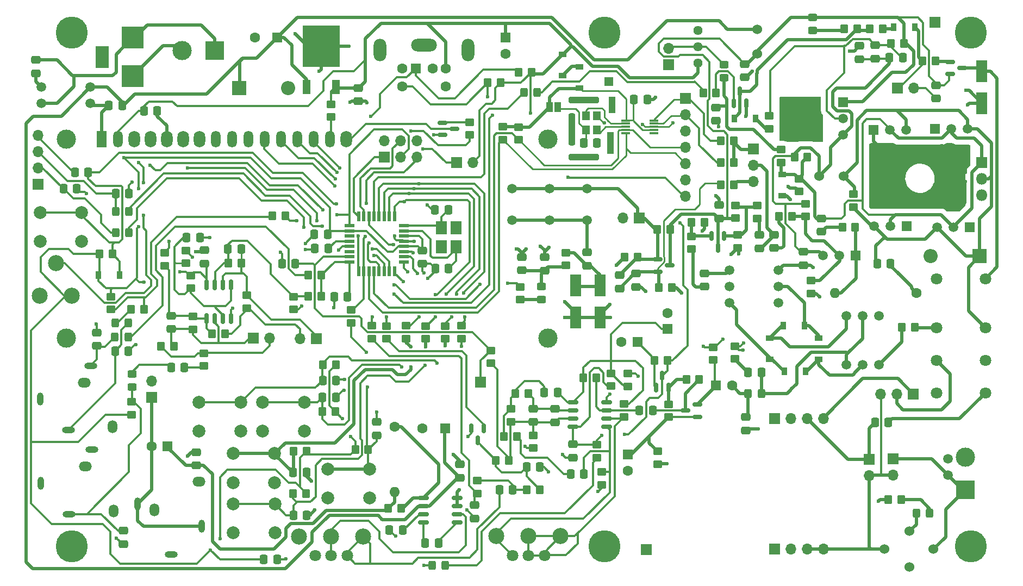
<source format=gbr>
%TF.GenerationSoftware,KiCad,Pcbnew,(6.0.11)*%
%TF.CreationDate,2023-12-03T09:33:13-06:00*%
%TF.ProjectId,RFBitBangSMT,52464269-7442-4616-9e67-534d542e6b69,rev?*%
%TF.SameCoordinates,Original*%
%TF.FileFunction,Copper,L1,Top*%
%TF.FilePolarity,Positive*%
%FSLAX46Y46*%
G04 Gerber Fmt 4.6, Leading zero omitted, Abs format (unit mm)*
G04 Created by KiCad (PCBNEW (6.0.11)) date 2023-12-03 09:33:13*
%MOMM*%
%LPD*%
G01*
G04 APERTURE LIST*
G04 Aperture macros list*
%AMRoundRect*
0 Rectangle with rounded corners*
0 $1 Rounding radius*
0 $2 $3 $4 $5 $6 $7 $8 $9 X,Y pos of 4 corners*
0 Add a 4 corners polygon primitive as box body*
4,1,4,$2,$3,$4,$5,$6,$7,$8,$9,$2,$3,0*
0 Add four circle primitives for the rounded corners*
1,1,$1+$1,$2,$3*
1,1,$1+$1,$4,$5*
1,1,$1+$1,$6,$7*
1,1,$1+$1,$8,$9*
0 Add four rect primitives between the rounded corners*
20,1,$1+$1,$2,$3,$4,$5,0*
20,1,$1+$1,$4,$5,$6,$7,0*
20,1,$1+$1,$6,$7,$8,$9,0*
20,1,$1+$1,$8,$9,$2,$3,0*%
G04 Aperture macros list end*
%TA.AperFunction,SMDPad,CuDef*%
%ADD10RoundRect,0.250000X-0.475000X0.337500X-0.475000X-0.337500X0.475000X-0.337500X0.475000X0.337500X0*%
%TD*%
%TA.AperFunction,SMDPad,CuDef*%
%ADD11RoundRect,0.250000X0.337500X0.475000X-0.337500X0.475000X-0.337500X-0.475000X0.337500X-0.475000X0*%
%TD*%
%TA.AperFunction,SMDPad,CuDef*%
%ADD12RoundRect,0.250000X-0.337500X-0.475000X0.337500X-0.475000X0.337500X0.475000X-0.337500X0.475000X0*%
%TD*%
%TA.AperFunction,ComponentPad*%
%ADD13R,1.600000X1.600000*%
%TD*%
%TA.AperFunction,ComponentPad*%
%ADD14C,1.600000*%
%TD*%
%TA.AperFunction,SMDPad,CuDef*%
%ADD15RoundRect,0.250000X0.475000X-0.337500X0.475000X0.337500X-0.475000X0.337500X-0.475000X-0.337500X0*%
%TD*%
%TA.AperFunction,ComponentPad*%
%ADD16R,2.200000X2.200000*%
%TD*%
%TA.AperFunction,ComponentPad*%
%ADD17O,2.200000X2.200000*%
%TD*%
%TA.AperFunction,SMDPad,CuDef*%
%ADD18R,0.900000X1.200000*%
%TD*%
%TA.AperFunction,SMDPad,CuDef*%
%ADD19RoundRect,0.250000X-0.325000X-0.450000X0.325000X-0.450000X0.325000X0.450000X-0.325000X0.450000X0*%
%TD*%
%TA.AperFunction,SMDPad,CuDef*%
%ADD20R,1.800000X3.500000*%
%TD*%
%TA.AperFunction,ComponentPad*%
%ADD21R,3.000000X3.000000*%
%TD*%
%TA.AperFunction,ComponentPad*%
%ADD22C,3.000000*%
%TD*%
%TA.AperFunction,ComponentPad*%
%ADD23R,3.500000X3.500000*%
%TD*%
%TA.AperFunction,ComponentPad*%
%ADD24R,2.000000X3.500000*%
%TD*%
%TA.AperFunction,ComponentPad*%
%ADD25R,1.700000X1.700000*%
%TD*%
%TA.AperFunction,ComponentPad*%
%ADD26O,1.700000X1.700000*%
%TD*%
%TA.AperFunction,SMDPad,CuDef*%
%ADD27RoundRect,0.250000X-0.450000X0.325000X-0.450000X-0.325000X0.450000X-0.325000X0.450000X0.325000X0*%
%TD*%
%TA.AperFunction,SMDPad,CuDef*%
%ADD28RoundRect,0.150000X0.587500X0.150000X-0.587500X0.150000X-0.587500X-0.150000X0.587500X-0.150000X0*%
%TD*%
%TA.AperFunction,SMDPad,CuDef*%
%ADD29RoundRect,0.150000X-0.587500X-0.150000X0.587500X-0.150000X0.587500X0.150000X-0.587500X0.150000X0*%
%TD*%
%TA.AperFunction,ComponentPad*%
%ADD30R,1.520000X1.520000*%
%TD*%
%TA.AperFunction,ComponentPad*%
%ADD31C,1.520000*%
%TD*%
%TA.AperFunction,SMDPad,CuDef*%
%ADD32RoundRect,0.150000X-0.150000X0.587500X-0.150000X-0.587500X0.150000X-0.587500X0.150000X0.587500X0*%
%TD*%
%TA.AperFunction,ComponentPad*%
%ADD33C,2.000000*%
%TD*%
%TA.AperFunction,SMDPad,CuDef*%
%ADD34R,1.200000X2.200000*%
%TD*%
%TA.AperFunction,SMDPad,CuDef*%
%ADD35R,5.800000X6.400000*%
%TD*%
%TA.AperFunction,SMDPad,CuDef*%
%ADD36R,1.800000X2.100000*%
%TD*%
%TA.AperFunction,ComponentPad*%
%ADD37C,1.500000*%
%TD*%
%TA.AperFunction,SMDPad,CuDef*%
%ADD38R,1.600000X0.550000*%
%TD*%
%TA.AperFunction,SMDPad,CuDef*%
%ADD39R,0.550000X1.600000*%
%TD*%
%TA.AperFunction,SMDPad,CuDef*%
%ADD40RoundRect,0.150000X0.675000X0.150000X-0.675000X0.150000X-0.675000X-0.150000X0.675000X-0.150000X0*%
%TD*%
%TA.AperFunction,ComponentPad*%
%ADD41C,2.500000*%
%TD*%
%TA.AperFunction,SMDPad,CuDef*%
%ADD42RoundRect,0.250000X-0.350000X-0.450000X0.350000X-0.450000X0.350000X0.450000X-0.350000X0.450000X0*%
%TD*%
%TA.AperFunction,SMDPad,CuDef*%
%ADD43RoundRect,0.250000X0.450000X-0.350000X0.450000X0.350000X-0.450000X0.350000X-0.450000X-0.350000X0*%
%TD*%
%TA.AperFunction,SMDPad,CuDef*%
%ADD44RoundRect,0.250000X-0.450000X0.350000X-0.450000X-0.350000X0.450000X-0.350000X0.450000X0.350000X0*%
%TD*%
%TA.AperFunction,SMDPad,CuDef*%
%ADD45RoundRect,0.250000X0.350000X0.450000X-0.350000X0.450000X-0.350000X-0.450000X0.350000X-0.450000X0*%
%TD*%
%TA.AperFunction,SMDPad,CuDef*%
%ADD46R,1.200000X0.900000*%
%TD*%
%TA.AperFunction,SMDPad,CuDef*%
%ADD47R,1.400000X0.300000*%
%TD*%
%TA.AperFunction,SMDPad,CuDef*%
%ADD48R,1.200000X1.400000*%
%TD*%
%TA.AperFunction,ComponentPad*%
%ADD49C,1.800000*%
%TD*%
%TA.AperFunction,ComponentPad*%
%ADD50R,1.500000X1.500000*%
%TD*%
%TA.AperFunction,ComponentPad*%
%ADD51C,1.524000*%
%TD*%
%TA.AperFunction,SMDPad,CuDef*%
%ADD52RoundRect,0.250000X0.325000X0.450000X-0.325000X0.450000X-0.325000X-0.450000X0.325000X-0.450000X0*%
%TD*%
%TA.AperFunction,SMDPad,CuDef*%
%ADD53RoundRect,0.150000X0.150000X-0.587500X0.150000X0.587500X-0.150000X0.587500X-0.150000X-0.587500X0*%
%TD*%
%TA.AperFunction,ComponentPad*%
%ADD54O,2.000000X3.500000*%
%TD*%
%TA.AperFunction,ComponentPad*%
%ADD55O,4.000000X2.000000*%
%TD*%
%TA.AperFunction,SMDPad,CuDef*%
%ADD56RoundRect,0.250000X0.450000X-0.325000X0.450000X0.325000X-0.450000X0.325000X-0.450000X-0.325000X0*%
%TD*%
%TA.AperFunction,ComponentPad*%
%ADD57C,1.440000*%
%TD*%
%TA.AperFunction,ComponentPad*%
%ADD58C,5.000000*%
%TD*%
%TA.AperFunction,ComponentPad*%
%ADD59O,1.600000X1.600000*%
%TD*%
%TA.AperFunction,ComponentPad*%
%ADD60R,1.800000X1.800000*%
%TD*%
%TA.AperFunction,ComponentPad*%
%ADD61O,1.800000X1.800000*%
%TD*%
%TA.AperFunction,ComponentPad*%
%ADD62O,1.000000X2.000000*%
%TD*%
%TA.AperFunction,ComponentPad*%
%ADD63O,2.000000X1.000000*%
%TD*%
%TA.AperFunction,ComponentPad*%
%ADD64O,2.000000X1.500000*%
%TD*%
%TA.AperFunction,ComponentPad*%
%ADD65O,1.500000X2.000000*%
%TD*%
%TA.AperFunction,WasherPad*%
%ADD66RoundRect,0.250000X-0.250000X-2.250000X0.250000X-2.250000X0.250000X2.250000X-0.250000X2.250000X0*%
%TD*%
%TA.AperFunction,SMDPad,CuDef*%
%ADD67RoundRect,0.150000X0.150000X-0.675000X0.150000X0.675000X-0.150000X0.675000X-0.150000X-0.675000X0*%
%TD*%
%TA.AperFunction,WasherPad*%
%ADD68R,1.000000X3.500000*%
%TD*%
%TA.AperFunction,ComponentPad*%
%ADD69R,1.500000X2.600000*%
%TD*%
%TA.AperFunction,ComponentPad*%
%ADD70O,1.500000X2.600000*%
%TD*%
%TA.AperFunction,ComponentPad*%
%ADD71O,1.800000X2.600000*%
%TD*%
%TA.AperFunction,WasherPad*%
%ADD72RoundRect,0.250000X2.125000X-0.250000X2.125000X0.250000X-2.125000X0.250000X-2.125000X-0.250000X0*%
%TD*%
%TA.AperFunction,SMDPad,CuDef*%
%ADD73R,1.000000X1.500000*%
%TD*%
%TA.AperFunction,ComponentPad*%
%ADD74R,1.350000X1.350000*%
%TD*%
%TA.AperFunction,WasherPad*%
%ADD75R,1.000000X2.500000*%
%TD*%
%TA.AperFunction,ViaPad*%
%ADD76C,0.600000*%
%TD*%
%TA.AperFunction,Conductor*%
%ADD77C,0.350000*%
%TD*%
%TA.AperFunction,Conductor*%
%ADD78C,0.500000*%
%TD*%
%TA.AperFunction,Conductor*%
%ADD79C,0.250000*%
%TD*%
G04 APERTURE END LIST*
D10*
%TO.P,C1,1*%
%TO.N,+5V*%
X100076000Y-94445000D03*
%TO.P,C1,2*%
%TO.N,GND*%
X100076000Y-96520000D03*
%TD*%
D11*
%TO.P,C2,1*%
%TO.N,RESET*%
X48037500Y-82290000D03*
%TO.P,C2,2*%
%TO.N,Net-(C2-Pad2)*%
X45962500Y-82290000D03*
%TD*%
D12*
%TO.P,C4,1*%
%TO.N,Net-(C4-Pad1)*%
X52302500Y-85598000D03*
%TO.P,C4,2*%
%TO.N,GND*%
X54377500Y-85598000D03*
%TD*%
%TO.P,C5,1*%
%TO.N,Net-(C5-Pad1)*%
X44174500Y-84836000D03*
%TO.P,C5,2*%
%TO.N,GND*%
X46249500Y-84836000D03*
%TD*%
D13*
%TO.P,C6,1*%
%TO.N,+5V*%
X113030000Y-61297500D03*
D14*
%TO.P,C6,2*%
%TO.N,GND*%
X113030000Y-63797500D03*
%TD*%
D12*
%TO.P,C8,1*%
%TO.N,GND*%
X102086500Y-97282000D03*
%TO.P,C8,2*%
%TO.N,Net-(C8-Pad2)*%
X104161500Y-97282000D03*
%TD*%
%TO.P,C9,1*%
%TO.N,GND*%
X102065000Y-88138000D03*
%TO.P,C9,2*%
%TO.N,Net-(C9-Pad2)*%
X104140000Y-88138000D03*
%TD*%
D11*
%TO.P,C10,1*%
%TO.N,GND*%
X82037500Y-129040000D03*
%TO.P,C10,2*%
%TO.N,Net-(C10-Pad2)*%
X79962500Y-129040000D03*
%TD*%
%TO.P,C11,1*%
%TO.N,GND*%
X82077500Y-135660000D03*
%TO.P,C11,2*%
%TO.N,Net-(C11-Pad2)*%
X80002500Y-135660000D03*
%TD*%
D15*
%TO.P,C12,1*%
%TO.N,Net-(C12-Pad1)*%
X119126000Y-97557500D03*
%TO.P,C12,2*%
%TO.N,GND*%
X119126000Y-95482500D03*
%TD*%
%TO.P,C13,1*%
%TO.N,Net-(C12-Pad1)*%
X115570000Y-97536000D03*
%TO.P,C13,2*%
%TO.N,GND*%
X115570000Y-95461000D03*
%TD*%
D11*
%TO.P,C15,1*%
%TO.N,Net-(C15-Pad1)*%
X97037500Y-137990000D03*
%TO.P,C15,2*%
%TO.N,GND*%
X94962500Y-137990000D03*
%TD*%
%TO.P,C16,1*%
%TO.N,GND*%
X86637500Y-114690000D03*
%TO.P,C16,2*%
%TO.N,Net-(C16-Pad2)*%
X84562500Y-114690000D03*
%TD*%
%TO.P,C17,1*%
%TO.N,GND*%
X86627500Y-117290000D03*
%TO.P,C17,2*%
%TO.N,Net-(C17-Pad2)*%
X84552500Y-117290000D03*
%TD*%
D13*
%TO.P,C19,1*%
%TO.N,Net-(C19-Pad1)*%
X60420000Y-124940000D03*
D14*
%TO.P,C19,2*%
%TO.N,SPKR*%
X57920000Y-124940000D03*
%TD*%
D15*
%TO.P,C20,1*%
%TO.N,GND*%
X159450000Y-96737500D03*
%TO.P,C20,2*%
%TO.N,Net-(C14-Pad1)*%
X159450000Y-94662500D03*
%TD*%
%TO.P,C21,1*%
%TO.N,Net-(C21-Pad1)*%
X130810000Y-100351500D03*
%TO.P,C21,2*%
%TO.N,Net-(C21-Pad2)*%
X130810000Y-98276500D03*
%TD*%
D10*
%TO.P,C22,1*%
%TO.N,Net-(C21-Pad1)*%
X133350000Y-98022500D03*
%TO.P,C22,2*%
%TO.N,GND*%
X133350000Y-100097500D03*
%TD*%
%TO.P,C25,1*%
%TO.N,+5V*%
X123550000Y-124602500D03*
%TO.P,C25,2*%
%TO.N,GND*%
X123550000Y-126677500D03*
%TD*%
D11*
%TO.P,C33,1*%
%TO.N,AUDIOFILT*%
X80285500Y-96520000D03*
%TO.P,C33,2*%
%TO.N,GND*%
X78210500Y-96520000D03*
%TD*%
%TO.P,C34,1*%
%TO.N,Net-(C34-Pad1)*%
X114170000Y-131690000D03*
%TO.P,C34,2*%
%TO.N,Net-(C34-Pad2)*%
X112095000Y-131690000D03*
%TD*%
D10*
%TO.P,C35,1*%
%TO.N,Net-(C28-Pad1)*%
X117370000Y-119080000D03*
%TO.P,C35,2*%
%TO.N,AUDIO*%
X117370000Y-121155000D03*
%TD*%
D16*
%TO.P,D1,1,K*%
%TO.N,+12V*%
X71540000Y-69150000D03*
D17*
%TO.P,D1,2,A*%
%TO.N,GND*%
X79160000Y-69150000D03*
%TD*%
D18*
%TO.P,D2,1,K*%
%TO.N,+5V*%
X49658000Y-98298000D03*
%TO.P,D2,2,A*%
%TO.N,RESET*%
X52958000Y-98298000D03*
%TD*%
D19*
%TO.P,D3,1,K*%
%TO.N,GND*%
X101582000Y-143510000D03*
%TO.P,D3,2,A*%
%TO.N,Net-(D3-Pad2)*%
X103632000Y-143510000D03*
%TD*%
D20*
%TO.P,D4,1,K*%
%TO.N,Net-(C48-Pad2)*%
X127762000Y-99862000D03*
%TO.P,D4,2,A*%
%TO.N,GND*%
X127762000Y-104862000D03*
%TD*%
%TO.P,D5,1,K*%
%TO.N,Net-(C48-Pad2)*%
X123952000Y-99862000D03*
%TO.P,D5,2,A*%
%TO.N,GND*%
X123952000Y-104862000D03*
%TD*%
D21*
%TO.P,J1,1,Pin_1*%
%TO.N,Net-(C58-Pad1)*%
X67790000Y-63310000D03*
D22*
%TO.P,J1,2,Pin_2*%
%TO.N,Net-(C58-Pad2)*%
X62710000Y-63310000D03*
%TD*%
D23*
%TO.P,J2,1*%
%TO.N,Net-(C58-Pad2)*%
X54955000Y-67305000D03*
%TO.P,J2,2*%
%TO.N,Net-(C58-Pad1)*%
X54955000Y-61305000D03*
D24*
%TO.P,J2,3*%
%TO.N,unconnected-(J2-Pad3)*%
X50255000Y-64305000D03*
%TD*%
D25*
%TO.P,J5,1,Pin_1*%
%TO.N,GND*%
X40220000Y-84090000D03*
D26*
%TO.P,J5,2,Pin_2*%
%TO.N,Net-(C5-Pad1)*%
X40220000Y-81550000D03*
%TO.P,J5,3,Pin_3*%
%TO.N,Net-(C4-Pad1)*%
X40220000Y-79010000D03*
%TO.P,J5,4,Pin_4*%
%TO.N,Net-(C2-Pad2)*%
X40220000Y-76470000D03*
%TD*%
D19*
%TO.P,L1,1,1*%
%TO.N,Net-(C4-Pad1)*%
X52306000Y-88392000D03*
%TO.P,L1,2,2*%
%TO.N,TXD*%
X54356000Y-88392000D03*
%TD*%
%TO.P,L2,1,1*%
%TO.N,Net-(C5-Pad1)*%
X52315000Y-91694000D03*
%TO.P,L2,2,2*%
%TO.N,RXD*%
X54365000Y-91694000D03*
%TD*%
D27*
%TO.P,L3,1,1*%
%TO.N,Net-(C12-Pad1)*%
X118618000Y-100067000D03*
%TO.P,L3,2,2*%
%TO.N,Net-(L3-Pad2)*%
X118618000Y-102117000D03*
%TD*%
D19*
%TO.P,L9,1,1*%
%TO.N,TRANSMIT*%
X115915000Y-69790000D03*
%TO.P,L9,2,2*%
%TO.N,Net-(L9-Pad2)*%
X117965000Y-69790000D03*
%TD*%
D28*
%TO.P,Q1,1,B*%
%TO.N,Net-(C50-Pad1)*%
X142923500Y-120330000D03*
%TO.P,Q1,2,E*%
%TO.N,Net-(C49-Pad1)*%
X142923500Y-118430000D03*
%TO.P,Q1,3,C*%
%TO.N,Net-(C54-Pad1)*%
X141048500Y-119380000D03*
%TD*%
D29*
%TO.P,Q2,1,B*%
%TO.N,Net-(C21-Pad2)*%
X136730500Y-95824000D03*
%TO.P,Q2,2,E*%
%TO.N,Net-(C21-Pad1)*%
X136730500Y-97724000D03*
%TO.P,Q2,3,C*%
%TO.N,Net-(C31-Pad2)*%
X138605500Y-96774000D03*
%TD*%
D30*
%TO.P,Q3,1,S*%
%TO.N,GND*%
X170350000Y-75630000D03*
D31*
%TO.P,Q3,2,G*%
%TO.N,Net-(C23-Pad2)*%
X172890000Y-75630000D03*
%TO.P,Q3,3,D*%
%TO.N,AMPOUT*%
X175430000Y-75630000D03*
%TD*%
D32*
%TO.P,Q4,1,B*%
%TO.N,Net-(Q4-Pad1)*%
X109650000Y-122122500D03*
%TO.P,Q4,2,E*%
%TO.N,GND*%
X107750000Y-122122500D03*
%TO.P,Q4,3,C*%
%TO.N,Net-(C18-Pad1)*%
X108700000Y-123997500D03*
%TD*%
D33*
%TO.P,SW1,1,1*%
%TO.N,GND*%
X40550000Y-93020000D03*
X47050000Y-93020000D03*
%TO.P,SW1,2,2*%
%TO.N,RESET*%
X40550000Y-88520000D03*
X47050000Y-88520000D03*
%TD*%
%TO.P,SW2,1,1*%
%TO.N,Net-(C10-Pad2)*%
X77100000Y-126080000D03*
X70600000Y-126080000D03*
%TO.P,SW2,2,2*%
%TO.N,GND*%
X77100000Y-130580000D03*
X70600000Y-130580000D03*
%TD*%
%TO.P,SW3,1,1*%
%TO.N,Net-(C16-Pad2)*%
X71778000Y-118110000D03*
X65278000Y-118110000D03*
%TO.P,SW3,2,2*%
%TO.N,GND*%
X65278000Y-122610000D03*
X71778000Y-122610000D03*
%TD*%
%TO.P,SW4,1,1*%
%TO.N,Net-(C17-Pad2)*%
X75184000Y-118110000D03*
X81684000Y-118110000D03*
%TO.P,SW4,2,2*%
%TO.N,GND*%
X81684000Y-122610000D03*
X75184000Y-122610000D03*
%TD*%
%TO.P,SW5,1,1*%
%TO.N,Net-(C11-Pad2)*%
X77130000Y-133910000D03*
X70630000Y-133910000D03*
%TO.P,SW5,2,2*%
%TO.N,GND*%
X77130000Y-138410000D03*
X70630000Y-138410000D03*
%TD*%
D34*
%TO.P,U2,1,VI*%
%TO.N,+12V*%
X82048000Y-68935000D03*
D35*
%TO.P,U2,2,GND*%
%TO.N,GND*%
X84328000Y-62635000D03*
D34*
%TO.P,U2,3,VO*%
%TO.N,+5V*%
X86608000Y-68935000D03*
%TD*%
D36*
%TO.P,Y1,1,1*%
%TO.N,Net-(C9-Pad2)*%
X103050000Y-90930000D03*
%TO.P,Y1,2,2*%
%TO.N,unconnected-(Y1-Pad2)*%
X103050000Y-93830000D03*
%TO.P,Y1,3,3*%
%TO.N,Net-(C8-Pad2)*%
X105350000Y-93830000D03*
%TO.P,Y1,4,4*%
%TO.N,unconnected-(Y1-Pad4)*%
X105350000Y-90930000D03*
%TD*%
D37*
%TO.P,Y2,1,1*%
%TO.N,Net-(C21-Pad2)*%
X125730000Y-84836000D03*
%TO.P,Y2,2,2*%
%TO.N,Net-(C48-Pad1)*%
X125730000Y-89716000D03*
%TD*%
D38*
%TO.P,U1,1,PD3*%
%TO.N,BEEPOUT*%
X97208000Y-96204000D03*
%TO.P,U1,2,PD4*%
%TO.N,MUTEAUDIO*%
X97208000Y-95404000D03*
%TO.P,U1,3,GND*%
%TO.N,GND*%
X97208000Y-94604000D03*
%TO.P,U1,4,VCC*%
%TO.N,+5V*%
X97208000Y-93804000D03*
%TO.P,U1,5,GND*%
%TO.N,GND*%
X97208000Y-93004000D03*
%TO.P,U1,6,VCC*%
%TO.N,+5V*%
X97208000Y-92204000D03*
%TO.P,U1,7,XTAL1/PB6*%
%TO.N,Net-(C8-Pad2)*%
X97208000Y-91404000D03*
%TO.P,U1,8,XTAL2/PB7*%
%TO.N,Net-(C9-Pad2)*%
X97208000Y-90604000D03*
D39*
%TO.P,U1,9,PD5*%
%TO.N,DB4*%
X95758000Y-89154000D03*
%TO.P,U1,10,PD6*%
%TO.N,DB5*%
X94958000Y-89154000D03*
%TO.P,U1,11,PD7*%
%TO.N,DB6*%
X94158000Y-89154000D03*
%TO.P,U1,12,PB0*%
%TO.N,DB7*%
X93358000Y-89154000D03*
%TO.P,U1,13,PB1*%
%TO.N,TRANSMIT*%
X92558000Y-89154000D03*
%TO.P,U1,14,PB2*%
%TO.N,TUNING*%
X91758000Y-89154000D03*
%TO.P,U1,15,PB3*%
%TO.N,MOSI*%
X90958000Y-89154000D03*
%TO.P,U1,16,PB4*%
%TO.N,MISO*%
X90158000Y-89154000D03*
D38*
%TO.P,U1,17,PB5*%
%TO.N,SCK*%
X88708000Y-90604000D03*
%TO.P,U1,18,AVCC*%
%TO.N,+5V*%
X88708000Y-91404000D03*
%TO.P,U1,19,ADC6*%
%TO.N,unconnected-(U1-Pad19)*%
X88708000Y-92204000D03*
%TO.P,U1,20,AREF*%
%TO.N,Net-(C57-Pad1)*%
X88708000Y-93004000D03*
%TO.P,U1,21,GND*%
%TO.N,GND*%
X88708000Y-93804000D03*
%TO.P,U1,22,ADC7*%
%TO.N,unconnected-(U1-Pad22)*%
X88708000Y-94604000D03*
%TO.P,U1,23,PC0*%
%TO.N,AUDIOFILT*%
X88708000Y-95404000D03*
%TO.P,U1,24,PC1*%
%TO.N,MICPADDLE*%
X88708000Y-96204000D03*
D39*
%TO.P,U1,25,PC2*%
%TO.N,E*%
X90158000Y-97654000D03*
%TO.P,U1,26,PC3*%
%TO.N,RS*%
X90958000Y-97654000D03*
%TO.P,U1,27,PC4*%
%TO.N,SDA*%
X91758000Y-97654000D03*
%TO.P,U1,28,PC5*%
%TO.N,SCL*%
X92558000Y-97654000D03*
%TO.P,U1,29,~{RESET}/PC6*%
%TO.N,RESET*%
X93358000Y-97654000D03*
%TO.P,U1,30,PD0*%
%TO.N,RXD*%
X94158000Y-97654000D03*
%TO.P,U1,31,PD1*%
%TO.N,TXD*%
X94958000Y-97654000D03*
%TO.P,U1,32,PD2*%
%TO.N,PS2CLK*%
X95758000Y-97654000D03*
%TD*%
D25*
%TO.P,J9,1,Pin_1*%
%TO.N,MISO*%
X94130000Y-79900000D03*
D26*
%TO.P,J9,2,Pin_2*%
%TO.N,Net-(J9-Pad2)*%
X94130000Y-77360000D03*
%TO.P,J9,3,Pin_3*%
%TO.N,SCK*%
X96670000Y-79900000D03*
%TO.P,J9,4,Pin_4*%
%TO.N,MOSI*%
X96670000Y-77360000D03*
%TO.P,J9,5,Pin_5*%
%TO.N,RESET*%
X99210000Y-79900000D03*
%TO.P,J9,6,Pin_6*%
%TO.N,GND*%
X99210000Y-77360000D03*
%TD*%
D15*
%TO.P,C37,1*%
%TO.N,+12V*%
X105918000Y-129837000D03*
%TO.P,C37,2*%
%TO.N,GND*%
X105918000Y-127762000D03*
%TD*%
D40*
%TO.P,U3,1*%
%TO.N,Net-(C71-Pad1)*%
X105495000Y-136779000D03*
%TO.P,U3,2,-*%
%TO.N,Net-(RV1-Pad2)*%
X105495000Y-135509000D03*
%TO.P,U3,3,+*%
%TO.N,GND*%
X105495000Y-134239000D03*
%TO.P,U3,4,Gnd*%
X105495000Y-132969000D03*
%TO.P,U3,5*%
%TO.N,Net-(L10-Pad1)*%
X100245000Y-132969000D03*
%TO.P,U3,6,V+*%
%TO.N,+12V*%
X100245000Y-134239000D03*
%TO.P,U3,7*%
%TO.N,Net-(C15-Pad1)*%
X100245000Y-135509000D03*
%TO.P,U3,8*%
%TO.N,Net-(C71-Pad2)*%
X100245000Y-136779000D03*
%TD*%
%TO.P,U4,1*%
%TO.N,Net-(C39-Pad1)*%
X128825000Y-121885000D03*
%TO.P,U4,2,-*%
%TO.N,Net-(R63-Pad1)*%
X128825000Y-120615000D03*
%TO.P,U4,3,+*%
%TO.N,Net-(C54-Pad2)*%
X128825000Y-119345000D03*
%TO.P,U4,4,V-*%
%TO.N,GND*%
X128825000Y-118075000D03*
%TO.P,U4,5,+*%
%TO.N,Net-(C40-Pad1)*%
X123575000Y-118075000D03*
%TO.P,U4,6,-*%
%TO.N,Net-(C28-Pad1)*%
X123575000Y-119345000D03*
%TO.P,U4,7*%
%TO.N,AUDIO*%
X123575000Y-120615000D03*
%TO.P,U4,8,V+*%
%TO.N,+5V*%
X123575000Y-121885000D03*
%TD*%
D30*
%TO.P,Q5,1,S*%
%TO.N,GND*%
X185340000Y-90830000D03*
D31*
%TO.P,Q5,2,G*%
%TO.N,Net-(C23-Pad2)*%
X182800000Y-90830000D03*
%TO.P,Q5,3,D*%
%TO.N,AMPOUT*%
X180260000Y-90830000D03*
%TD*%
D30*
%TO.P,Q6,1,S*%
%TO.N,GND*%
X175560000Y-90680000D03*
D31*
%TO.P,Q6,2,G*%
%TO.N,Net-(C23-Pad2)*%
X173020000Y-90680000D03*
%TO.P,Q6,3,D*%
%TO.N,AMPOUT*%
X170480000Y-90680000D03*
%TD*%
D30*
%TO.P,Q7,1,S*%
%TO.N,GND*%
X179960000Y-75520000D03*
D31*
%TO.P,Q7,2,G*%
%TO.N,Net-(C23-Pad2)*%
X182500000Y-75520000D03*
%TO.P,Q7,3,D*%
%TO.N,AMPOUT*%
X185040000Y-75520000D03*
%TD*%
D12*
%TO.P,C14,1*%
%TO.N,Net-(C14-Pad1)*%
X172862500Y-64400000D03*
%TO.P,C14,2*%
%TO.N,Net-(C14-Pad2)*%
X174937500Y-64400000D03*
%TD*%
D41*
%TO.P,RV3,1,1*%
%TO.N,GND*%
X40520000Y-101455000D03*
%TO.P,RV3,2,2*%
%TO.N,Net-(DS1-Pad3)*%
X43020000Y-96415000D03*
%TO.P,RV3,3,3*%
%TO.N,+5V*%
X45520000Y-101455000D03*
%TD*%
D12*
%TO.P,C42,1*%
%TO.N,+5V*%
X56745000Y-72670000D03*
%TO.P,C42,2*%
%TO.N,GND*%
X58820000Y-72670000D03*
%TD*%
D25*
%TO.P,JP3,1,1*%
%TO.N,Net-(J9-Pad2)*%
X105410000Y-80772000D03*
D26*
%TO.P,JP3,2,2*%
%TO.N,+5V*%
X107950000Y-80772000D03*
%TD*%
D42*
%TO.P,R1,1*%
%TO.N,+5V*%
X49800000Y-94996000D03*
%TO.P,R1,2*%
%TO.N,RESET*%
X51800000Y-94996000D03*
%TD*%
D43*
%TO.P,R2,1*%
%TO.N,Net-(DS1-Pad15)*%
X85852000Y-73660000D03*
%TO.P,R2,2*%
%TO.N,+5V*%
X85852000Y-71660000D03*
%TD*%
%TO.P,R3,1*%
%TO.N,Net-(C11-Pad2)*%
X100584000Y-108188000D03*
%TO.P,R3,2*%
%TO.N,DB5*%
X100584000Y-106188000D03*
%TD*%
D44*
%TO.P,R4,1*%
%TO.N,+5V*%
X127260000Y-124690000D03*
%TO.P,R4,2*%
%TO.N,Net-(D3-Pad2)*%
X127260000Y-126690000D03*
%TD*%
D42*
%TO.P,R6,1*%
%TO.N,Net-(C10-Pad2)*%
X80026000Y-125690000D03*
%TO.P,R6,2*%
%TO.N,+5V*%
X82026000Y-125690000D03*
%TD*%
D43*
%TO.P,R7,1*%
%TO.N,Net-(L3-Pad2)*%
X115316000Y-102092000D03*
%TO.P,R7,2*%
%TO.N,TUNING*%
X115316000Y-100092000D03*
%TD*%
D42*
%TO.P,R8,1*%
%TO.N,Net-(C14-Pad2)*%
X173100000Y-62200000D03*
%TO.P,R8,2*%
%TO.N,Net-(C31-Pad2)*%
X175100000Y-62200000D03*
%TD*%
D43*
%TO.P,R9,1*%
%TO.N,Net-(C12-Pad1)*%
X122428000Y-96758000D03*
%TO.P,R9,2*%
%TO.N,Net-(C48-Pad2)*%
X122428000Y-94758000D03*
%TD*%
D42*
%TO.P,R11,1*%
%TO.N,Net-(C19-Pad1)*%
X94800000Y-134600000D03*
%TO.P,R11,2*%
%TO.N,Net-(L10-Pad1)*%
X96800000Y-134600000D03*
%TD*%
%TO.P,R12,1*%
%TO.N,Net-(C16-Pad2)*%
X84598000Y-112268000D03*
%TO.P,R12,2*%
%TO.N,+5V*%
X86598000Y-112268000D03*
%TD*%
%TO.P,R13,1*%
%TO.N,Net-(C17-Pad2)*%
X84530000Y-119530000D03*
%TO.P,R13,2*%
%TO.N,+5V*%
X86530000Y-119530000D03*
%TD*%
D44*
%TO.P,R14,1*%
%TO.N,Net-(C14-Pad2)*%
X154100000Y-73500000D03*
%TO.P,R14,2*%
%TO.N,Net-(D18-Pad2)*%
X154100000Y-75500000D03*
%TD*%
D45*
%TO.P,R15,1*%
%TO.N,Net-(C31-Pad2)*%
X138668000Y-91186000D03*
%TO.P,R15,2*%
%TO.N,Net-(C21-Pad2)*%
X136668000Y-91186000D03*
%TD*%
D42*
%TO.P,R16,1*%
%TO.N,GND*%
X131604000Y-95504000D03*
%TO.P,R16,2*%
%TO.N,Net-(C21-Pad2)*%
X133604000Y-95504000D03*
%TD*%
D45*
%TO.P,R17,1*%
%TO.N,GND*%
X138938000Y-100220000D03*
%TO.P,R17,2*%
%TO.N,Net-(C21-Pad1)*%
X136938000Y-100220000D03*
%TD*%
D43*
%TO.P,R18,1*%
%TO.N,+5V*%
X129510000Y-115560000D03*
%TO.P,R18,2*%
%TO.N,Net-(C40-Pad1)*%
X129510000Y-113560000D03*
%TD*%
%TO.P,R19,1*%
%TO.N,Net-(C40-Pad1)*%
X132140000Y-115600000D03*
%TO.P,R19,2*%
%TO.N,GND*%
X132140000Y-113600000D03*
%TD*%
D45*
%TO.P,R20,1*%
%TO.N,Net-(Q9-Pad2)*%
X157667200Y-89128600D03*
%TO.P,R20,2*%
%TO.N,Net-(C56-Pad1)*%
X155667200Y-89128600D03*
%TD*%
D44*
%TO.P,R21,1*%
%TO.N,GND*%
X148780000Y-109340000D03*
%TO.P,R21,2*%
%TO.N,Net-(C27-Pad1)*%
X148780000Y-111340000D03*
%TD*%
D43*
%TO.P,R23,1*%
%TO.N,AUDIO*%
X113910000Y-121100000D03*
%TO.P,R23,2*%
%TO.N,Net-(C45-Pad2)*%
X113910000Y-119100000D03*
%TD*%
D45*
%TO.P,R26,1*%
%TO.N,Net-(C28-Pad1)*%
X116610000Y-116690000D03*
%TO.P,R26,2*%
%TO.N,Net-(C45-Pad2)*%
X114610000Y-116690000D03*
%TD*%
D42*
%TO.P,R27,1*%
%TO.N,Net-(C45-Pad2)*%
X112790000Y-123430000D03*
%TO.P,R27,2*%
%TO.N,Net-(C39-Pad2)*%
X114790000Y-123430000D03*
%TD*%
D43*
%TO.P,R29,1*%
%TO.N,Net-(C10-Pad2)*%
X97536000Y-108170000D03*
%TO.P,R29,2*%
%TO.N,DB4*%
X97536000Y-106170000D03*
%TD*%
%TO.P,R30,1*%
%TO.N,Net-(Q4-Pad1)*%
X94488000Y-108188000D03*
%TO.P,R30,2*%
%TO.N,MUTEAUDIO*%
X94488000Y-106188000D03*
%TD*%
%TO.P,R31,1*%
%TO.N,Net-(C60-Pad2)*%
X108670000Y-132270000D03*
%TO.P,R31,2*%
%TO.N,Net-(C34-Pad1)*%
X108670000Y-130270000D03*
%TD*%
D45*
%TO.P,R32,1*%
%TO.N,AUDIO*%
X113540000Y-127120000D03*
%TO.P,R32,2*%
%TO.N,Net-(C18-Pad1)*%
X111540000Y-127120000D03*
%TD*%
D42*
%TO.P,R33,1*%
%TO.N,Net-(C11-Pad2)*%
X79960000Y-132330000D03*
%TO.P,R33,2*%
%TO.N,+5V*%
X81960000Y-132330000D03*
%TD*%
D45*
%TO.P,R34,1*%
%TO.N,Net-(C18-Pad1)*%
X118390000Y-131690000D03*
%TO.P,R34,2*%
%TO.N,Net-(C34-Pad1)*%
X116390000Y-131690000D03*
%TD*%
D43*
%TO.P,R36,1*%
%TO.N,GND*%
X117348000Y-125222000D03*
%TO.P,R36,2*%
%TO.N,AUDIO*%
X117348000Y-123222000D03*
%TD*%
%TO.P,R37,1*%
%TO.N,GND*%
X128010000Y-130950000D03*
%TO.P,R37,2*%
%TO.N,Net-(C39-Pad1)*%
X128010000Y-128950000D03*
%TD*%
%TO.P,R46,1*%
%TO.N,Net-(C17-Pad2)*%
X106172000Y-108150000D03*
%TO.P,R46,2*%
%TO.N,DB7*%
X106172000Y-106150000D03*
%TD*%
%TO.P,R47,1*%
%TO.N,Net-(C16-Pad2)*%
X103632000Y-108188000D03*
%TO.P,R47,2*%
%TO.N,DB6*%
X103632000Y-106188000D03*
%TD*%
D44*
%TO.P,R24,1*%
%TO.N,AUDIOFILT*%
X110744000Y-110014000D03*
%TO.P,R24,2*%
%TO.N,AUDIO*%
X110744000Y-112014000D03*
%TD*%
D12*
%TO.P,C44,1*%
%TO.N,GND*%
X51242500Y-71830000D03*
%TO.P,C44,2*%
%TO.N,+12V*%
X53317500Y-71830000D03*
%TD*%
D25*
%TO.P,JP4,1,1*%
%TO.N,Net-(C26-Pad2)*%
X169660000Y-126990000D03*
D26*
%TO.P,JP4,2,2*%
%TO.N,Net-(J18-Pad3)*%
X169660000Y-129530000D03*
%TD*%
D11*
%TO.P,C47,1*%
%TO.N,GND*%
X135128000Y-70930000D03*
%TO.P,C47,2*%
%TO.N,Net-(C47-Pad2)*%
X133053000Y-70930000D03*
%TD*%
D46*
%TO.P,D10,1,K*%
%TO.N,Net-(D10-Pad1)*%
X121958000Y-67182000D03*
%TO.P,D10,2,A*%
%TO.N,+5V*%
X121958000Y-63882000D03*
%TD*%
%TO.P,D14,1,K*%
%TO.N,Net-(C47-Pad2)*%
X124600000Y-69130000D03*
%TO.P,D14,2,A*%
%TO.N,Net-(D10-Pad1)*%
X124600000Y-65830000D03*
%TD*%
D25*
%TO.P,JP5,1,1*%
%TO.N,PLLOSC*%
X151660000Y-78620000D03*
D26*
%TO.P,JP5,2,2*%
%TO.N,Net-(C51-Pad1)*%
X151660000Y-81160000D03*
%TO.P,JP5,3,3*%
%TO.N,XOSC*%
X151660000Y-83700000D03*
%TD*%
D43*
%TO.P,R35,1*%
%TO.N,SCL*%
X115062000Y-77200000D03*
%TO.P,R35,2*%
%TO.N,Net-(C47-Pad2)*%
X115062000Y-75200000D03*
%TD*%
%TO.P,R48,1*%
%TO.N,SDA*%
X112650000Y-77180000D03*
%TO.P,R48,2*%
%TO.N,Net-(C47-Pad2)*%
X112650000Y-75180000D03*
%TD*%
D42*
%TO.P,R49,1*%
%TO.N,Net-(J10-Pad1)*%
X146600000Y-77400000D03*
%TO.P,R49,2*%
%TO.N,PLLOSC*%
X148600000Y-77400000D03*
%TD*%
%TO.P,R50,1*%
%TO.N,Net-(J10-Pad2)*%
X146600000Y-80775000D03*
%TO.P,R50,2*%
%TO.N,PLLOSC*%
X148600000Y-80775000D03*
%TD*%
D47*
%TO.P,U6,1,Vdd*%
%TO.N,Net-(C47-Pad2)*%
X131759600Y-74184000D03*
%TO.P,U6,2,XA*%
%TO.N,Net-(U6-Pad2)*%
X131759600Y-74684000D03*
%TO.P,U6,3,XB*%
%TO.N,Net-(U6-Pad3)*%
X131759600Y-75184000D03*
%TO.P,U6,4,SCL*%
%TO.N,SCL*%
X131759600Y-75684000D03*
%TO.P,U6,5,SDA*%
%TO.N,SDA*%
X131759600Y-76184000D03*
%TO.P,U6,6,CLK2*%
%TO.N,unconnected-(U6-Pad6)*%
X136159600Y-76184000D03*
%TO.P,U6,7,VDDO*%
%TO.N,Net-(C47-Pad2)*%
X136159600Y-75684000D03*
%TO.P,U6,8,GND*%
%TO.N,GND*%
X136159600Y-75184000D03*
%TO.P,U6,9,CLK1*%
%TO.N,Net-(J10-Pad2)*%
X136159600Y-74684000D03*
%TO.P,U6,10,CLK0*%
%TO.N,Net-(J10-Pad1)*%
X136159600Y-74184000D03*
%TD*%
D48*
%TO.P,Y3,1,1*%
%TO.N,Net-(U6-Pad3)*%
X127240400Y-75674400D03*
%TO.P,Y3,2,2*%
%TO.N,GND*%
X127240400Y-73474400D03*
%TO.P,Y3,3,3*%
%TO.N,Net-(U6-Pad2)*%
X125540400Y-73474400D03*
%TO.P,Y3,4,4*%
%TO.N,Net-(C72-Pad2)*%
X125540400Y-75674400D03*
%TD*%
D37*
%TO.P,J12,1,In*%
%TO.N,Net-(J12-Pad1)*%
X181945000Y-129425000D03*
D21*
X184673000Y-131711000D03*
D37*
%TO.P,J12,2,Ext*%
%TO.N,GND*%
X181945000Y-126885000D03*
D22*
X184673000Y-126631000D03*
%TD*%
D49*
%TO.P,RLY1,1,Coil*%
%TO.N,TXRELAY*%
X187775000Y-98845000D03*
%TO.P,RLY1,2,Pole*%
%TO.N,AMPOUT*%
X187775000Y-106465000D03*
%TO.P,RLY1,3,NC*%
%TO.N,Net-(RLY1-Pad3)*%
X187775000Y-111545000D03*
%TO.P,RLY1,4,NO*%
%TO.N,Net-(C26-Pad1)*%
X187775000Y-116625000D03*
%TO.P,RLY1,5,Coil*%
%TO.N,GND*%
X180175000Y-98845000D03*
%TO.P,RLY1,6,Pole*%
%TO.N,RF*%
X180175000Y-106465000D03*
%TO.P,RLY1,7,NC*%
%TO.N,Net-(JP7-Pad2)*%
X180175000Y-111545000D03*
%TO.P,RLY1,8,NO*%
%TO.N,unconnected-(RLY1-Pad8)*%
X180175000Y-116625000D03*
%TD*%
D15*
%TO.P,C30,1*%
%TO.N,Net-(C30-Pad1)*%
X144070000Y-100077500D03*
%TO.P,C30,2*%
%TO.N,Net-(C30-Pad2)*%
X144070000Y-98002500D03*
%TD*%
D46*
%TO.P,D9,1,K*%
%TO.N,Net-(D11-Pad2)*%
X161852000Y-108124000D03*
%TO.P,D9,2,A*%
%TO.N,Net-(D12-Pad1)*%
X161852000Y-111424000D03*
%TD*%
D18*
%TO.P,D11,1,K*%
%TO.N,Net-(D11-Pad1)*%
X156320000Y-106120000D03*
%TO.P,D11,2,A*%
%TO.N,Net-(D11-Pad2)*%
X159620000Y-106120000D03*
%TD*%
%TO.P,D12,1,K*%
%TO.N,Net-(D12-Pad1)*%
X159766000Y-113284000D03*
%TO.P,D12,2,A*%
%TO.N,Net-(D12-Pad2)*%
X156466000Y-113284000D03*
%TD*%
D46*
%TO.P,D13,1,K*%
%TO.N,Net-(D12-Pad2)*%
X154178000Y-111378000D03*
%TO.P,D13,2,A*%
%TO.N,Net-(D11-Pad1)*%
X154178000Y-108078000D03*
%TD*%
D43*
%TO.P,R5,1*%
%TO.N,Net-(C30-Pad1)*%
X141990000Y-94240000D03*
%TO.P,R5,2*%
%TO.N,Net-(Q10-Pad2)*%
X141990000Y-92240000D03*
%TD*%
%TO.P,R22,1*%
%TO.N,Net-(C49-Pad1)*%
X145430000Y-111520000D03*
%TO.P,R22,2*%
%TO.N,GND*%
X145430000Y-109520000D03*
%TD*%
D45*
%TO.P,R25,1*%
%TO.N,RF*%
X176768000Y-106426000D03*
%TO.P,R25,2*%
%TO.N,Net-(R25-Pad2)*%
X174768000Y-106426000D03*
%TD*%
D50*
%TO.P,Q8,1,E*%
%TO.N,Net-(C31-Pad2)*%
X165608000Y-71374000D03*
D37*
%TO.P,Q8,2,B*%
%TO.N,Net-(C14-Pad2)*%
X165608000Y-73914000D03*
%TO.P,Q8,3,C*%
%TO.N,Net-(C14-Pad1)*%
X165608000Y-76454000D03*
%TD*%
D42*
%TO.P,R38,1*%
%TO.N,Net-(D18-Pad1)*%
X169790000Y-59950000D03*
%TO.P,R38,2*%
%TO.N,Net-(D15-Pad1)*%
X171790000Y-59950000D03*
%TD*%
D45*
%TO.P,R39,1*%
%TO.N,Net-(Q13-Pad1)*%
X180000000Y-64900000D03*
%TO.P,R39,2*%
%TO.N,Net-(D15-Pad2)*%
X178000000Y-64900000D03*
%TD*%
D25*
%TO.P,JP1,1,1*%
%TO.N,Net-(D15-Pad2)*%
X174090000Y-69160000D03*
D26*
%TO.P,JP1,2,2*%
%TO.N,Net-(C31-Pad1)*%
X176630000Y-69160000D03*
%TD*%
D11*
%TO.P,C39,1*%
%TO.N,Net-(C39-Pad1)*%
X125265000Y-129286000D03*
%TO.P,C39,2*%
%TO.N,Net-(C39-Pad2)*%
X123190000Y-129286000D03*
%TD*%
D13*
%TO.P,C40,1*%
%TO.N,Net-(C40-Pad1)*%
X138250000Y-106670000D03*
D14*
%TO.P,C40,2*%
%TO.N,GND*%
X138250000Y-104170000D03*
%TD*%
D25*
%TO.P,JP2,1,1*%
%TO.N,Net-(J12-Pad1)*%
X173430000Y-126910000D03*
D26*
%TO.P,JP2,2,2*%
%TO.N,Net-(J18-Pad3)*%
X173430000Y-129450000D03*
%TD*%
D51*
%TO.P,T3,1,RF*%
%TO.N,Net-(J18-Pad3)*%
X172085000Y-140970000D03*
%TO.P,T3,2,RF*%
%TO.N,Net-(J12-Pad1)*%
X179705000Y-140970000D03*
%TO.P,T3,3,SAMPLE*%
%TO.N,GND*%
X175958500Y-143764000D03*
%TO.P,T3,4,SAMPLE*%
%TO.N,Net-(D16-Pad2)*%
X175958500Y-138176000D03*
%TD*%
D52*
%TO.P,D16,1,K*%
%TO.N,Net-(D16-Pad1)*%
X179088000Y-135382000D03*
%TO.P,D16,2,A*%
%TO.N,Net-(D16-Pad2)*%
X177038000Y-135382000D03*
%TD*%
D45*
%TO.P,R28,1*%
%TO.N,Net-(D16-Pad1)*%
X174660000Y-133250000D03*
%TO.P,R28,2*%
%TO.N,GND*%
X172660000Y-133250000D03*
%TD*%
D46*
%TO.P,D17,1,K*%
%TO.N,Net-(C23-Pad2)*%
X156150000Y-82600000D03*
%TO.P,D17,2,A*%
%TO.N,GND*%
X156150000Y-85900000D03*
%TD*%
D30*
%TO.P,Q9,1,S*%
%TO.N,Net-(Q9-Pad1)*%
X167575000Y-95250000D03*
D31*
%TO.P,Q9,2,G*%
%TO.N,Net-(Q9-Pad2)*%
X165035000Y-95250000D03*
%TO.P,Q9,3,D*%
%TO.N,Net-(C14-Pad1)*%
X162495000Y-95250000D03*
%TD*%
D15*
%TO.P,C46,1*%
%TO.N,GND*%
X150330000Y-67467500D03*
%TO.P,C46,2*%
%TO.N,Net-(C31-Pad2)*%
X150330000Y-65392500D03*
%TD*%
D45*
%TO.P,R51,1*%
%TO.N,Net-(Q9-Pad1)*%
X167525000Y-90800000D03*
%TO.P,R51,2*%
%TO.N,Net-(C23-Pad1)*%
X165525000Y-90800000D03*
%TD*%
D44*
%TO.P,R52,1*%
%TO.N,Net-(C14-Pad1)*%
X159766000Y-87138000D03*
%TO.P,R52,2*%
%TO.N,Net-(Q9-Pad2)*%
X159766000Y-89138000D03*
%TD*%
D10*
%TO.P,C24,1*%
%TO.N,GND*%
X168200000Y-62562500D03*
%TO.P,C24,2*%
%TO.N,Net-(C14-Pad1)*%
X168200000Y-64637500D03*
%TD*%
D45*
%TO.P,R53,1*%
%TO.N,Net-(C23-Pad2)*%
X160050000Y-79875000D03*
%TO.P,R53,2*%
%TO.N,Net-(C14-Pad1)*%
X158050000Y-79875000D03*
%TD*%
D13*
%TO.P,C49,1*%
%TO.N,Net-(C49-Pad1)*%
X145820000Y-115430000D03*
D14*
%TO.P,C49,2*%
%TO.N,Net-(C43-Pad1)*%
X148320000Y-115430000D03*
%TD*%
D13*
%TO.P,C50,1*%
%TO.N,Net-(C50-Pad1)*%
X132080000Y-126238000D03*
D14*
%TO.P,C50,2*%
%TO.N,GND*%
X132080000Y-128738000D03*
%TD*%
D15*
%TO.P,C51,1*%
%TO.N,Net-(C51-Pad1)*%
X152625000Y-94087500D03*
%TO.P,C51,2*%
%TO.N,Net-(C51-Pad2)*%
X152625000Y-92012500D03*
%TD*%
D13*
%TO.P,C52,1*%
%TO.N,Net-(C52-Pad1)*%
X133590000Y-108680000D03*
D14*
%TO.P,C52,2*%
%TO.N,GND*%
X131090000Y-108680000D03*
%TD*%
D11*
%TO.P,C54,1*%
%TO.N,Net-(C54-Pad1)*%
X135987500Y-119330000D03*
%TO.P,C54,2*%
%TO.N,Net-(C54-Pad2)*%
X133912500Y-119330000D03*
%TD*%
D10*
%TO.P,C55,1*%
%TO.N,GND*%
X146300000Y-87387500D03*
%TO.P,C55,2*%
%TO.N,Net-(C31-Pad2)*%
X146300000Y-89462500D03*
%TD*%
D15*
%TO.P,C56,1*%
%TO.N,Net-(C56-Pad1)*%
X154850000Y-94062500D03*
%TO.P,C56,2*%
%TO.N,Net-(C51-Pad1)*%
X154850000Y-91987500D03*
%TD*%
D25*
%TO.P,JP7,1,1*%
%TO.N,Net-(J17-Pad4)*%
X176560000Y-116780000D03*
D26*
%TO.P,JP7,2,2*%
%TO.N,Net-(JP7-Pad2)*%
X174020000Y-116780000D03*
%TO.P,JP7,3,3*%
%TO.N,Net-(J18-Pad3)*%
X171480000Y-116780000D03*
%TD*%
D52*
%TO.P,L5,1,1*%
%TO.N,IF*%
X152900000Y-116690000D03*
%TO.P,L5,2,2*%
%TO.N,Net-(C43-Pad1)*%
X150850000Y-116690000D03*
%TD*%
D32*
%TO.P,Q10,1,B*%
%TO.N,Net-(Q10-Pad1)*%
X147070000Y-92142500D03*
%TO.P,Q10,2,E*%
%TO.N,Net-(Q10-Pad2)*%
X145170000Y-92142500D03*
%TO.P,Q10,3,C*%
%TO.N,Net-(C31-Pad2)*%
X146120000Y-94017500D03*
%TD*%
D53*
%TO.P,Q11,1,B*%
%TO.N,Net-(C52-Pad1)*%
X136520000Y-115837500D03*
%TO.P,Q11,2,E*%
%TO.N,Net-(Q11-Pad2)*%
X138420000Y-115837500D03*
%TO.P,Q11,3,C*%
%TO.N,+5V*%
X137470000Y-113962500D03*
%TD*%
%TO.P,Q12,1,B*%
%TO.N,Net-(Q12-Pad1)*%
X148625000Y-71512500D03*
%TO.P,Q12,2,E*%
%TO.N,GND*%
X150525000Y-71512500D03*
%TO.P,Q12,3,C*%
%TO.N,Net-(D18-Pad1)*%
X149575000Y-69637500D03*
%TD*%
D29*
%TO.P,Q13,1,B*%
%TO.N,Net-(Q13-Pad1)*%
X182312500Y-65050000D03*
%TO.P,Q13,2,E*%
%TO.N,Net-(C31-Pad2)*%
X182312500Y-66950000D03*
%TO.P,Q13,3,C*%
%TO.N,TXRELAY*%
X184187500Y-66000000D03*
%TD*%
D44*
%TO.P,R54,1*%
%TO.N,Net-(Q10-Pad1)*%
X152225000Y-87450000D03*
%TO.P,R54,2*%
%TO.N,Net-(C51-Pad2)*%
X152225000Y-89450000D03*
%TD*%
D43*
%TO.P,R55,1*%
%TO.N,Net-(C31-Pad2)*%
X148825000Y-89400000D03*
%TO.P,R55,2*%
%TO.N,Net-(Q10-Pad1)*%
X148825000Y-87400000D03*
%TD*%
D44*
%TO.P,R56,1*%
%TO.N,Net-(Q10-Pad1)*%
X149175000Y-92000000D03*
%TO.P,R56,2*%
%TO.N,GND*%
X149175000Y-94000000D03*
%TD*%
D42*
%TO.P,R57,1*%
%TO.N,Net-(Q11-Pad2)*%
X141224000Y-114554000D03*
%TO.P,R57,2*%
%TO.N,Net-(C54-Pad1)*%
X143224000Y-114554000D03*
%TD*%
D44*
%TO.P,R58,1*%
%TO.N,Net-(C50-Pad1)*%
X136720000Y-125700000D03*
%TO.P,R58,2*%
%TO.N,GND*%
X136720000Y-127700000D03*
%TD*%
D45*
%TO.P,R59,1*%
%TO.N,GND*%
X144010000Y-90100000D03*
%TO.P,R59,2*%
%TO.N,Net-(Q10-Pad2)*%
X142010000Y-90100000D03*
%TD*%
D44*
%TO.P,R60,1*%
%TO.N,Net-(Q11-Pad2)*%
X138430000Y-118380000D03*
%TO.P,R60,2*%
%TO.N,Net-(C50-Pad1)*%
X138430000Y-120380000D03*
%TD*%
D45*
%TO.P,R61,1*%
%TO.N,+5V*%
X138270000Y-111570000D03*
%TO.P,R61,2*%
%TO.N,Net-(C52-Pad1)*%
X136270000Y-111570000D03*
%TD*%
D42*
%TO.P,R62,1*%
%TO.N,Net-(C40-Pad1)*%
X125190000Y-114260000D03*
%TO.P,R62,2*%
%TO.N,Net-(C54-Pad2)*%
X127190000Y-114260000D03*
%TD*%
D43*
%TO.P,R63,1*%
%TO.N,Net-(R63-Pad1)*%
X131520000Y-120370000D03*
%TO.P,R63,2*%
%TO.N,Net-(C40-Pad1)*%
X131520000Y-118370000D03*
%TD*%
D45*
%TO.P,R65,1*%
%TO.N,Net-(Q12-Pad1)*%
X145830000Y-69920000D03*
%TO.P,R65,2*%
%TO.N,Net-(L9-Pad2)*%
X143830000Y-69920000D03*
%TD*%
D44*
%TO.P,R66,1*%
%TO.N,Net-(Q9-Pad2)*%
X160625000Y-99150000D03*
%TO.P,R66,2*%
%TO.N,GND*%
X160625000Y-101150000D03*
%TD*%
D43*
%TO.P,R67,1*%
%TO.N,GND*%
X158750000Y-85250000D03*
%TO.P,R67,2*%
%TO.N,Net-(C23-Pad2)*%
X158750000Y-83250000D03*
%TD*%
D45*
%TO.P,R68,1*%
%TO.N,XOSC*%
X148600000Y-84250000D03*
%TO.P,R68,2*%
%TO.N,Net-(C21-Pad1)*%
X146600000Y-84250000D03*
%TD*%
D37*
%TO.P,Y4,1,1*%
%TO.N,Net-(C21-Pad2)*%
X119888000Y-84836000D03*
%TO.P,Y4,2,2*%
%TO.N,Net-(C48-Pad1)*%
X119888000Y-89716000D03*
%TD*%
D13*
%TO.P,P1,1*%
%TO.N,MISO*%
X99075000Y-66075000D03*
D14*
%TO.P,P1,2*%
%TO.N,N/C*%
X101675000Y-66075000D03*
%TO.P,P1,3*%
%TO.N,GND*%
X96975000Y-66075000D03*
%TO.P,P1,4*%
%TO.N,+5V*%
X103775000Y-66075000D03*
%TO.P,P1,5*%
%TO.N,PS2CLK*%
X96975000Y-68875000D03*
%TO.P,P1,6*%
%TO.N,N/C*%
X103775000Y-68875000D03*
D54*
%TO.P,P1,7*%
%TO.N,GND*%
X93525000Y-63225000D03*
X107225000Y-63225000D03*
D55*
X100375000Y-62425000D03*
%TD*%
D42*
%TO.P,R64,1*%
%TO.N,PS2CLK*%
X110268000Y-68326000D03*
%TO.P,R64,2*%
%TO.N,+5V*%
X112268000Y-68326000D03*
%TD*%
D45*
%TO.P,R70,1*%
%TO.N,+5V*%
X117078000Y-66700000D03*
%TO.P,R70,2*%
%TO.N,MISO*%
X115078000Y-66700000D03*
%TD*%
D10*
%TO.P,C43,1*%
%TO.N,Net-(C43-Pad1)*%
X150500000Y-120382500D03*
%TO.P,C43,2*%
%TO.N,GND*%
X150500000Y-122457500D03*
%TD*%
D56*
%TO.P,D19,1,K*%
%TO.N,Net-(D19-Pad1)*%
X160880000Y-60207000D03*
%TO.P,D19,2,A*%
%TO.N,Net-(C31-Pad2)*%
X160880000Y-58157000D03*
%TD*%
D45*
%TO.P,R71,1*%
%TO.N,Net-(D18-Pad1)*%
X167810000Y-59930000D03*
%TO.P,R71,2*%
%TO.N,Net-(D19-Pad1)*%
X165810000Y-59930000D03*
%TD*%
D12*
%TO.P,C32,1*%
%TO.N,AMPOUT*%
X170920500Y-96520000D03*
%TO.P,C32,2*%
%TO.N,GND*%
X172995500Y-96520000D03*
%TD*%
D29*
%TO.P,Q14,1,B*%
%TO.N,Net-(Q14-Pad1)*%
X103202500Y-74530000D03*
%TO.P,Q14,2,E*%
%TO.N,GND*%
X103202500Y-76430000D03*
%TO.P,Q14,3,C*%
%TO.N,Net-(DS1-Pad16)*%
X105077500Y-75480000D03*
%TD*%
D44*
%TO.P,R72,1*%
%TO.N,Net-(Q14-Pad1)*%
X107442000Y-74438000D03*
%TO.P,R72,2*%
%TO.N,MOSI*%
X107442000Y-76438000D03*
%TD*%
D10*
%TO.P,C38,1*%
%TO.N,Net-(C38-Pad1)*%
X145800000Y-72172500D03*
%TO.P,C38,2*%
%TO.N,GND*%
X145800000Y-74247500D03*
%TD*%
D44*
%TO.P,R73,1*%
%TO.N,Net-(C38-Pad1)*%
X155975000Y-78750000D03*
%TO.P,R73,2*%
%TO.N,Net-(C23-Pad2)*%
X155975000Y-80750000D03*
%TD*%
D57*
%TO.P,RV4,1,1*%
%TO.N,+5V*%
X143002000Y-65288000D03*
%TO.P,RV4,2,2*%
%TO.N,Net-(JP10-Pad2)*%
X143002000Y-62748000D03*
%TO.P,RV4,3,3*%
%TO.N,GND*%
X143002000Y-60208000D03*
%TD*%
D44*
%TO.P,R74,1*%
%TO.N,AMPOUT*%
X167225000Y-85675000D03*
%TO.P,R74,2*%
X167225000Y-87675000D03*
%TD*%
D56*
%TO.P,L11,1,1*%
%TO.N,Net-(C38-Pad1)*%
X147066000Y-67573000D03*
%TO.P,L11,2,2*%
%TO.N,Net-(JP10-Pad2)*%
X147066000Y-65523000D03*
%TD*%
D58*
%TO.P,J3,1,Pin_1*%
%TO.N,GND*%
X45500000Y-60500000D03*
%TD*%
%TO.P,J4,1,Pin_1*%
%TO.N,GND*%
X185500000Y-60500000D03*
%TD*%
%TO.P,J6,1,Pin_1*%
%TO.N,GND*%
X185500000Y-140500000D03*
%TD*%
%TO.P,J7,1,Pin_1*%
%TO.N,GND*%
X45500000Y-140500000D03*
%TD*%
D15*
%TO.P,C41,1*%
%TO.N,Net-(C19-Pad1)*%
X64900000Y-127927500D03*
%TO.P,C41,2*%
%TO.N,GND*%
X64900000Y-125852500D03*
%TD*%
D10*
%TO.P,C58,1*%
%TO.N,Net-(C58-Pad1)*%
X39878000Y-64748500D03*
%TO.P,C58,2*%
%TO.N,Net-(C58-Pad2)*%
X39878000Y-66823500D03*
%TD*%
D37*
%TO.P,T4,1*%
%TO.N,Net-(C58-Pad2)*%
X40760000Y-69000000D03*
%TO.P,T4,2*%
%TO.N,+12V*%
X48380000Y-69000000D03*
%TO.P,T4,3*%
%TO.N,Net-(C58-Pad1)*%
X40760000Y-71540000D03*
%TO.P,T4,4*%
%TO.N,GND*%
X48380000Y-71540000D03*
%TD*%
%TO.P,Y5,1,1*%
%TO.N,Net-(C21-Pad2)*%
X114046000Y-84836000D03*
%TO.P,Y5,2,2*%
%TO.N,Net-(C48-Pad1)*%
X114046000Y-89716000D03*
%TD*%
D12*
%TO.P,C27,1*%
%TO.N,Net-(C27-Pad1)*%
X150832500Y-113410000D03*
%TO.P,C27,2*%
%TO.N,IF*%
X152907500Y-113410000D03*
%TD*%
D16*
%TO.P,D6,1,K*%
%TO.N,AMPOUT*%
X186880000Y-95330000D03*
D17*
%TO.P,D6,2,A*%
%TO.N,GND*%
X179260000Y-95330000D03*
%TD*%
D11*
%TO.P,C59,1*%
%TO.N,+5V*%
X85360000Y-91940000D03*
%TO.P,C59,2*%
%TO.N,GND*%
X83285000Y-91940000D03*
%TD*%
D44*
%TO.P,R76,1*%
%TO.N,Net-(C66-Pad2)*%
X64325000Y-104725000D03*
%TO.P,R76,2*%
%TO.N,Net-(C66-Pad1)*%
X64325000Y-106725000D03*
%TD*%
D14*
%TO.P,R41,1*%
%TO.N,GND*%
X177075000Y-101100000D03*
D59*
%TO.P,R41,2*%
%TO.N,Net-(Q9-Pad1)*%
X164375000Y-101100000D03*
%TD*%
D12*
%TO.P,C7,1*%
%TO.N,GND*%
X86362500Y-101660000D03*
%TO.P,C7,2*%
%TO.N,MICPADDLE*%
X88437500Y-101660000D03*
%TD*%
D14*
%TO.P,L10,1,1*%
%TO.N,Net-(L10-Pad1)*%
X95758000Y-121920000D03*
D59*
%TO.P,L10,2,2*%
%TO.N,Net-(C19-Pad1)*%
X95758000Y-132080000D03*
%TD*%
D25*
%TO.P,J14,1,Pin_1*%
%TO.N,AUDIOFILT*%
X109190000Y-114970000D03*
%TD*%
%TO.P,J15,1,Pin_1*%
%TO.N,GND*%
X135020000Y-141010000D03*
%TD*%
%TO.P,J16,1,Pin_1*%
%TO.N,GND*%
X179900000Y-58900000D03*
%TD*%
D13*
%TO.P,C3,1*%
%TO.N,+12V*%
X77530000Y-61230000D03*
D14*
%TO.P,C3,2*%
%TO.N,GND*%
X74030000Y-61230000D03*
%TD*%
D51*
%TO.P,L4,1,1*%
%TO.N,+12V*%
X152260000Y-60005000D03*
%TO.P,L4,2,2*%
%TO.N,Net-(C31-Pad2)*%
X152260000Y-63815000D03*
%TD*%
%TO.P,L6,1,1*%
%TO.N,Net-(C14-Pad1)*%
X161895000Y-82875000D03*
%TO.P,L6,2,2*%
%TO.N,AMPOUT*%
X165705000Y-82875000D03*
%TD*%
D37*
%TO.P,T1,1*%
%TO.N,GND*%
X155560000Y-97500000D03*
%TO.P,T1,2*%
%TO.N,Net-(C30-Pad2)*%
X147940000Y-97500000D03*
%TO.P,T1,3*%
%TO.N,Net-(D11-Pad2)*%
X155560000Y-100040000D03*
%TO.P,T1,4*%
%TO.N,GND*%
X147940000Y-100040000D03*
%TO.P,T1,5*%
X155560000Y-102580000D03*
%TO.P,T1,6*%
%TO.N,Net-(D12-Pad2)*%
X147940000Y-102580000D03*
%TD*%
%TO.P,T2,1*%
%TO.N,Net-(R25-Pad2)*%
X171196000Y-112267997D03*
%TO.P,T2,2*%
%TO.N,GND*%
X171196000Y-104647997D03*
%TO.P,T2,3*%
%TO.N,Net-(D12-Pad1)*%
X168656000Y-112267997D03*
%TO.P,T2,4*%
%TO.N,IF*%
X168656000Y-104647997D03*
%TO.P,T2,5*%
X166116000Y-112267997D03*
%TO.P,T2,6*%
%TO.N,Net-(D11-Pad1)*%
X166116000Y-104647997D03*
%TD*%
D60*
%TO.P,Q15,1,G*%
%TO.N,Net-(C23-Pad2)*%
X187210000Y-80770000D03*
D61*
%TO.P,Q15,2,D*%
%TO.N,AMPOUT*%
X187210000Y-83310000D03*
%TO.P,Q15,3,S*%
%TO.N,GND*%
X187210000Y-85850000D03*
%TD*%
D11*
%TO.P,C57,1*%
%TO.N,Net-(C57-Pad1)*%
X85447500Y-94130000D03*
%TO.P,C57,2*%
%TO.N,GND*%
X83372500Y-94130000D03*
%TD*%
%TO.P,C45,1*%
%TO.N,Net-(C40-Pad1)*%
X121145000Y-116530000D03*
%TO.P,C45,2*%
%TO.N,Net-(C45-Pad2)*%
X119070000Y-116530000D03*
%TD*%
D12*
%TO.P,C18,1*%
%TO.N,Net-(C18-Pad1)*%
X116312500Y-128190000D03*
%TO.P,C18,2*%
%TO.N,GND*%
X118387500Y-128190000D03*
%TD*%
D15*
%TO.P,C60,1*%
%TO.N,GND*%
X108230000Y-136167500D03*
%TO.P,C60,2*%
%TO.N,Net-(C60-Pad2)*%
X108230000Y-134092500D03*
%TD*%
D44*
%TO.P,R10,1*%
%TO.N,BEEPOUT*%
X92240000Y-106140000D03*
%TO.P,R10,2*%
%TO.N,Net-(C60-Pad2)*%
X92240000Y-108140000D03*
%TD*%
D25*
%TO.P,JP8,1,1*%
%TO.N,Net-(C21-Pad2)*%
X133858000Y-89408000D03*
D26*
%TO.P,JP8,2,2*%
%TO.N,GND*%
X131318000Y-89408000D03*
%TD*%
D58*
%TO.P,J20,1,Pin_1*%
%TO.N,GND*%
X128500000Y-60500000D03*
%TD*%
%TO.P,J21,1,Pin_1*%
%TO.N,GND*%
X128500000Y-140500000D03*
%TD*%
D18*
%TO.P,D15,1,K*%
%TO.N,Net-(D15-Pad1)*%
X173530000Y-59700000D03*
%TO.P,D15,2,A*%
%TO.N,Net-(D15-Pad2)*%
X176830000Y-59700000D03*
%TD*%
%TO.P,D18,1,K*%
%TO.N,Net-(D18-Pad1)*%
X148680000Y-73880000D03*
%TO.P,D18,2,A*%
%TO.N,Net-(D18-Pad2)*%
X151980000Y-73880000D03*
%TD*%
D49*
%TO.P,RV1,1,1*%
%TO.N,Net-(C34-Pad2)*%
X88380000Y-141970000D03*
D41*
X90880000Y-138970000D03*
D49*
%TO.P,RV1,2,2*%
%TO.N,Net-(RV1-Pad2)*%
X85880000Y-141970000D03*
D41*
X85880000Y-138970000D03*
D49*
%TO.P,RV1,3,3*%
%TO.N,GND*%
X83380000Y-141970000D03*
D41*
X80880000Y-138970000D03*
%TD*%
%TO.P,RV2,1,1*%
%TO.N,Net-(R63-Pad1)*%
X121630000Y-138950000D03*
D49*
X119130000Y-141950000D03*
D41*
%TO.P,RV2,2,2*%
X116630000Y-138950000D03*
D49*
X116630000Y-141950000D03*
%TO.P,RV2,3,3*%
%TO.N,Net-(C39-Pad1)*%
X114130000Y-141950000D03*
D41*
X111630000Y-138950000D03*
%TD*%
D10*
%TO.P,C48,1*%
%TO.N,Net-(C48-Pad1)*%
X125730000Y-94720500D03*
%TO.P,C48,2*%
%TO.N,Net-(C48-Pad2)*%
X125730000Y-96795500D03*
%TD*%
D20*
%TO.P,D8,1,K*%
%TO.N,TXRELAY*%
X187250000Y-66500000D03*
%TO.P,D8,2,A*%
%TO.N,GND*%
X187250000Y-71500000D03*
%TD*%
D25*
%TO.P,J10,1,Pin_1*%
%TO.N,Net-(J10-Pad1)*%
X141110000Y-70780000D03*
D26*
%TO.P,J10,2,Pin_2*%
%TO.N,Net-(J10-Pad2)*%
X141110000Y-73320000D03*
%TO.P,J10,3,Pin_3*%
%TO.N,unconnected-(J10-Pad3)*%
X141110000Y-75860000D03*
%TO.P,J10,4,Pin_4*%
%TO.N,SCL*%
X141110000Y-78400000D03*
%TO.P,J10,5,Pin_5*%
%TO.N,SDA*%
X141110000Y-80940000D03*
%TO.P,J10,6,Pin_6*%
%TO.N,GND*%
X141110000Y-83480000D03*
%TO.P,J10,7,Pin_7*%
%TO.N,+5V*%
X141110000Y-86020000D03*
%TD*%
D10*
%TO.P,C61,1*%
%TO.N,GND*%
X92964000Y-121136500D03*
%TO.P,C61,2*%
%TO.N,Net-(C61-Pad2)*%
X92964000Y-123211500D03*
%TD*%
D43*
%TO.P,R40,1*%
%TO.N,Net-(C61-Pad2)*%
X88990000Y-105690000D03*
%TO.P,R40,2*%
%TO.N,RS*%
X88990000Y-103690000D03*
%TD*%
D45*
%TO.P,R75,1*%
%TO.N,Net-(C61-Pad2)*%
X91660000Y-125480000D03*
%TO.P,R75,2*%
%TO.N,+5V*%
X89660000Y-125480000D03*
%TD*%
D33*
%TO.P,SW6,1,1*%
%TO.N,Net-(C61-Pad2)*%
X85344000Y-128524000D03*
X91844000Y-128524000D03*
%TO.P,SW6,2,2*%
%TO.N,GND*%
X91844000Y-133024000D03*
X85344000Y-133024000D03*
%TD*%
D13*
%TO.P,C53,1*%
%TO.N,+12V*%
X103632000Y-122174000D03*
D14*
%TO.P,C53,2*%
%TO.N,GND*%
X100132000Y-122174000D03*
%TD*%
D25*
%TO.P,J17,1,Pin_1*%
%TO.N,GND*%
X154940000Y-120650000D03*
D26*
%TO.P,J17,2,Pin_2*%
X157480000Y-120650000D03*
%TO.P,J17,3,Pin_3*%
%TO.N,Net-(C26-Pad2)*%
X160020000Y-120650000D03*
%TO.P,J17,4,Pin_4*%
%TO.N,Net-(J17-Pad4)*%
X162560000Y-120650000D03*
%TD*%
D25*
%TO.P,J18,1,Pin_1*%
%TO.N,GND*%
X154940000Y-140970000D03*
D26*
%TO.P,J18,2,Pin_2*%
X157480000Y-140970000D03*
%TO.P,J18,3,Pin_3*%
%TO.N,Net-(J18-Pad3)*%
X160020000Y-140970000D03*
%TO.P,J18,4,Pin_4*%
X162560000Y-140970000D03*
%TD*%
D11*
%TO.P,C26,1*%
%TO.N,Net-(C26-Pad1)*%
X172657500Y-121240000D03*
%TO.P,C26,2*%
%TO.N,Net-(C26-Pad2)*%
X170582500Y-121240000D03*
%TD*%
D15*
%TO.P,C23,1*%
%TO.N,Net-(C23-Pad1)*%
X162250000Y-91525000D03*
%TO.P,C23,2*%
%TO.N,Net-(C23-Pad2)*%
X162250000Y-89450000D03*
%TD*%
D62*
%TO.P,J19,G*%
%TO.N,GND*%
X40562000Y-117602000D03*
D63*
%TO.P,J19,S1*%
%TO.N,Net-(C68-Pad2)*%
X48462000Y-112402000D03*
D64*
%TO.P,J19,SN1*%
%TO.N,unconnected-(J19-PadSN1)*%
X47462000Y-115002000D03*
D63*
%TO.P,J19,T1*%
%TO.N,Net-(C67-Pad2)*%
X44962000Y-122402000D03*
D65*
%TO.P,J19,TN1*%
%TO.N,unconnected-(J19-PadTN1)*%
X51862000Y-121902000D03*
%TD*%
D11*
%TO.P,C36,1*%
%TO.N,GND*%
X77485000Y-142530000D03*
%TO.P,C36,2*%
%TO.N,+5V*%
X75410000Y-142530000D03*
%TD*%
D66*
%TO.P,H5,*%
%TO.N,*%
X123393200Y-75590400D03*
%TD*%
D45*
%TO.P,R80,1*%
%TO.N,Net-(R80-Pad1)*%
X56725000Y-103632000D03*
%TO.P,R80,2*%
%TO.N,Net-(L8-Pad1)*%
X54725000Y-103632000D03*
%TD*%
D67*
%TO.P,U5,1*%
%TO.N,Net-(C66-Pad2)*%
X66470000Y-105075000D03*
%TO.P,U5,2,-*%
%TO.N,Net-(C66-Pad1)*%
X67740000Y-105075000D03*
%TO.P,U5,3,+*%
%TO.N,Net-(C64-Pad2)*%
X69010000Y-105075000D03*
%TO.P,U5,4,V-*%
%TO.N,GND*%
X70280000Y-105075000D03*
%TO.P,U5,5,+*%
%TO.N,Net-(C64-Pad2)*%
X70280000Y-99825000D03*
%TO.P,U5,6,-*%
%TO.N,Net-(C69-Pad1)*%
X69010000Y-99825000D03*
%TO.P,U5,7*%
%TO.N,Net-(C69-Pad2)*%
X67740000Y-99825000D03*
%TO.P,U5,8,V+*%
%TO.N,+5V*%
X66470000Y-99825000D03*
%TD*%
D11*
%TO.P,C69,1*%
%TO.N,Net-(C69-Pad1)*%
X71897500Y-94230000D03*
%TO.P,C69,2*%
%TO.N,Net-(C69-Pad2)*%
X69822500Y-94230000D03*
%TD*%
D68*
%TO.P,H4,*%
%TO.N,*%
X129387600Y-77724000D03*
%TD*%
D11*
%TO.P,C67,1*%
%TO.N,GND*%
X54327500Y-110090000D03*
%TO.P,C67,2*%
%TO.N,Net-(C67-Pad2)*%
X52252500Y-110090000D03*
%TD*%
D52*
%TO.P,L12,1,1*%
%TO.N,Net-(L12-Pad1)*%
X54265000Y-107900000D03*
%TO.P,L12,2,2*%
%TO.N,Net-(C68-Pad2)*%
X52215000Y-107900000D03*
%TD*%
D43*
%TO.P,R42,1*%
%TO.N,+5V*%
X54820000Y-119990000D03*
%TO.P,R42,2*%
%TO.N,Net-(C62-Pad2)*%
X54820000Y-117990000D03*
%TD*%
%TO.P,R77,1*%
%TO.N,Net-(C66-Pad2)*%
X59930000Y-96790000D03*
%TO.P,R77,2*%
%TO.N,GND*%
X59930000Y-94790000D03*
%TD*%
D45*
%TO.P,R69,1*%
%TO.N,Net-(C66-Pad1)*%
X61375000Y-109375000D03*
%TO.P,R69,2*%
%TO.N,Net-(JP6-Pad2)*%
X59375000Y-109375000D03*
%TD*%
D22*
%TO.P,DS1,*%
%TO.N,*%
X44620900Y-77070000D03*
X44620900Y-108070700D03*
X119620000Y-77070000D03*
X119619480Y-108070700D03*
D69*
%TO.P,DS1,1,VSS*%
%TO.N,GND*%
X50120000Y-77070000D03*
D70*
%TO.P,DS1,2,VDD*%
%TO.N,+5V*%
X52660000Y-77070000D03*
D71*
%TO.P,DS1,3,VO*%
%TO.N,Net-(DS1-Pad3)*%
X55200000Y-77070000D03*
%TO.P,DS1,4,RS*%
%TO.N,RS*%
X57740000Y-77070000D03*
%TO.P,DS1,5,R/W*%
%TO.N,GND*%
X60280000Y-77070000D03*
%TO.P,DS1,6,E*%
%TO.N,E*%
X62820000Y-77070000D03*
%TO.P,DS1,7,D0*%
%TO.N,unconnected-(DS1-Pad7)*%
X65360000Y-77070000D03*
D70*
%TO.P,DS1,8,D1*%
%TO.N,unconnected-(DS1-Pad8)*%
X67900000Y-77070000D03*
%TO.P,DS1,9,D2*%
%TO.N,unconnected-(DS1-Pad9)*%
X70440000Y-77070000D03*
%TO.P,DS1,10,D3*%
%TO.N,unconnected-(DS1-Pad10)*%
X72980000Y-77070000D03*
%TO.P,DS1,11,D4*%
%TO.N,DB4*%
X75520000Y-77070000D03*
%TO.P,DS1,12,D5*%
%TO.N,DB5*%
X78060000Y-77070000D03*
%TO.P,DS1,13,D6*%
%TO.N,DB6*%
X80600000Y-77070000D03*
%TO.P,DS1,14,D7*%
%TO.N,DB7*%
X83140000Y-77070000D03*
%TO.P,DS1,15,LED(+)*%
%TO.N,Net-(DS1-Pad15)*%
X85680000Y-77070000D03*
D71*
%TO.P,DS1,16,LED(-)*%
%TO.N,Net-(DS1-Pad16)*%
X88220000Y-77070000D03*
%TD*%
D43*
%TO.P,R43,1*%
%TO.N,Net-(C63-Pad2)*%
X66100000Y-112440000D03*
%TO.P,R43,2*%
%TO.N,Net-(JP6-Pad2)*%
X66100000Y-110440000D03*
%TD*%
%TO.P,R44,1*%
%TO.N,Net-(C64-Pad2)*%
X63280000Y-96450000D03*
%TO.P,R44,2*%
%TO.N,GND*%
X63280000Y-94450000D03*
%TD*%
D12*
%TO.P,C63,1*%
%TO.N,Net-(C63-Pad1)*%
X60965000Y-112700000D03*
%TO.P,C63,2*%
%TO.N,Net-(C63-Pad2)*%
X63040000Y-112700000D03*
%TD*%
D25*
%TO.P,J22,1,Pin_1*%
%TO.N,SPKR*%
X57920000Y-117280000D03*
D26*
%TO.P,J22,2,Pin_2*%
%TO.N,GND*%
X57920000Y-114740000D03*
%TD*%
D25*
%TO.P,JP9,1,1*%
%TO.N,Net-(C69-Pad1)*%
X83550000Y-108150000D03*
D26*
%TO.P,JP9,2,2*%
%TO.N,Net-(JP9-Pad2)*%
X81010000Y-108150000D03*
%TD*%
D27*
%TO.P,L7,1,1*%
%TO.N,Net-(C63-Pad1)*%
X54880000Y-113665000D03*
%TO.P,L7,2,2*%
%TO.N,Net-(C62-Pad2)*%
X54880000Y-115715000D03*
%TD*%
D72*
%TO.P,H3,*%
%TO.N,*%
X125222000Y-70993000D03*
%TD*%
D73*
%TO.P,JP11,1,A*%
%TO.N,Net-(C72-Pad2)*%
X121198400Y-72085200D03*
%TO.P,JP11,2,B*%
%TO.N,Net-(C47-Pad2)*%
X119898400Y-72085200D03*
%TD*%
D74*
%TO.P,J25,1,Pin_1*%
%TO.N,GND*%
X129150000Y-68100000D03*
%TD*%
D25*
%TO.P,JP10,1,1*%
%TO.N,GND*%
X138430000Y-65532000D03*
D26*
%TO.P,JP10,2,2*%
%TO.N,Net-(JP10-Pad2)*%
X138430000Y-62992000D03*
%TD*%
D10*
%TO.P,C65,1*%
%TO.N,GND*%
X66110000Y-94392500D03*
%TO.P,C65,2*%
%TO.N,+5V*%
X66110000Y-96467500D03*
%TD*%
D45*
%TO.P,R81,1*%
%TO.N,MICPADDLE*%
X84328000Y-98298000D03*
%TO.P,R81,2*%
%TO.N,Net-(L12-Pad1)*%
X82328000Y-98298000D03*
%TD*%
%TO.P,R84,1*%
%TO.N,MICPADDLE*%
X84312000Y-101600000D03*
%TO.P,R84,2*%
%TO.N,Net-(C69-Pad2)*%
X82312000Y-101600000D03*
%TD*%
D63*
%TO.P,J8,G*%
%TO.N,GND*%
X60960000Y-141776000D03*
D62*
%TO.P,J8,S1*%
%TO.N,SPKR*%
X55760000Y-133876000D03*
D65*
%TO.P,J8,SN1*%
%TO.N,unconnected-(J8-PadSN1)*%
X58360000Y-134876000D03*
D62*
%TO.P,J8,T1*%
%TO.N,SPKR*%
X65760000Y-137376000D03*
D64*
%TO.P,J8,TN1*%
%TO.N,unconnected-(J8-PadTN1)*%
X65260000Y-130476000D03*
%TD*%
D10*
%TO.P,C68,1*%
%TO.N,GND*%
X49400000Y-107212500D03*
%TO.P,C68,2*%
%TO.N,Net-(C68-Pad2)*%
X49400000Y-109287500D03*
%TD*%
D42*
%TO.P,R83,1*%
%TO.N,Net-(C69-Pad2)*%
X69870000Y-96370000D03*
%TO.P,R83,2*%
%TO.N,Net-(C69-Pad1)*%
X71870000Y-96370000D03*
%TD*%
D15*
%TO.P,C62,1*%
%TO.N,GND*%
X53560000Y-140177500D03*
%TO.P,C62,2*%
%TO.N,Net-(C62-Pad2)*%
X53560000Y-138102500D03*
%TD*%
D44*
%TO.P,R85,1*%
%TO.N,Net-(C69-Pad2)*%
X80010000Y-101632000D03*
%TO.P,R85,2*%
%TO.N,GND*%
X80010000Y-103632000D03*
%TD*%
D15*
%TO.P,C70,1*%
%TO.N,GND*%
X90070000Y-71187500D03*
%TO.P,C70,2*%
%TO.N,+5V*%
X90070000Y-69112500D03*
%TD*%
D44*
%TO.P,R79,1*%
%TO.N,Net-(C69-Pad1)*%
X72720000Y-101440000D03*
%TO.P,R79,2*%
%TO.N,Net-(JP9-Pad2)*%
X72720000Y-103440000D03*
%TD*%
D11*
%TO.P,C71,1*%
%TO.N,Net-(C71-Pad1)*%
X102627500Y-139970000D03*
%TO.P,C71,2*%
%TO.N,Net-(C71-Pad2)*%
X100552500Y-139970000D03*
%TD*%
D15*
%TO.P,C29,1*%
%TO.N,Net-(C14-Pad1)*%
X170650000Y-64547500D03*
%TO.P,C29,2*%
%TO.N,Net-(C14-Pad2)*%
X170650000Y-62472500D03*
%TD*%
D25*
%TO.P,JP6,1,1*%
%TO.N,Net-(C66-Pad1)*%
X73725000Y-108100000D03*
D26*
%TO.P,JP6,2,2*%
%TO.N,Net-(JP6-Pad2)*%
X76265000Y-108100000D03*
%TD*%
D75*
%TO.P,H2,*%
%TO.N,*%
X129641600Y-71780400D03*
%TD*%
D62*
%TO.P,J11,G*%
%TO.N,GND*%
X40689000Y-130683000D03*
D63*
%TO.P,J11,S1*%
%TO.N,unconnected-(J11-PadS1)*%
X48589000Y-125483000D03*
D64*
%TO.P,J11,SN1*%
%TO.N,unconnected-(J11-PadSN1)*%
X47589000Y-128083000D03*
D63*
%TO.P,J11,T1*%
%TO.N,Net-(C62-Pad2)*%
X45089000Y-135483000D03*
D65*
%TO.P,J11,TN1*%
%TO.N,unconnected-(J11-PadTN1)*%
X51989000Y-134983000D03*
%TD*%
D72*
%TO.P,H1,*%
%TO.N,*%
X125222000Y-79883000D03*
%TD*%
D15*
%TO.P,C66,1*%
%TO.N,Net-(C66-Pad1)*%
X60950000Y-106687500D03*
%TO.P,C66,2*%
%TO.N,Net-(C66-Pad2)*%
X60950000Y-104612500D03*
%TD*%
D44*
%TO.P,R45,1*%
%TO.N,+5V*%
X64008000Y-98314000D03*
%TO.P,R45,2*%
%TO.N,Net-(C64-Pad2)*%
X64008000Y-100314000D03*
%TD*%
D15*
%TO.P,C31,1*%
%TO.N,Net-(C31-Pad1)*%
X180090000Y-70787500D03*
%TO.P,C31,2*%
%TO.N,Net-(C31-Pad2)*%
X180090000Y-68712500D03*
%TD*%
D19*
%TO.P,L8,1,1*%
%TO.N,Net-(L8-Pad1)*%
X52250000Y-105740000D03*
%TO.P,L8,2,2*%
%TO.N,Net-(C67-Pad2)*%
X54300000Y-105740000D03*
%TD*%
D44*
%TO.P,R82,1*%
%TO.N,+5V*%
X51562000Y-101616000D03*
%TO.P,R82,2*%
%TO.N,Net-(R80-Pad1)*%
X51562000Y-103616000D03*
%TD*%
D10*
%TO.P,C28,1*%
%TO.N,Net-(C28-Pad1)*%
X120740000Y-119112500D03*
%TO.P,C28,2*%
%TO.N,AUDIO*%
X120740000Y-121187500D03*
%TD*%
D42*
%TO.P,R78,1*%
%TO.N,Net-(C66-Pad2)*%
X67350000Y-107425000D03*
%TO.P,R78,2*%
%TO.N,Net-(JP9-Pad2)*%
X69350000Y-107425000D03*
%TD*%
D11*
%TO.P,C72,1*%
%TO.N,GND*%
X127297000Y-77724000D03*
%TO.P,C72,2*%
%TO.N,Net-(C72-Pad2)*%
X125222000Y-77724000D03*
%TD*%
%TO.P,C64,1*%
%TO.N,GND*%
X65437500Y-92430000D03*
%TO.P,C64,2*%
%TO.N,Net-(C64-Pad2)*%
X63362500Y-92430000D03*
%TD*%
D42*
%TO.P,R86,1*%
%TO.N,Net-(R80-Pad1)*%
X76760000Y-89070000D03*
%TO.P,R86,2*%
%TO.N,SCK*%
X78760000Y-89070000D03*
%TD*%
D76*
%TO.N,+5V*%
X87660000Y-120600000D03*
X55880000Y-90720000D03*
X55880000Y-84840000D03*
X88890000Y-123380000D03*
X62350000Y-97740000D03*
X128060000Y-123250000D03*
X67110000Y-141080000D03*
X68580000Y-139300000D03*
X122800000Y-83000000D03*
X131600000Y-123090000D03*
X53594000Y-80010000D03*
X56720000Y-99340000D03*
X116980000Y-73020000D03*
X140220000Y-90150000D03*
%TO.N,GND*%
X149352000Y-94996000D03*
X172240000Y-81780000D03*
X175070000Y-87320000D03*
X178620000Y-87470000D03*
X81920000Y-94320000D03*
X119730000Y-128880000D03*
X184630000Y-85800000D03*
X70540000Y-103470000D03*
X159060000Y-73770000D03*
X158320000Y-76160000D03*
X116230000Y-94190000D03*
X157310000Y-76170000D03*
X170080000Y-82620000D03*
X171270000Y-87600000D03*
X182630000Y-79280000D03*
X105890000Y-131680000D03*
X172890000Y-79000000D03*
X157075000Y-84500000D03*
X100310000Y-97910000D03*
X179690000Y-80510000D03*
X182500000Y-81700000D03*
X173180000Y-83130000D03*
X179810000Y-84750000D03*
X183715000Y-79195000D03*
X63500000Y-126492000D03*
X83360000Y-134880000D03*
X122240000Y-102430000D03*
X98670000Y-94770000D03*
X150500000Y-73525000D03*
X173850000Y-86550000D03*
X161400000Y-76670000D03*
X64321080Y-95491080D03*
X119800000Y-93960000D03*
X169950000Y-84890000D03*
X183630000Y-85270000D03*
X64770000Y-94650000D03*
X87020000Y-94410000D03*
X169990000Y-79850000D03*
X47752000Y-85598000D03*
X81300000Y-103100000D03*
X156290000Y-76660000D03*
X86300000Y-103320000D03*
X180848000Y-87376000D03*
X114740000Y-94220000D03*
X127475000Y-131975000D03*
X174590000Y-82360000D03*
X179020000Y-85500000D03*
X158420000Y-72760000D03*
X143725000Y-91393000D03*
X55450000Y-109090000D03*
X157950000Y-73940000D03*
X156160000Y-71770000D03*
X121920000Y-126238000D03*
X181430000Y-86550000D03*
X174190000Y-78220000D03*
X180800000Y-82560000D03*
X171300000Y-86470000D03*
X158200000Y-75280000D03*
X176784000Y-87376000D03*
X156060000Y-73870000D03*
X91490000Y-71410000D03*
X129290000Y-102850000D03*
X174545000Y-80455000D03*
X180552000Y-85132000D03*
X157210000Y-77110000D03*
X129398000Y-104862000D03*
X158410000Y-77140000D03*
X170120000Y-87450000D03*
X184650000Y-83670000D03*
X175340000Y-78220000D03*
X171196000Y-84146000D03*
X150100000Y-108830000D03*
X171170000Y-133460000D03*
X158560000Y-71810000D03*
X143870000Y-109370000D03*
X183720000Y-81900000D03*
X157710000Y-72000000D03*
X179990000Y-87470000D03*
X140460000Y-101040000D03*
X184070000Y-87550000D03*
X152390000Y-122200000D03*
X181020000Y-78150000D03*
X183170000Y-86570000D03*
X129286000Y-116840000D03*
X159500000Y-74750000D03*
X184630000Y-78280000D03*
X182110000Y-84680000D03*
X122270000Y-104850000D03*
X172500000Y-78230000D03*
X182610000Y-78370000D03*
X184630000Y-84580000D03*
X180800000Y-83610000D03*
X161950000Y-101675000D03*
X183930000Y-80800000D03*
X159000000Y-71000000D03*
X81880000Y-93330000D03*
X95980000Y-138870000D03*
X160550000Y-75470000D03*
X157425000Y-86498300D03*
X100838000Y-87376000D03*
X171196000Y-81796000D03*
X157460000Y-73290000D03*
X67010000Y-92410000D03*
X87920000Y-116200000D03*
X174244000Y-98044000D03*
X161500000Y-72750000D03*
X127634413Y-77360073D03*
X183060000Y-80250000D03*
X179970000Y-86010000D03*
X181864000Y-81280000D03*
X159240000Y-72800000D03*
X171196000Y-82804000D03*
X172130000Y-79680000D03*
X157060000Y-75130000D03*
X177330000Y-79680000D03*
X172370000Y-82660000D03*
X179520000Y-78190000D03*
X184650000Y-82230000D03*
X54864000Y-83820000D03*
X161500000Y-74000000D03*
X172080000Y-84870000D03*
X77978000Y-94742000D03*
X176220000Y-86100000D03*
X176710000Y-78170000D03*
X134874000Y-100838000D03*
X49300000Y-105900000D03*
X133690000Y-114040000D03*
X170230000Y-78750000D03*
X160250000Y-71000000D03*
X175020000Y-81070000D03*
X104902000Y-126238000D03*
X87960000Y-114500000D03*
X134390000Y-74780000D03*
X182550000Y-87870000D03*
X177810000Y-86910000D03*
X174780000Y-86100000D03*
X178260000Y-78940000D03*
X183170000Y-83970000D03*
X180870000Y-79420000D03*
X107050000Y-134870000D03*
X92964000Y-119634000D03*
X169950000Y-86120000D03*
X138200000Y-127650000D03*
X161930000Y-75510000D03*
X130302000Y-96774000D03*
X158000000Y-71000000D03*
X128479550Y-74555500D03*
X173840000Y-79810000D03*
X160000000Y-72000000D03*
X184670000Y-79740000D03*
X181895000Y-79085000D03*
X150080000Y-109970000D03*
X160840000Y-74710000D03*
X170080000Y-83540000D03*
X107188000Y-123444000D03*
X159460000Y-75730000D03*
X173140000Y-85240000D03*
X181820000Y-82660000D03*
X172240000Y-84160000D03*
X175390000Y-85280000D03*
X88705000Y-62635000D03*
X80264000Y-60706000D03*
X98860000Y-92980000D03*
X184750000Y-69500000D03*
X177370000Y-86260000D03*
X100330000Y-143510000D03*
X175855000Y-87175000D03*
X176140000Y-80490000D03*
X178190000Y-78170000D03*
X156102000Y-75692000D03*
X148200000Y-95025000D03*
X100950000Y-98820000D03*
X95752000Y-92134000D03*
X160975000Y-97125000D03*
X171210000Y-79300000D03*
X156750000Y-72500000D03*
X60660000Y-93050000D03*
X161500000Y-71250000D03*
X160820000Y-72050000D03*
X174400000Y-84660000D03*
X175260000Y-79756000D03*
X160500000Y-73750000D03*
X88870000Y-71380000D03*
X146225000Y-75175500D03*
X156500000Y-74500000D03*
X160640000Y-73020000D03*
X101870944Y-76437056D03*
X172770000Y-80490000D03*
X118460000Y-93750000D03*
X158100000Y-74590000D03*
X173228000Y-86868000D03*
X180690000Y-81310000D03*
X182370000Y-85790000D03*
X151465000Y-66535000D03*
X145852750Y-85947250D03*
X159250000Y-76370000D03*
X171960000Y-83380000D03*
X172121000Y-86269000D03*
X173180000Y-84320000D03*
X156120000Y-73070000D03*
X160630000Y-77080000D03*
X178470000Y-86260000D03*
X172496000Y-87600000D03*
X176520000Y-78940000D03*
X171196000Y-80772000D03*
X146930000Y-108220000D03*
X173980000Y-78970000D03*
X52440000Y-139210000D03*
X171140000Y-78230000D03*
X178290000Y-80430000D03*
X139090400Y-74574400D03*
X159610000Y-77160000D03*
X78880000Y-142470000D03*
X183170000Y-82730000D03*
X173850000Y-81150000D03*
X184990000Y-71740000D03*
X170040000Y-81630000D03*
X136398000Y-70612000D03*
X166625000Y-63375000D03*
X175310000Y-78950000D03*
X82785500Y-130350000D03*
X181940000Y-80010000D03*
X179580000Y-79050000D03*
X116078000Y-124968000D03*
X181356000Y-84328000D03*
X171196000Y-85344000D03*
X156750000Y-71000000D03*
X84050000Y-66530000D03*
X174420000Y-83590000D03*
%TO.N,RESET*%
X91360000Y-87070000D03*
X91795000Y-93265000D03*
X86680000Y-87220000D03*
%TO.N,Net-(C11-Pad2)*%
X100550000Y-112300000D03*
X100570000Y-109475500D03*
%TO.N,SCK*%
X80550000Y-89770000D03*
X86825000Y-88915000D03*
%TO.N,MOSI*%
X98340000Y-75800000D03*
%TO.N,TXD*%
X92304500Y-94166000D03*
X84520000Y-90650000D03*
%TO.N,RXD*%
X81620000Y-90830000D03*
X92520000Y-95250000D03*
%TO.N,TUNING*%
X113382000Y-99568000D03*
X109090000Y-99750000D03*
X95700000Y-99790000D03*
X95590000Y-93570000D03*
%TO.N,MUTEAUDIO*%
X94488000Y-104814500D03*
X99308000Y-97976000D03*
%TO.N,BEEPOUT*%
X92330000Y-104820000D03*
X97784000Y-97722000D03*
%TO.N,Net-(C10-Pad2)*%
X98280000Y-112550000D03*
X98280000Y-109475500D03*
%TO.N,Net-(C17-Pad2)*%
X106180000Y-109370000D03*
X96910000Y-112560000D03*
%TO.N,MISO*%
X92060000Y-73560000D03*
%TO.N,DB5*%
X86525000Y-83315000D03*
X98044000Y-85598000D03*
X103798000Y-101252000D03*
X102108000Y-104814500D03*
%TO.N,DB4*%
X97282000Y-86868000D03*
X86465000Y-84425000D03*
X102110000Y-101300000D03*
X99568000Y-104814500D03*
%TO.N,DB7*%
X99568000Y-84074000D03*
X106553000Y-101037000D03*
X87230000Y-81550000D03*
X106680000Y-104814500D03*
%TO.N,DB6*%
X98806000Y-84836000D03*
X105410000Y-101240000D03*
X104648000Y-104814500D03*
X86770000Y-82310000D03*
%TO.N,Net-(DS1-Pad3)*%
X56642000Y-83842000D03*
X56642000Y-88928000D03*
X55880000Y-80772000D03*
%TO.N,RS*%
X84560000Y-88110000D03*
X91227500Y-92287960D03*
X57700000Y-81150000D03*
%TO.N,E*%
X63500000Y-81610000D03*
X83650000Y-89840000D03*
X90132000Y-92166000D03*
%TO.N,Net-(C16-Pad2)*%
X103640000Y-109300000D03*
X102410000Y-111950000D03*
%TO.N,Net-(J9-Pad2)*%
X100140000Y-78600000D03*
%TO.N,PS2CLK*%
X110998000Y-73406000D03*
X97100000Y-99324000D03*
X95730000Y-101210000D03*
X110290000Y-70500000D03*
%TO.N,Net-(C61-Pad2)*%
X91390000Y-110300000D03*
X91510000Y-115740000D03*
%TD*%
D77*
%TO.N,+5V*%
X88708000Y-91404000D02*
X85896000Y-91404000D01*
X122800000Y-83000000D02*
X122920000Y-83120000D01*
X87660000Y-120600000D02*
X87600000Y-120600000D01*
X61180000Y-71230000D02*
X57490000Y-71230000D01*
X39116000Y-124224000D02*
X39116000Y-106934000D01*
X91186000Y-64770000D02*
X89408000Y-66548000D01*
X51562000Y-100584000D02*
X51816000Y-100330000D01*
X49800000Y-98156000D02*
X49658000Y-98298000D01*
X89660000Y-125480000D02*
X89660000Y-124150000D01*
X51500000Y-141710000D02*
X51500000Y-138230000D01*
X64950000Y-143210000D02*
X53000000Y-143210000D01*
X40640000Y-97790000D02*
X40640000Y-95504000D01*
X41910000Y-94234000D02*
X44958000Y-94234000D01*
X126190000Y-120410000D02*
X126190000Y-113390000D01*
X82574000Y-126238000D02*
X88902000Y-126238000D01*
X140220000Y-90150000D02*
X140700000Y-90630000D01*
D78*
X91186000Y-61468000D02*
X91186000Y-64770000D01*
D77*
X97208000Y-93804000D02*
X96376000Y-93804000D01*
X124715000Y-121885000D02*
X126190000Y-120410000D01*
X55920000Y-72670000D02*
X52660000Y-75930000D01*
X55880000Y-84840000D02*
X55880000Y-82296000D01*
X95530000Y-94650000D02*
X94660000Y-94650000D01*
X87600000Y-120600000D02*
X86530000Y-119530000D01*
X140850000Y-86020000D02*
X141110000Y-86020000D01*
X85852000Y-69691000D02*
X85852000Y-71660000D01*
X79240000Y-130630000D02*
X77220000Y-128610000D01*
X136840000Y-117390000D02*
X137414000Y-116816000D01*
D78*
X126616000Y-65786000D02*
X130556000Y-65786000D01*
D77*
X116980000Y-73020000D02*
X116925000Y-72965000D01*
X81960000Y-132330000D02*
X81960000Y-132252000D01*
X89660000Y-125480000D02*
X88902000Y-126238000D01*
X132220000Y-123090000D02*
X134940000Y-120370000D01*
X127570000Y-112760000D02*
X128330000Y-113520000D01*
X116925000Y-66853000D02*
X117078000Y-66700000D01*
D78*
X113030000Y-59132000D02*
X112928000Y-59030000D01*
D77*
X39116000Y-106934000D02*
X44595000Y-101455000D01*
X127260000Y-124050000D02*
X128060000Y-123250000D01*
D78*
X123229000Y-62699000D02*
X123229000Y-62359000D01*
D77*
X66470000Y-96827500D02*
X66110000Y-96467500D01*
X52660000Y-75930000D02*
X52660000Y-77070000D01*
X55880000Y-90720000D02*
X55625000Y-90975000D01*
X85598000Y-113268000D02*
X86598000Y-112268000D01*
X66500000Y-99795000D02*
X66470000Y-99825000D01*
X97208000Y-93804000D02*
X99435000Y-93804000D01*
X123575000Y-121885000D02*
X123575000Y-124577500D01*
X85360000Y-91940000D02*
X85720000Y-91580000D01*
X65510500Y-97885500D02*
X66500000Y-98875000D01*
D78*
X117346000Y-66968000D02*
X117078000Y-66700000D01*
D77*
X55625000Y-98705000D02*
X55485000Y-98845000D01*
X63836000Y-98314000D02*
X64008000Y-98314000D01*
X67080000Y-141080000D02*
X64950000Y-143210000D01*
D78*
X90167500Y-69112500D02*
X90070000Y-69112500D01*
D77*
X81160000Y-83220000D02*
X76530000Y-83220000D01*
X128900000Y-115560000D02*
X129510000Y-115560000D01*
X139060000Y-111570000D02*
X138270000Y-111570000D01*
X49658000Y-98298000D02*
X49658000Y-99188000D01*
X63262000Y-97740000D02*
X63836000Y-98314000D01*
X73320000Y-80010000D02*
X53594000Y-80010000D01*
X122920000Y-83120000D02*
X137950000Y-83120000D01*
X54000000Y-100330000D02*
X55485000Y-98845000D01*
X88729783Y-91382217D02*
X88708000Y-91404000D01*
D78*
X119900000Y-59030000D02*
X112928000Y-59030000D01*
D77*
X140700000Y-90630000D02*
X140700000Y-99867405D01*
D78*
X123229000Y-62359000D02*
X119900000Y-59030000D01*
D77*
X44595000Y-101455000D02*
X45520000Y-101455000D01*
X138270000Y-111570000D02*
X138270000Y-113162500D01*
X56745000Y-72670000D02*
X55920000Y-72670000D01*
D78*
X91186000Y-68094000D02*
X90167500Y-69112500D01*
D77*
X127260000Y-124690000D02*
X127260000Y-124050000D01*
X108966000Y-79756000D02*
X107950000Y-80772000D01*
X127260000Y-124690000D02*
X123637500Y-124690000D01*
D78*
X103775000Y-61945000D02*
X100860000Y-59030000D01*
X142240000Y-67564000D02*
X143002000Y-66802000D01*
D77*
X69710000Y-128610000D02*
X68580000Y-129740000D01*
X110020000Y-71600000D02*
X108966000Y-72654000D01*
X81026000Y-126690000D02*
X82026000Y-125690000D01*
X97208000Y-92204000D02*
X99604000Y-92204000D01*
X138270000Y-113162500D02*
X137470000Y-113962500D01*
X111460000Y-71040000D02*
X110900000Y-71600000D01*
X137414000Y-114018500D02*
X137470000Y-113962500D01*
X51562000Y-101616000D02*
X51562000Y-100584000D01*
X53000000Y-143210000D02*
X51500000Y-141710000D01*
D78*
X100860000Y-59030000D02*
X112928000Y-59030000D01*
D77*
X49658000Y-99188000D02*
X50800000Y-100330000D01*
D78*
X90070000Y-69112500D02*
X86785500Y-69112500D01*
D77*
X86192000Y-66548000D02*
X84690000Y-68050000D01*
X68560000Y-142530000D02*
X67110000Y-141080000D01*
X50800000Y-100330000D02*
X51816000Y-100330000D01*
X77220000Y-128610000D02*
X69710000Y-128610000D01*
X45520000Y-101455000D02*
X44305000Y-101455000D01*
X50350000Y-137080000D02*
X42370000Y-137080000D01*
X85720000Y-87780000D02*
X81160000Y-83220000D01*
X50730000Y-119990000D02*
X54820000Y-119990000D01*
D78*
X91186000Y-64770000D02*
X91186000Y-68094000D01*
X130556000Y-65786000D02*
X132334000Y-67564000D01*
D77*
X115452000Y-68326000D02*
X117078000Y-66700000D01*
X40640000Y-95504000D02*
X41910000Y-94234000D01*
X128330000Y-113520000D02*
X128330000Y-114990000D01*
X57490000Y-71230000D02*
X56745000Y-71975000D01*
X94660000Y-94650000D02*
X91392217Y-91382217D01*
D78*
X100860000Y-59030000D02*
X93624000Y-59030000D01*
D77*
X44958000Y-94234000D02*
X45720000Y-94996000D01*
X89408000Y-66548000D02*
X86192000Y-66548000D01*
X137950000Y-83120000D02*
X140850000Y-86020000D01*
X123575000Y-121885000D02*
X124715000Y-121885000D01*
X91392217Y-91382217D02*
X88729783Y-91382217D01*
X84690000Y-68050000D02*
X84690000Y-69580000D01*
D78*
X123529000Y-62699000D02*
X126616000Y-65786000D01*
D77*
X81960000Y-132252000D02*
X81026000Y-131318000D01*
X85720000Y-91580000D02*
X85720000Y-87780000D01*
X141391297Y-100558703D02*
X141391297Y-109238703D01*
X39116000Y-133826000D02*
X39116000Y-124224000D01*
X123575000Y-124577500D02*
X123550000Y-124602500D01*
D78*
X143002000Y-66802000D02*
X143002000Y-65288000D01*
D77*
X134940000Y-117970000D02*
X135520000Y-117390000D01*
X42370000Y-137080000D02*
X39116000Y-133826000D01*
D78*
X132334000Y-67564000D02*
X142240000Y-67564000D01*
D77*
X126190000Y-113390000D02*
X126820000Y-112760000D01*
X99604000Y-92204000D02*
X100076000Y-92676000D01*
D78*
X93624000Y-59030000D02*
X91186000Y-61468000D01*
D77*
X55625000Y-90975000D02*
X55625000Y-98705000D01*
X89660000Y-124150000D02*
X88890000Y-123380000D01*
X49800000Y-94996000D02*
X49800000Y-98156000D01*
X39116000Y-124224000D02*
X46496000Y-124224000D01*
X62350000Y-97740000D02*
X63262000Y-97740000D01*
X110900000Y-71600000D02*
X110020000Y-71600000D01*
D78*
X103775000Y-61945000D02*
X103775000Y-65195000D01*
D77*
X44305000Y-101455000D02*
X40640000Y-97790000D01*
D78*
X118872000Y-66968000D02*
X121958000Y-63882000D01*
D77*
X46496000Y-124224000D02*
X50730000Y-119990000D01*
D78*
X86785500Y-69112500D02*
X86608000Y-68935000D01*
D77*
X65510500Y-97885500D02*
X64436500Y-97885500D01*
X108966000Y-72654000D02*
X108966000Y-79756000D01*
X51500000Y-138230000D02*
X50350000Y-137080000D01*
X68580000Y-129740000D02*
X68580000Y-139300000D01*
D78*
X103775000Y-65195000D02*
X103775000Y-66075000D01*
D77*
X126820000Y-112760000D02*
X127570000Y-112760000D01*
X56720000Y-99340000D02*
X55980000Y-99340000D01*
X67110000Y-141080000D02*
X67080000Y-141080000D01*
X137414000Y-116816000D02*
X137414000Y-114018500D01*
X81026000Y-131318000D02*
X80338000Y-130630000D01*
D78*
X123229000Y-62699000D02*
X123529000Y-62699000D01*
X113030000Y-61297500D02*
X113030000Y-59132000D01*
D77*
X100076000Y-92676000D02*
X100076000Y-94445000D01*
X64436500Y-97885500D02*
X64008000Y-98314000D01*
X141391297Y-109238703D02*
X139060000Y-111570000D01*
X84690000Y-69580000D02*
X82340000Y-71930000D01*
D78*
X118872000Y-66968000D02*
X117346000Y-66968000D01*
D77*
X55980000Y-99340000D02*
X55485000Y-98845000D01*
X66500000Y-98875000D02*
X66500000Y-99795000D01*
X85896000Y-91404000D02*
X85360000Y-91940000D01*
X56745000Y-71975000D02*
X56745000Y-72670000D01*
X99435000Y-93804000D02*
X100076000Y-94445000D01*
D78*
X121958000Y-63882000D02*
X122046000Y-63882000D01*
D77*
X45720000Y-94996000D02*
X49800000Y-94996000D01*
X111460000Y-69134000D02*
X111460000Y-71040000D01*
X66470000Y-99825000D02*
X66470000Y-96827500D01*
X85598000Y-118598000D02*
X85598000Y-113268000D01*
X82574000Y-126238000D02*
X82026000Y-125690000D01*
X116925000Y-72965000D02*
X116925000Y-66853000D01*
X86608000Y-68935000D02*
X85852000Y-69691000D01*
X81026000Y-131318000D02*
X81026000Y-126690000D01*
X96376000Y-93804000D02*
X95530000Y-94650000D01*
X51816000Y-100330000D02*
X54000000Y-100330000D01*
X75410000Y-142530000D02*
X68560000Y-142530000D01*
X134940000Y-120370000D02*
X134940000Y-117970000D01*
X112268000Y-68326000D02*
X111460000Y-69134000D01*
X123637500Y-124690000D02*
X123550000Y-124602500D01*
X82340000Y-71930000D02*
X61880000Y-71930000D01*
X76530000Y-83220000D02*
X73320000Y-80010000D01*
X61880000Y-71930000D02*
X61180000Y-71230000D01*
X140700000Y-99867405D02*
X141391297Y-100558703D01*
X86530000Y-119530000D02*
X85598000Y-118598000D01*
X112268000Y-68326000D02*
X115452000Y-68326000D01*
X80338000Y-130630000D02*
X79240000Y-130630000D01*
X128330000Y-114990000D02*
X128900000Y-115560000D01*
X131600000Y-123090000D02*
X132220000Y-123090000D01*
X135520000Y-117390000D02*
X136840000Y-117390000D01*
X55880000Y-82296000D02*
X53594000Y-80010000D01*
D78*
X122046000Y-63882000D02*
X123229000Y-62699000D01*
%TO.N,GND*%
X173190000Y-80490000D02*
X173850000Y-81150000D01*
X169990000Y-79380000D02*
X171140000Y-78230000D01*
X172130000Y-79680000D02*
X173710000Y-79680000D01*
D79*
X136159600Y-75184000D02*
X134794000Y-75184000D01*
D77*
X81920000Y-94320000D02*
X83202500Y-94320000D01*
D78*
X183630000Y-85270000D02*
X183940000Y-85270000D01*
D77*
X101870944Y-76437056D02*
X101878000Y-76430000D01*
D78*
X83360000Y-134880000D02*
X82580000Y-135660000D01*
D77*
X158650000Y-75730000D02*
X159460000Y-75730000D01*
D79*
X128479550Y-74555500D02*
X128321500Y-74555500D01*
D78*
X183940000Y-85270000D02*
X184630000Y-84580000D01*
D77*
X102086500Y-97683500D02*
X100950000Y-98820000D01*
X146225000Y-75175500D02*
X146225000Y-74672500D01*
D78*
X119126000Y-94634000D02*
X119800000Y-93960000D01*
X172550000Y-78280000D02*
X172500000Y-78230000D01*
X135128000Y-70930000D02*
X136080000Y-70930000D01*
D77*
X158100000Y-74590000D02*
X158010000Y-74500000D01*
D78*
X123952000Y-104142000D02*
X122240000Y-102430000D01*
D77*
X145430000Y-109520000D02*
X145630000Y-109520000D01*
D79*
X139090400Y-74574400D02*
X138480800Y-75184000D01*
D77*
X156500000Y-74500000D02*
X156500000Y-74310000D01*
D78*
X183720000Y-81900000D02*
X183720000Y-81010000D01*
X184670000Y-79740000D02*
X184670000Y-82210000D01*
X179890000Y-80510000D02*
X180690000Y-81310000D01*
D77*
X145430000Y-109520000D02*
X144020000Y-109520000D01*
D78*
X172121000Y-86269000D02*
X171196000Y-85344000D01*
X156322500Y-96737500D02*
X155560000Y-97500000D01*
D77*
X52440000Y-139210000D02*
X53407500Y-140177500D01*
D78*
X84328000Y-62635000D02*
X82193000Y-62635000D01*
X181864000Y-81280000D02*
X181864000Y-82616000D01*
X173710000Y-79680000D02*
X173840000Y-79810000D01*
X170350000Y-77440000D02*
X170350000Y-75630000D01*
X172496000Y-87600000D02*
X173228000Y-86868000D01*
X144010000Y-91108000D02*
X144010000Y-90100000D01*
X174420000Y-82530000D02*
X174590000Y-82360000D01*
X181864000Y-82616000D02*
X181820000Y-82660000D01*
D77*
X64321080Y-95491080D02*
X63280000Y-94450000D01*
X87920000Y-116200000D02*
X87717500Y-116200000D01*
D78*
X48670000Y-71830000D02*
X48380000Y-71540000D01*
D77*
X47752000Y-85598000D02*
X47498000Y-85344000D01*
D78*
X152390000Y-122200000D02*
X150757500Y-122200000D01*
X171196000Y-81796000D02*
X171196000Y-80772000D01*
D77*
X160840000Y-74710000D02*
X160840000Y-75180000D01*
X157210000Y-76270000D02*
X157310000Y-76170000D01*
X160500000Y-73160000D02*
X160640000Y-73020000D01*
X96033000Y-92854000D02*
X97058000Y-92854000D01*
X55450000Y-109090000D02*
X55327500Y-109090000D01*
D78*
X173180000Y-84320000D02*
X173020000Y-84160000D01*
X105495000Y-132969000D02*
X105495000Y-132075000D01*
X171196000Y-85344000D02*
X170726000Y-85344000D01*
X157425000Y-86498300D02*
X156826700Y-85900000D01*
X161425000Y-101150000D02*
X160625000Y-101150000D01*
D77*
X98504000Y-94604000D02*
X98670000Y-94770000D01*
X101600000Y-88138000D02*
X100838000Y-87376000D01*
X78210500Y-94974500D02*
X77978000Y-94742000D01*
X150080000Y-109970000D02*
X149410000Y-109970000D01*
X88708000Y-93804000D02*
X87626000Y-93804000D01*
D78*
X174780000Y-86100000D02*
X175445000Y-86765000D01*
X176784000Y-87376000D02*
X175126000Y-87376000D01*
D77*
X145630000Y-109520000D02*
X146930000Y-108220000D01*
D78*
X171196000Y-82804000D02*
X171216000Y-82804000D01*
D77*
X101878000Y-76430000D02*
X103202500Y-76430000D01*
X102065000Y-88138000D02*
X101600000Y-88138000D01*
X156750000Y-71000000D02*
X156750000Y-72500000D01*
D78*
X176710000Y-78170000D02*
X178190000Y-78170000D01*
X82193000Y-62635000D02*
X80264000Y-60706000D01*
X184630000Y-85800000D02*
X184630000Y-86990000D01*
D77*
X87626000Y-93804000D02*
X87020000Y-94410000D01*
D78*
X169990000Y-79850000D02*
X169990000Y-79380000D01*
D77*
X156832000Y-75692000D02*
X157310000Y-76170000D01*
X157950000Y-73940000D02*
X158890000Y-73940000D01*
X54377500Y-84306500D02*
X54864000Y-83820000D01*
X144020000Y-109520000D02*
X143870000Y-109370000D01*
D78*
X171300000Y-85448000D02*
X171196000Y-85344000D01*
X175290000Y-78970000D02*
X175310000Y-78950000D01*
X114740000Y-94220000D02*
X115010000Y-94220000D01*
X172370000Y-82660000D02*
X172370000Y-81910000D01*
X134133500Y-100097500D02*
X134874000Y-100838000D01*
X184630000Y-78280000D02*
X182700000Y-78280000D01*
D77*
X67010000Y-92410000D02*
X66990000Y-92430000D01*
X160770000Y-72000000D02*
X160820000Y-72050000D01*
D78*
X138200000Y-127650000D02*
X136770000Y-127650000D01*
X174330000Y-86550000D02*
X174780000Y-86100000D01*
X178526000Y-87376000D02*
X178620000Y-87470000D01*
X175260000Y-79756000D02*
X175244000Y-79756000D01*
X51242500Y-71830000D02*
X48670000Y-71830000D01*
X183170000Y-86570000D02*
X183150000Y-86570000D01*
D77*
X70540000Y-103470000D02*
X70280000Y-103730000D01*
X161250000Y-71000000D02*
X161500000Y-71250000D01*
X128010000Y-131440000D02*
X128010000Y-130950000D01*
X100076000Y-97676000D02*
X100076000Y-96520000D01*
D78*
X156826700Y-85900000D02*
X156150000Y-85900000D01*
X181864000Y-81280000D02*
X182030000Y-81280000D01*
X64770000Y-94650000D02*
X65852500Y-94650000D01*
D77*
X119040000Y-128190000D02*
X119730000Y-128880000D01*
X161400000Y-76670000D02*
X161040000Y-76670000D01*
D78*
X173840000Y-79810000D02*
X173894000Y-79756000D01*
D77*
X100310000Y-97910000D02*
X100076000Y-97676000D01*
D78*
X176520000Y-78940000D02*
X178260000Y-78940000D01*
X157075000Y-84500000D02*
X157325000Y-84750000D01*
X179580000Y-79050000D02*
X180500000Y-79050000D01*
X181356000Y-84328000D02*
X181356000Y-84776000D01*
X174780000Y-86100000D02*
X174780000Y-85040000D01*
D77*
X156750000Y-72500000D02*
X156750000Y-72360000D01*
X98836000Y-93004000D02*
X98860000Y-92980000D01*
D78*
X105918000Y-127762000D02*
X105918000Y-127254000D01*
D77*
X149410000Y-109970000D02*
X148780000Y-109340000D01*
X77485000Y-142530000D02*
X78820000Y-142530000D01*
D78*
X176056000Y-87376000D02*
X176784000Y-87376000D01*
X179690000Y-80510000D02*
X179890000Y-80510000D01*
D77*
X107750000Y-122122500D02*
X107750000Y-122882000D01*
D78*
X182500000Y-82060000D02*
X183170000Y-82730000D01*
X181560000Y-79420000D02*
X181895000Y-79085000D01*
X184630000Y-84580000D02*
X184630000Y-85800000D01*
D77*
X159460000Y-76160000D02*
X159250000Y-76370000D01*
X80768000Y-103632000D02*
X80010000Y-103632000D01*
X133690000Y-114040000D02*
X133250000Y-113600000D01*
D78*
X172130000Y-79680000D02*
X172210000Y-79680000D01*
D77*
X158200000Y-75280000D02*
X158200000Y-76040000D01*
D78*
X89062500Y-71187500D02*
X88870000Y-71380000D01*
X105495000Y-134239000D02*
X105495000Y-132969000D01*
D77*
X133250000Y-113600000D02*
X132140000Y-113600000D01*
X101582000Y-143510000D02*
X100330000Y-143510000D01*
D78*
X173894000Y-79756000D02*
X175260000Y-79756000D01*
X184630000Y-78280000D02*
X184670000Y-78320000D01*
D77*
X161040000Y-76670000D02*
X160630000Y-77080000D01*
D78*
X182700000Y-78280000D02*
X182610000Y-78370000D01*
X136770000Y-127650000D02*
X136720000Y-127700000D01*
X180870000Y-79420000D02*
X181350000Y-79420000D01*
D77*
X102086500Y-97282000D02*
X102086500Y-97683500D01*
D78*
X175126000Y-87376000D02*
X175070000Y-87320000D01*
X64139500Y-125852500D02*
X64900000Y-125852500D01*
X184650000Y-81520000D02*
X183930000Y-80800000D01*
X182030000Y-81280000D02*
X183060000Y-80250000D01*
X123952000Y-104862000D02*
X123952000Y-104142000D01*
X183150000Y-86570000D02*
X182370000Y-85790000D01*
X184750000Y-69500000D02*
X185250000Y-69500000D01*
X179610000Y-80430000D02*
X179690000Y-80510000D01*
X151465000Y-66535000D02*
X150532500Y-67467500D01*
X150532500Y-67467500D02*
X150330000Y-67467500D01*
D77*
X78210500Y-96520000D02*
X78210500Y-94974500D01*
X158370000Y-72000000D02*
X158560000Y-71810000D01*
D78*
X176275000Y-100300000D02*
X177075000Y-101100000D01*
X133350000Y-100097500D02*
X134133500Y-100097500D01*
X183060000Y-80250000D02*
X183060000Y-82620000D01*
X90070000Y-71187500D02*
X89062500Y-71187500D01*
X182090000Y-79280000D02*
X181895000Y-79085000D01*
X122270000Y-104850000D02*
X123940000Y-104850000D01*
X150525000Y-71512500D02*
X150525000Y-73500000D01*
D77*
X83202500Y-94320000D02*
X83372500Y-94150000D01*
D78*
X127762000Y-104862000D02*
X127762000Y-104378000D01*
X172720000Y-86868000D02*
X172121000Y-86269000D01*
D77*
X95980000Y-138870000D02*
X95842500Y-138870000D01*
X158200000Y-76040000D02*
X158320000Y-76160000D01*
D78*
X174244000Y-98044000D02*
X176275000Y-100075000D01*
X184650000Y-83670000D02*
X184630000Y-83690000D01*
D77*
X157990000Y-72760000D02*
X157460000Y-73290000D01*
D78*
X50120000Y-72952500D02*
X50120000Y-77070000D01*
X184650000Y-82230000D02*
X184650000Y-81520000D01*
D77*
X159500000Y-74750000D02*
X160500000Y-73750000D01*
D78*
X171216000Y-82804000D02*
X172240000Y-81780000D01*
X175445000Y-86765000D02*
X175855000Y-87175000D01*
D77*
X160000000Y-72000000D02*
X160770000Y-72000000D01*
D78*
X175244000Y-79756000D02*
X174545000Y-80455000D01*
D77*
X157210000Y-77110000D02*
X157210000Y-76270000D01*
D78*
X175855000Y-87175000D02*
X176056000Y-87376000D01*
X175020000Y-81070000D02*
X175560000Y-81070000D01*
D77*
X160840000Y-75180000D02*
X160550000Y-75470000D01*
X46757500Y-85344000D02*
X46249500Y-84836000D01*
D78*
X175390000Y-85280000D02*
X175400000Y-85280000D01*
X172210000Y-79680000D02*
X172890000Y-79000000D01*
D77*
X118387500Y-128190000D02*
X119040000Y-128190000D01*
X66990000Y-92430000D02*
X65437500Y-92430000D01*
D78*
X171210000Y-78300000D02*
X171140000Y-78230000D01*
X159450000Y-96737500D02*
X160587500Y-96737500D01*
X84328000Y-62635000D02*
X84328000Y-66252000D01*
X119126000Y-94416000D02*
X119126000Y-95482500D01*
X171196000Y-82804000D02*
X171196000Y-81796000D01*
D77*
X123550000Y-126677500D02*
X122359500Y-126677500D01*
D78*
X181350000Y-79420000D02*
X181940000Y-80010000D01*
D77*
X159240000Y-72800000D02*
X159240000Y-72760000D01*
D78*
X105918000Y-127254000D02*
X104902000Y-126238000D01*
X149175000Y-94050000D02*
X149175000Y-94000000D01*
X127762000Y-104862000D02*
X123952000Y-104862000D01*
X174780000Y-85040000D02*
X174400000Y-84660000D01*
X82580000Y-135660000D02*
X82077500Y-135660000D01*
X175400000Y-85280000D02*
X176220000Y-86100000D01*
X90070000Y-71187500D02*
X91267500Y-71187500D01*
X176784000Y-87376000D02*
X178526000Y-87376000D01*
D77*
X107050000Y-134870000D02*
X108230000Y-136050000D01*
D78*
X82037500Y-129602000D02*
X82037500Y-129040000D01*
X174545000Y-80455000D02*
X173850000Y-81150000D01*
X58820000Y-72670000D02*
X58820000Y-73530000D01*
D77*
X122359500Y-126677500D02*
X121920000Y-126238000D01*
X156102000Y-76472000D02*
X156290000Y-76660000D01*
X81300000Y-103100000D02*
X80768000Y-103632000D01*
X128825000Y-117301000D02*
X129286000Y-116840000D01*
D78*
X173180000Y-85200000D02*
X173140000Y-85240000D01*
X118460000Y-93750000D02*
X119126000Y-94416000D01*
X178620000Y-87470000D02*
X178620000Y-87360000D01*
X184630000Y-83690000D02*
X184630000Y-84580000D01*
D77*
X60660000Y-94060000D02*
X59930000Y-94790000D01*
D78*
X183170000Y-83970000D02*
X183170000Y-82730000D01*
X159450000Y-96737500D02*
X156322500Y-96737500D01*
X84328000Y-66252000D02*
X84050000Y-66530000D01*
X116230000Y-94190000D02*
X115570000Y-94850000D01*
X149175000Y-94000000D02*
X149352000Y-94177000D01*
X148200000Y-95025000D02*
X149175000Y-94050000D01*
X115570000Y-94850000D02*
X115570000Y-95461000D01*
D77*
X107750000Y-122882000D02*
X107188000Y-123444000D01*
D78*
X184670000Y-78320000D02*
X184670000Y-79740000D01*
X180500000Y-79050000D02*
X180870000Y-79420000D01*
X176220000Y-86100000D02*
X177210000Y-86100000D01*
X172660000Y-133250000D02*
X171380000Y-133250000D01*
D77*
X159610000Y-77160000D02*
X160650000Y-76120000D01*
D78*
X181356000Y-84776000D02*
X182370000Y-85790000D01*
D77*
X156102000Y-75692000D02*
X156832000Y-75692000D01*
D78*
X172930000Y-83380000D02*
X173180000Y-83130000D01*
X130334000Y-96774000D02*
X131604000Y-95504000D01*
X180848000Y-87376000D02*
X180848000Y-87132000D01*
X146300000Y-86394500D02*
X146300000Y-87387500D01*
X115010000Y-94220000D02*
X115570000Y-94780000D01*
D77*
X156750000Y-72360000D02*
X156160000Y-71770000D01*
D78*
X182110000Y-84680000D02*
X182110000Y-85530000D01*
D77*
X117348000Y-125222000D02*
X116332000Y-125222000D01*
D78*
X171270000Y-87600000D02*
X172496000Y-87600000D01*
D77*
X87717500Y-116200000D02*
X86627500Y-117290000D01*
D78*
X183060000Y-82620000D02*
X183170000Y-82730000D01*
D77*
X127475000Y-131975000D02*
X128010000Y-131440000D01*
X54377500Y-85598000D02*
X54377500Y-84306500D01*
D78*
X174244000Y-98044000D02*
X172995500Y-96795500D01*
X65852500Y-94650000D02*
X66110000Y-94392500D01*
D77*
X97208000Y-94604000D02*
X98504000Y-94604000D01*
X81880000Y-93330000D02*
X83270000Y-91940000D01*
D78*
X180800000Y-82560000D02*
X180800000Y-83610000D01*
X157325000Y-84750000D02*
X158250000Y-84750000D01*
X129398000Y-104862000D02*
X127762000Y-104862000D01*
X184630000Y-86990000D02*
X184070000Y-87550000D01*
D77*
X116332000Y-125222000D02*
X116078000Y-124968000D01*
D78*
X172770000Y-80490000D02*
X173190000Y-80490000D01*
D77*
X97058000Y-92854000D02*
X97208000Y-93004000D01*
D78*
X172995500Y-96795500D02*
X172995500Y-96520000D01*
X173180000Y-84320000D02*
X173180000Y-85200000D01*
X171140000Y-78230000D02*
X170350000Y-77440000D01*
D77*
X95842500Y-138870000D02*
X94962500Y-137990000D01*
X53407500Y-140177500D02*
X53560000Y-140177500D01*
D78*
X149352000Y-94177000D02*
X149352000Y-94996000D01*
D77*
X95752000Y-92134000D02*
X95752000Y-92573000D01*
D78*
X171380000Y-133250000D02*
X171170000Y-133460000D01*
X179500000Y-78170000D02*
X179520000Y-78190000D01*
X183720000Y-81010000D02*
X183930000Y-80800000D01*
X105495000Y-132075000D02*
X105890000Y-131680000D01*
X184670000Y-82210000D02*
X184650000Y-82230000D01*
X173850000Y-86550000D02*
X174330000Y-86550000D01*
X172370000Y-81910000D02*
X172240000Y-81780000D01*
X136080000Y-70930000D02*
X136398000Y-70612000D01*
X172770000Y-84870000D02*
X172080000Y-84870000D01*
X181895000Y-79085000D02*
X182610000Y-78370000D01*
D77*
X158000000Y-71000000D02*
X159000000Y-71000000D01*
X70280000Y-103730000D02*
X70280000Y-105075000D01*
D78*
X178190000Y-78170000D02*
X179500000Y-78170000D01*
X173980000Y-78970000D02*
X175290000Y-78970000D01*
X123940000Y-104850000D02*
X123952000Y-104862000D01*
D77*
X86300000Y-103320000D02*
X86362500Y-103257500D01*
X159240000Y-72760000D02*
X160000000Y-72000000D01*
X146225000Y-74672500D02*
X145800000Y-74247500D01*
D78*
X174780000Y-86100000D02*
X176220000Y-86100000D01*
D79*
X138480800Y-75184000D02*
X136159600Y-75184000D01*
D78*
X180870000Y-79420000D02*
X181560000Y-79420000D01*
X179520000Y-78190000D02*
X179430000Y-78280000D01*
X182110000Y-85530000D02*
X182370000Y-85790000D01*
X171960000Y-83380000D02*
X172930000Y-83380000D01*
D77*
X100076000Y-96520000D02*
X101324500Y-96520000D01*
D78*
X167387500Y-63375000D02*
X168200000Y-62562500D01*
D77*
X158200000Y-75280000D02*
X158650000Y-75730000D01*
X49300000Y-105900000D02*
X49400000Y-106000000D01*
D78*
X172500000Y-78230000D02*
X174180000Y-78230000D01*
D77*
X156102000Y-75692000D02*
X156102000Y-76472000D01*
D78*
X150757500Y-122200000D02*
X150500000Y-122457500D01*
D77*
X86827500Y-114500000D02*
X86637500Y-114690000D01*
D78*
X182500000Y-81700000D02*
X182500000Y-82060000D01*
D77*
X101324500Y-96520000D02*
X102086500Y-97282000D01*
D78*
X175260000Y-79756000D02*
X177254000Y-79756000D01*
X140460000Y-101040000D02*
X139640000Y-100220000D01*
D77*
X128825000Y-118075000D02*
X128825000Y-117301000D01*
X92964000Y-121136500D02*
X92964000Y-119634000D01*
X160500000Y-73750000D02*
X160500000Y-73160000D01*
X108230000Y-136050000D02*
X108230000Y-136167500D01*
D78*
X177810000Y-86910000D02*
X177820000Y-86910000D01*
X171210000Y-79300000D02*
X171210000Y-78300000D01*
X173020000Y-84160000D02*
X172240000Y-84160000D01*
D77*
X158010000Y-74500000D02*
X156500000Y-74500000D01*
X150100000Y-108830000D02*
X149590000Y-109340000D01*
X47498000Y-85344000D02*
X46757500Y-85344000D01*
D78*
X127762000Y-104378000D02*
X129290000Y-102850000D01*
X170080000Y-82620000D02*
X170080000Y-81670000D01*
D77*
X161500000Y-74000000D02*
X161500000Y-72750000D01*
X157710000Y-72000000D02*
X158370000Y-72000000D01*
D78*
X174180000Y-78230000D02*
X174190000Y-78220000D01*
X173180000Y-83130000D02*
X173180000Y-84320000D01*
X161950000Y-101675000D02*
X161425000Y-101150000D01*
X166625000Y-63375000D02*
X167387500Y-63375000D01*
D77*
X156500000Y-74310000D02*
X156060000Y-73870000D01*
D78*
X179770000Y-84750000D02*
X179020000Y-85500000D01*
X170080000Y-83540000D02*
X170080000Y-82620000D01*
X176275000Y-100075000D02*
X176275000Y-100300000D01*
X63500000Y-126492000D02*
X64139500Y-125852500D01*
X170080000Y-81670000D02*
X170040000Y-81630000D01*
X58820000Y-73530000D02*
X60280000Y-74990000D01*
X170726000Y-85344000D02*
X169950000Y-86120000D01*
X177210000Y-86100000D02*
X177370000Y-86260000D01*
X139640000Y-100220000D02*
X138938000Y-100220000D01*
D77*
X158420000Y-72760000D02*
X157990000Y-72760000D01*
D78*
X174420000Y-83590000D02*
X174420000Y-82530000D01*
D77*
X149590000Y-109340000D02*
X148780000Y-109340000D01*
D78*
X143725000Y-91393000D02*
X144010000Y-91108000D01*
X173228000Y-86868000D02*
X172720000Y-86868000D01*
X160587500Y-96737500D02*
X160975000Y-97125000D01*
D77*
X60660000Y-93050000D02*
X60660000Y-94060000D01*
D78*
X150525000Y-73500000D02*
X150500000Y-73525000D01*
X178290000Y-80430000D02*
X179610000Y-80430000D01*
X177254000Y-79756000D02*
X177330000Y-79680000D01*
X180848000Y-87132000D02*
X181430000Y-86550000D01*
D77*
X158890000Y-73940000D02*
X159060000Y-73770000D01*
D78*
X82785500Y-130350000D02*
X82037500Y-129602000D01*
D77*
X159460000Y-75730000D02*
X159460000Y-76160000D01*
X86362500Y-103257500D02*
X86362500Y-101660000D01*
X87960000Y-114500000D02*
X86827500Y-114500000D01*
D78*
X130302000Y-96774000D02*
X130334000Y-96774000D01*
X182630000Y-79280000D02*
X182090000Y-79280000D01*
X158250000Y-84750000D02*
X158750000Y-85250000D01*
D77*
X55327500Y-109090000D02*
X54327500Y-110090000D01*
D78*
X171300000Y-86470000D02*
X171300000Y-85448000D01*
D77*
X97208000Y-93004000D02*
X98836000Y-93004000D01*
D78*
X115570000Y-94780000D02*
X115570000Y-95461000D01*
X60280000Y-74990000D02*
X60280000Y-77070000D01*
X187250000Y-71500000D02*
X185230000Y-71500000D01*
D77*
X160250000Y-71000000D02*
X161250000Y-71000000D01*
D78*
X119126000Y-95482500D02*
X119126000Y-94634000D01*
D79*
X128321500Y-74555500D02*
X127240400Y-73474400D01*
D78*
X145852750Y-85947250D02*
X146300000Y-86394500D01*
X178620000Y-87360000D02*
X179970000Y-86010000D01*
X173140000Y-85240000D02*
X172770000Y-84870000D01*
D77*
X83270000Y-91940000D02*
X83285000Y-91940000D01*
D78*
X185250000Y-69500000D02*
X187250000Y-71500000D01*
X179810000Y-84750000D02*
X179770000Y-84750000D01*
X177820000Y-86910000D02*
X178470000Y-86260000D01*
D77*
X49400000Y-106000000D02*
X49400000Y-107212500D01*
D78*
X51242500Y-71830000D02*
X50120000Y-72952500D01*
X88705000Y-62635000D02*
X84328000Y-62635000D01*
X91267500Y-71187500D02*
X91490000Y-71410000D01*
X175560000Y-81070000D02*
X176140000Y-80490000D01*
D77*
X95752000Y-92573000D02*
X96033000Y-92854000D01*
X160650000Y-76120000D02*
X161320000Y-76120000D01*
X78820000Y-142530000D02*
X78880000Y-142470000D01*
X161320000Y-76120000D02*
X161930000Y-75510000D01*
D78*
X185230000Y-71500000D02*
X184990000Y-71740000D01*
D79*
X134794000Y-75184000D02*
X134390000Y-74780000D01*
D77*
%TO.N,RESET*%
X52070000Y-93218000D02*
X51308000Y-93218000D01*
X53340000Y-92710000D02*
X53340000Y-84582000D01*
X73718000Y-79248000D02*
X52832000Y-79248000D01*
X91360000Y-87070000D02*
X91380000Y-87050000D01*
X52832000Y-79248000D02*
X49790000Y-82290000D01*
X91630000Y-95820000D02*
X92008000Y-96198000D01*
X93358000Y-96629000D02*
X93358000Y-97654000D01*
X52832000Y-93218000D02*
X53340000Y-92710000D01*
X76830000Y-82360000D02*
X73718000Y-79248000D01*
X51308000Y-93218000D02*
X47050000Y-88960000D01*
X92600000Y-82300000D02*
X97190000Y-82300000D01*
X49790000Y-82290000D02*
X48037500Y-82290000D01*
X91795000Y-93265000D02*
X91630000Y-93430000D01*
X91380000Y-87050000D02*
X91380000Y-83520000D01*
X81430000Y-82360000D02*
X76830000Y-82360000D01*
X86290000Y-87220000D02*
X81430000Y-82360000D01*
X47050000Y-88960000D02*
X47050000Y-88520000D01*
X49170000Y-84400000D02*
X48037500Y-83267500D01*
X91380000Y-83520000D02*
X92600000Y-82300000D01*
X91630000Y-93430000D02*
X91630000Y-95820000D01*
X51800000Y-94996000D02*
X52958000Y-96154000D01*
X92008000Y-96198000D02*
X92927000Y-96198000D01*
X52958000Y-96154000D02*
X52958000Y-98298000D01*
X51800000Y-94996000D02*
X51800000Y-93488000D01*
X52070000Y-93218000D02*
X52832000Y-93218000D01*
X51800000Y-93488000D02*
X52070000Y-93218000D01*
X48037500Y-83267500D02*
X48037500Y-82290000D01*
X99210000Y-80280000D02*
X99210000Y-79900000D01*
X92927000Y-96198000D02*
X93358000Y-96629000D01*
X97190000Y-82300000D02*
X99210000Y-80280000D01*
X86680000Y-87220000D02*
X86290000Y-87220000D01*
X53340000Y-84582000D02*
X53158000Y-84400000D01*
X53158000Y-84400000D02*
X49170000Y-84400000D01*
X47050000Y-88520000D02*
X40550000Y-88520000D01*
%TO.N,Net-(C2-Pad2)*%
X45710000Y-82290000D02*
X40220000Y-76800000D01*
X40220000Y-76800000D02*
X40220000Y-76470000D01*
X45962500Y-82290000D02*
X45710000Y-82290000D01*
D78*
%TO.N,+12V*%
X53520000Y-71830000D02*
X55270000Y-70080000D01*
X105918000Y-129837000D02*
X105621000Y-129837000D01*
X147635000Y-60005000D02*
X146304000Y-58674000D01*
X100245000Y-134239000D02*
X99491000Y-134239000D01*
X71540000Y-69150000D02*
X71650000Y-69040000D01*
X39370000Y-144018000D02*
X38354000Y-143002000D01*
X79756000Y-62484000D02*
X78502000Y-61230000D01*
X146304000Y-58674000D02*
X138176000Y-58674000D01*
X78732000Y-144018000D02*
X39370000Y-144018000D01*
X66524000Y-70056000D02*
X72064000Y-64516000D01*
X66524000Y-70080000D02*
X66524000Y-70056000D01*
X82048000Y-67824000D02*
X79756000Y-65532000D01*
X78502000Y-61230000D02*
X77530000Y-61230000D01*
X53317500Y-71830000D02*
X53317500Y-71307500D01*
X132080000Y-64770000D02*
X126820000Y-64770000D01*
X82890000Y-138360000D02*
X82890000Y-139860000D01*
X82890000Y-139860000D02*
X78732000Y-144018000D01*
X79756000Y-65532000D02*
X79756000Y-62484000D01*
X71650000Y-65002000D02*
X72136000Y-64516000D01*
X138176000Y-58674000D02*
X132080000Y-64770000D01*
X80590000Y-58170000D02*
X77530000Y-61230000D01*
X51010000Y-69000000D02*
X48380000Y-69000000D01*
X93200000Y-135660000D02*
X85590000Y-135660000D01*
X103570000Y-127489000D02*
X103570000Y-122236000D01*
X85590000Y-135660000D02*
X82890000Y-138360000D01*
X105918000Y-129837000D02*
X103570000Y-127489000D01*
X38354000Y-143002000D02*
X38354000Y-74616000D01*
X93870000Y-136330000D02*
X93200000Y-135660000D01*
X38354000Y-74616000D02*
X39440000Y-73530000D01*
X99491000Y-134239000D02*
X97400000Y-136330000D01*
X55270000Y-70080000D02*
X66524000Y-70080000D01*
X53317500Y-71830000D02*
X53520000Y-71830000D01*
X72064000Y-64516000D02*
X72136000Y-64516000D01*
X101219000Y-134239000D02*
X105621000Y-129837000D01*
X126820000Y-64770000D02*
X120220000Y-58170000D01*
X97400000Y-136330000D02*
X93870000Y-136330000D01*
X39440000Y-73530000D02*
X43850000Y-73530000D01*
X82048000Y-68935000D02*
X82048000Y-67824000D01*
X74244000Y-64516000D02*
X77530000Y-61230000D01*
X120220000Y-58170000D02*
X80590000Y-58170000D01*
X152260000Y-60005000D02*
X147635000Y-60005000D01*
X53317500Y-71307500D02*
X51010000Y-69000000D01*
X100245000Y-134239000D02*
X101219000Y-134239000D01*
X43850000Y-73530000D02*
X48380000Y-69000000D01*
X71650000Y-69040000D02*
X71650000Y-65002000D01*
X103570000Y-122236000D02*
X103632000Y-122174000D01*
X72136000Y-64516000D02*
X74244000Y-64516000D01*
D77*
%TO.N,Net-(C4-Pad1)*%
X52302500Y-85598000D02*
X52302500Y-88388500D01*
X49328000Y-85598000D02*
X47340000Y-83610000D01*
X52302500Y-88388500D02*
X52306000Y-88392000D01*
X47340000Y-83610000D02*
X44820000Y-83610000D01*
X44820000Y-83610000D02*
X40220000Y-79010000D01*
X52302500Y-85598000D02*
X49328000Y-85598000D01*
%TO.N,Net-(C5-Pad1)*%
X50038000Y-88900000D02*
X47498000Y-86360000D01*
X45720000Y-86360000D02*
X44196000Y-84836000D01*
X50038000Y-90170000D02*
X50038000Y-88900000D01*
X51562000Y-91694000D02*
X50038000Y-90170000D01*
X52315000Y-91694000D02*
X51562000Y-91694000D01*
X40220000Y-81550000D02*
X40888500Y-81550000D01*
X44196000Y-84836000D02*
X44174500Y-84836000D01*
X40888500Y-81550000D02*
X44174500Y-84836000D01*
X47498000Y-86360000D02*
X45720000Y-86360000D01*
%TO.N,Net-(C8-Pad2)*%
X105350000Y-93830000D02*
X105350000Y-96093500D01*
X100134000Y-91404000D02*
X97208000Y-91404000D01*
X105350000Y-93830000D02*
X105350000Y-94230000D01*
X101400000Y-95310000D02*
X101400000Y-92670000D01*
X103990000Y-95590000D02*
X101680000Y-95590000D01*
X101680000Y-95590000D02*
X101400000Y-95310000D01*
X105350000Y-96093500D02*
X104161500Y-97282000D01*
X101400000Y-92670000D02*
X100134000Y-91404000D01*
X105350000Y-94230000D02*
X103990000Y-95590000D01*
%TO.N,Net-(C11-Pad2)*%
X100550000Y-112300000D02*
X98010000Y-114840000D01*
X90424000Y-115086000D02*
X90424000Y-123734000D01*
X80002500Y-134177500D02*
X80002500Y-135660000D01*
X90100000Y-126920000D02*
X84420000Y-126920000D01*
X78880000Y-135660000D02*
X77130000Y-133910000D01*
X83460000Y-127880000D02*
X83460000Y-132800000D01*
X83460000Y-132830000D02*
X83460000Y-132800000D01*
X80580000Y-133600000D02*
X80002500Y-134177500D01*
X80525000Y-133655000D02*
X80580000Y-133600000D01*
X79960000Y-132330000D02*
X79960000Y-133090000D01*
X79960000Y-133090000D02*
X80525000Y-133655000D01*
X82690000Y-133600000D02*
X83460000Y-132830000D01*
X90685000Y-123995000D02*
X90685000Y-126335000D01*
X95910000Y-114840000D02*
X95030000Y-113960000D01*
X95030000Y-113960000D02*
X91550000Y-113960000D01*
X98010000Y-114840000D02*
X95910000Y-114840000D01*
X70630000Y-133910000D02*
X77130000Y-133910000D01*
D78*
X100570000Y-109475500D02*
X100570000Y-108202000D01*
D77*
X84420000Y-126920000D02*
X83460000Y-127880000D01*
D78*
X100570000Y-108202000D02*
X100584000Y-108188000D01*
D77*
X80580000Y-133600000D02*
X82690000Y-133600000D01*
X91550000Y-113960000D02*
X90424000Y-115086000D01*
X80002500Y-135660000D02*
X78880000Y-135660000D01*
X90424000Y-123734000D02*
X90685000Y-123995000D01*
X90685000Y-126335000D02*
X90100000Y-126920000D01*
D78*
%TO.N,Net-(C21-Pad2)*%
X136730500Y-91248500D02*
X136668000Y-91186000D01*
X136398000Y-91186000D02*
X134620000Y-89408000D01*
X136668000Y-91186000D02*
X136398000Y-91186000D01*
X133858000Y-89408000D02*
X133609000Y-89159000D01*
X130831500Y-98276500D02*
X133604000Y-95504000D01*
X136730500Y-95824000D02*
X136730500Y-91248500D01*
X133924000Y-95824000D02*
X133604000Y-95504000D01*
X136730500Y-95824000D02*
X133924000Y-95824000D01*
X119888000Y-84836000D02*
X114046000Y-84836000D01*
X130556000Y-84836000D02*
X125730000Y-84836000D01*
X133609000Y-89159000D02*
X133609000Y-87889000D01*
X130810000Y-98276500D02*
X130831500Y-98276500D01*
X133609000Y-87889000D02*
X130556000Y-84836000D01*
X134620000Y-89408000D02*
X133858000Y-89408000D01*
X125730000Y-84836000D02*
X119888000Y-84836000D01*
%TO.N,Net-(C23-Pad2)*%
X159300000Y-82700000D02*
X159300000Y-80625000D01*
D77*
X168650000Y-74630000D02*
X169270000Y-74010000D01*
X165900000Y-87150000D02*
X165900000Y-88925000D01*
D78*
X182800000Y-90830000D02*
X182800000Y-90758000D01*
X158750000Y-83250000D02*
X159300000Y-82700000D01*
X181058000Y-76962000D02*
X182500000Y-75520000D01*
D77*
X168650000Y-86275000D02*
X168650000Y-74630000D01*
X165900000Y-88925000D02*
X165375000Y-89450000D01*
D78*
X186000000Y-76920000D02*
X187210000Y-78130000D01*
X182500000Y-76090000D02*
X183330000Y-76920000D01*
X182500000Y-75520000D02*
X182500000Y-76090000D01*
D77*
X168525000Y-86675000D02*
X166375000Y-86675000D01*
D78*
X182800000Y-90758000D02*
X185674000Y-87884000D01*
X173020000Y-89616000D02*
X173020000Y-90680000D01*
X156150000Y-82600000D02*
X158100000Y-82600000D01*
X173736000Y-88900000D02*
X173020000Y-89616000D01*
D77*
X165375000Y-89450000D02*
X162250000Y-89450000D01*
D78*
X161500000Y-89450000D02*
X161200000Y-89150000D01*
D77*
X168650000Y-87975000D02*
X168650000Y-86275000D01*
D78*
X155975000Y-82425000D02*
X156150000Y-82600000D01*
X158100000Y-82600000D02*
X158750000Y-83250000D01*
X185674000Y-82306000D02*
X187210000Y-80770000D01*
X172890000Y-75630000D02*
X174222000Y-76962000D01*
X155975000Y-80750000D02*
X155975000Y-82425000D01*
X187210000Y-78130000D02*
X187210000Y-80770000D01*
X159300000Y-80625000D02*
X160050000Y-79875000D01*
X174222000Y-76962000D02*
X181058000Y-76962000D01*
D77*
X169270000Y-74010000D02*
X171390000Y-74010000D01*
X166375000Y-86675000D02*
X165900000Y-87150000D01*
X171390000Y-74010000D02*
X172890000Y-75510000D01*
D78*
X185674000Y-87884000D02*
X185674000Y-82306000D01*
X173736000Y-88900000D02*
X173746000Y-88910000D01*
X161200000Y-89150000D02*
X161200000Y-85370000D01*
X162250000Y-89450000D02*
X161500000Y-89450000D01*
D77*
X168650000Y-86275000D02*
X168650000Y-86550000D01*
D78*
X159080000Y-83250000D02*
X158750000Y-83250000D01*
D77*
X172890000Y-75510000D02*
X172890000Y-75630000D01*
X168650000Y-86550000D02*
X168525000Y-86675000D01*
D78*
X183330000Y-76920000D02*
X186000000Y-76920000D01*
X161200000Y-85370000D02*
X159080000Y-83250000D01*
X180880000Y-88910000D02*
X182800000Y-90830000D01*
X173746000Y-88910000D02*
X180880000Y-88910000D01*
D77*
X169575000Y-88900000D02*
X168650000Y-87975000D01*
X173736000Y-88900000D02*
X169575000Y-88900000D01*
D78*
%TO.N,Net-(C26-Pad1)*%
X183780000Y-120620000D02*
X187775000Y-116625000D01*
X173277500Y-120620000D02*
X183780000Y-120620000D01*
X172657500Y-121240000D02*
X173277500Y-120620000D01*
%TO.N,Net-(C26-Pad2)*%
X166360000Y-126990000D02*
X160020000Y-120650000D01*
X169660000Y-126990000D02*
X166360000Y-126990000D01*
X169660000Y-122162500D02*
X170582500Y-121240000D01*
X169660000Y-126990000D02*
X169660000Y-122162500D01*
D77*
%TO.N,Net-(C34-Pad1)*%
X116390000Y-131690000D02*
X114170000Y-131690000D01*
X108640000Y-130270000D02*
X113506000Y-130270000D01*
X113506000Y-130270000D02*
X114170000Y-130934000D01*
X114170000Y-130934000D02*
X114170000Y-131690000D01*
%TO.N,Net-(C34-Pad2)*%
X91980000Y-143190000D02*
X91980000Y-140070000D01*
X112095000Y-134415000D02*
X112095000Y-131690000D01*
X98540000Y-143190000D02*
X99440000Y-142290000D01*
X90880000Y-138970000D02*
X88380000Y-141470000D01*
X88380000Y-141470000D02*
X88380000Y-141970000D01*
X91980000Y-140070000D02*
X90880000Y-138970000D01*
X89600000Y-143190000D02*
X88380000Y-141970000D01*
X99440000Y-142290000D02*
X107420000Y-142290000D01*
X91980000Y-143190000D02*
X89600000Y-143190000D01*
X91980000Y-143190000D02*
X98540000Y-143190000D01*
X108680000Y-137830000D02*
X112095000Y-134415000D01*
X108680000Y-141030000D02*
X108680000Y-137830000D01*
X107420000Y-142290000D02*
X108680000Y-141030000D01*
%TO.N,Net-(D3-Pad2)*%
X127452000Y-126690000D02*
X126640000Y-127502000D01*
X127260000Y-126690000D02*
X127452000Y-126690000D01*
X112180000Y-135380000D02*
X109310000Y-138250000D01*
X109310000Y-142750000D02*
X108550000Y-143510000D01*
X126640000Y-131060000D02*
X122320000Y-135380000D01*
X108550000Y-143510000D02*
X103632000Y-143510000D01*
X109310000Y-138250000D02*
X109310000Y-142750000D01*
X122320000Y-135380000D02*
X112180000Y-135380000D01*
X126640000Y-127502000D02*
X126640000Y-131060000D01*
%TO.N,SCK*%
X86825000Y-88915000D02*
X86852000Y-88888000D01*
X88708000Y-88888000D02*
X88708000Y-90604000D01*
X92528000Y-75620000D02*
X88708000Y-79440000D01*
X96670000Y-79900000D02*
X97940000Y-78630000D01*
X86852000Y-88888000D02*
X88708000Y-88888000D01*
X80550000Y-89770000D02*
X79460000Y-89770000D01*
X97940000Y-76620000D02*
X96940000Y-75620000D01*
X79460000Y-89770000D02*
X78760000Y-89070000D01*
X88708000Y-79440000D02*
X88708000Y-88888000D01*
X96940000Y-75620000D02*
X92528000Y-75620000D01*
X97940000Y-78630000D02*
X97940000Y-76620000D01*
%TO.N,MOSI*%
X92020000Y-81650000D02*
X95080000Y-81650000D01*
X102520000Y-78040000D02*
X100280000Y-75800000D01*
X90460000Y-83210000D02*
X92020000Y-81650000D01*
X107442000Y-77458000D02*
X106860000Y-78040000D01*
X95445000Y-78585000D02*
X96670000Y-77360000D01*
X95445000Y-81285000D02*
X95445000Y-78585000D01*
X90460000Y-87631000D02*
X90460000Y-83210000D01*
X90958000Y-88129000D02*
X90460000Y-87631000D01*
X95080000Y-81650000D02*
X95445000Y-81285000D01*
X90958000Y-89154000D02*
X90958000Y-88129000D01*
X100280000Y-75800000D02*
X98340000Y-75800000D01*
X107442000Y-76438000D02*
X107442000Y-77458000D01*
X106860000Y-78040000D02*
X102520000Y-78040000D01*
%TO.N,TXD*%
X72220000Y-82440000D02*
X59830000Y-82440000D01*
X82670000Y-89110000D02*
X79440000Y-85880000D01*
X83090000Y-90650000D02*
X82670000Y-90230000D01*
X59830000Y-82440000D02*
X54356000Y-87914000D01*
X54356000Y-87914000D02*
X54356000Y-88392000D01*
X82670000Y-90230000D02*
X82670000Y-89110000D01*
X79440000Y-85880000D02*
X75660000Y-85880000D01*
X94958000Y-96166000D02*
X94958000Y-97654000D01*
X84520000Y-90650000D02*
X83090000Y-90650000D01*
X92304500Y-94166000D02*
X92958000Y-94166000D01*
X75660000Y-85880000D02*
X72220000Y-82440000D01*
X92958000Y-94166000D02*
X94958000Y-96166000D01*
%TO.N,RXD*%
X55626000Y-89614000D02*
X54365000Y-90875000D01*
X55626000Y-87884000D02*
X55626000Y-89614000D01*
X60320000Y-83190000D02*
X55626000Y-87884000D01*
X94158000Y-96458000D02*
X94158000Y-97654000D01*
X92520000Y-95250000D02*
X92946682Y-95250000D01*
X92946682Y-95250000D02*
X93491682Y-95795000D01*
X71580000Y-83190000D02*
X60320000Y-83190000D01*
X81620000Y-90830000D02*
X81620000Y-89300000D01*
X78990000Y-86670000D02*
X75060000Y-86670000D01*
X75060000Y-86670000D02*
X71580000Y-83190000D01*
X93491682Y-95795000D02*
X93495000Y-95795000D01*
X54365000Y-90875000D02*
X54365000Y-91694000D01*
X81620000Y-89300000D02*
X78990000Y-86670000D01*
X93495000Y-95795000D02*
X94158000Y-96458000D01*
%TO.N,TUNING*%
X114792000Y-99568000D02*
X115316000Y-100092000D01*
X94840000Y-93570000D02*
X91758000Y-90488000D01*
X98180000Y-102010000D02*
X106830000Y-102010000D01*
X113382000Y-99568000D02*
X114792000Y-99568000D01*
X95960000Y-99790000D02*
X98180000Y-102010000D01*
X91758000Y-90488000D02*
X91758000Y-89154000D01*
X95590000Y-93570000D02*
X94840000Y-93570000D01*
X95700000Y-99790000D02*
X95960000Y-99790000D01*
X106830000Y-102010000D02*
X109090000Y-99750000D01*
D78*
%TO.N,Net-(L3-Pad2)*%
X115341000Y-102117000D02*
X115316000Y-102092000D01*
X118618000Y-102117000D02*
X115341000Y-102117000D01*
D77*
%TO.N,TRANSMIT*%
X109728000Y-73152000D02*
X110490000Y-72390000D01*
X109728000Y-82550000D02*
X109728000Y-73152000D01*
X110490000Y-72390000D02*
X113385000Y-72390000D01*
X92558000Y-83718000D02*
X93218000Y-83058000D01*
X92558000Y-89154000D02*
X92558000Y-83718000D01*
X93218000Y-83058000D02*
X109220000Y-83058000D01*
X115915000Y-69860000D02*
X115915000Y-69790000D01*
X109220000Y-83058000D02*
X109728000Y-82550000D01*
X113385000Y-72390000D02*
X115915000Y-69860000D01*
%TO.N,MUTEAUDIO*%
X98620000Y-95791000D02*
X98233000Y-95404000D01*
X99308000Y-97976000D02*
X98620000Y-97288000D01*
X98620000Y-97288000D02*
X98620000Y-95791000D01*
X94488000Y-104814500D02*
X94488000Y-106188000D01*
X98233000Y-95404000D02*
X97208000Y-95404000D01*
%TO.N,BEEPOUT*%
X92240000Y-104910000D02*
X92330000Y-104820000D01*
X97784000Y-97722000D02*
X97208000Y-97146000D01*
X92240000Y-106140000D02*
X92240000Y-104910000D01*
X97208000Y-97146000D02*
X97208000Y-96204000D01*
%TO.N,Net-(RV1-Pad2)*%
X87330000Y-136510000D02*
X91690000Y-136510000D01*
X106880000Y-140380000D02*
X106880000Y-135930000D01*
X93380000Y-139370000D02*
X95490000Y-141480000D01*
X106459000Y-135509000D02*
X105495000Y-135509000D01*
X85880000Y-137960000D02*
X87330000Y-136510000D01*
X85880000Y-138970000D02*
X85880000Y-141970000D01*
X93380000Y-138200000D02*
X93380000Y-139370000D01*
X106880000Y-135930000D02*
X106459000Y-135509000D01*
X85880000Y-138970000D02*
X85880000Y-137960000D01*
X95490000Y-141480000D02*
X105780000Y-141480000D01*
X105780000Y-141480000D02*
X106880000Y-140380000D01*
X91690000Y-136510000D02*
X93380000Y-138200000D01*
%TO.N,AUDIO*%
X113815000Y-126845000D02*
X113540000Y-127120000D01*
X113965000Y-121155000D02*
X113910000Y-121100000D01*
X113540000Y-126748000D02*
X111760000Y-124968000D01*
X117348000Y-123222000D02*
X117348000Y-121177000D01*
X117402500Y-121187500D02*
X117370000Y-121155000D01*
X113815000Y-121195000D02*
X113815000Y-126845000D01*
X113910000Y-121100000D02*
X113815000Y-121195000D01*
X117348000Y-121177000D02*
X117370000Y-121155000D01*
X120740000Y-121187500D02*
X117402500Y-121187500D01*
X121312500Y-120615000D02*
X120740000Y-121187500D01*
X117370000Y-121155000D02*
X113965000Y-121155000D01*
X111760000Y-124968000D02*
X111760000Y-113030000D01*
X123575000Y-120615000D02*
X121312500Y-120615000D01*
X111760000Y-113030000D02*
X110744000Y-112014000D01*
X113540000Y-127120000D02*
X113540000Y-126748000D01*
%TO.N,Net-(C9-Pad2)*%
X102724000Y-90604000D02*
X103050000Y-90930000D01*
X97208000Y-90604000D02*
X102724000Y-90604000D01*
X103050000Y-90930000D02*
X103050000Y-89228000D01*
X103050000Y-89228000D02*
X104140000Y-88138000D01*
D78*
%TO.N,Net-(C12-Pad1)*%
X122158000Y-97028000D02*
X119655500Y-97028000D01*
X118618000Y-98065500D02*
X119126000Y-97557500D01*
X122428000Y-96758000D02*
X122158000Y-97028000D01*
X115591500Y-97557500D02*
X115570000Y-97536000D01*
X118618000Y-100067000D02*
X118618000Y-98065500D01*
X119126000Y-97557500D02*
X115591500Y-97557500D01*
X119655500Y-97028000D02*
X119126000Y-97557500D01*
%TO.N,Net-(D11-Pad1)*%
X156136000Y-106120000D02*
X154178000Y-108078000D01*
X156320000Y-106120000D02*
X156136000Y-106120000D01*
X166116000Y-106644000D02*
X166116000Y-104647997D01*
X157330000Y-109420000D02*
X163340000Y-109420000D01*
X163340000Y-109420000D02*
X166116000Y-106644000D01*
X154178000Y-108078000D02*
X155988000Y-108078000D01*
X155988000Y-108078000D02*
X157330000Y-109420000D01*
D77*
%TO.N,AUDIOFILT*%
X107893000Y-107163000D02*
X110744000Y-110014000D01*
X90260000Y-104690000D02*
X90640000Y-105070000D01*
X109190000Y-111568000D02*
X110744000Y-110014000D01*
X83108000Y-96520000D02*
X83337000Y-96749000D01*
X84624000Y-104690000D02*
X90260000Y-104690000D01*
X84624000Y-104690000D02*
X83337000Y-103403000D01*
X91579117Y-107163000D02*
X107893000Y-107163000D01*
X83337000Y-96749000D02*
X84682000Y-95404000D01*
X90640000Y-105070000D02*
X90640000Y-106223883D01*
X84682000Y-95404000D02*
X88708000Y-95404000D01*
X80285500Y-96520000D02*
X83108000Y-96520000D01*
X90640000Y-106223883D02*
X91579117Y-107163000D01*
X109190000Y-114970000D02*
X109190000Y-111568000D01*
X83337000Y-103403000D02*
X83337000Y-96749000D01*
D78*
%TO.N,Net-(C10-Pad2)*%
X98280000Y-112550000D02*
X98280000Y-112970000D01*
X98280000Y-112970000D02*
X97490000Y-113760000D01*
X97536000Y-108731500D02*
X97536000Y-108170000D01*
X79930000Y-129040000D02*
X77100000Y-126210000D01*
X95460000Y-113010000D02*
X91170000Y-113010000D01*
X91170000Y-113010000D02*
X89450000Y-114730000D01*
X97490000Y-113760000D02*
X96210000Y-113760000D01*
X96210000Y-113760000D02*
X95460000Y-113010000D01*
X89450000Y-121440000D02*
X86430000Y-124460000D01*
X79962500Y-129040000D02*
X79930000Y-129040000D01*
X86430000Y-124460000D02*
X78720000Y-124460000D01*
X98280000Y-109475500D02*
X97536000Y-108731500D01*
X80026000Y-125690000D02*
X80026000Y-128976500D01*
X89450000Y-114730000D02*
X89450000Y-121440000D01*
X77100000Y-126080000D02*
X70600000Y-126080000D01*
X77100000Y-126210000D02*
X77100000Y-126080000D01*
X78720000Y-124460000D02*
X77100000Y-126080000D01*
X80026000Y-128976500D02*
X79962500Y-129040000D01*
D77*
%TO.N,Net-(C17-Pad2)*%
X84532500Y-117310000D02*
X84532500Y-119527500D01*
X75184000Y-118110000D02*
X81684000Y-118110000D01*
X106172000Y-109362000D02*
X106172000Y-108150000D01*
X84532500Y-119527500D02*
X84530000Y-119530000D01*
X106180000Y-109370000D02*
X106172000Y-109362000D01*
X87960000Y-121530000D02*
X85380000Y-121530000D01*
X83732500Y-118110000D02*
X81684000Y-118110000D01*
X90730000Y-112220000D02*
X88646000Y-114304000D01*
X85380000Y-121530000D02*
X84530000Y-120680000D01*
X96570000Y-112220000D02*
X90730000Y-112220000D01*
X84552500Y-117290000D02*
X83732500Y-118110000D01*
X84552500Y-117290000D02*
X84532500Y-117310000D01*
X88646000Y-114304000D02*
X88646000Y-120844000D01*
X88646000Y-120844000D02*
X87960000Y-121530000D01*
X84530000Y-120680000D02*
X84530000Y-119530000D01*
X96910000Y-112560000D02*
X96570000Y-112220000D01*
%TO.N,MISO*%
X99075000Y-67165000D02*
X99330000Y-67420000D01*
X105160000Y-70720000D02*
X109586000Y-66294000D01*
X89420000Y-88416000D02*
X89420000Y-83160000D01*
X102650000Y-70720000D02*
X105160000Y-70720000D01*
X109586000Y-66294000D02*
X114672000Y-66294000D01*
X93510000Y-72200000D02*
X93510000Y-70080000D01*
X114672000Y-66294000D02*
X115078000Y-66700000D01*
X92150000Y-73560000D02*
X93510000Y-72200000D01*
X96110000Y-67480000D02*
X97670000Y-67480000D01*
X99075000Y-66075000D02*
X99075000Y-67165000D01*
X93510000Y-70080000D02*
X96110000Y-67480000D01*
X92650000Y-79930000D02*
X94100000Y-79930000D01*
X92060000Y-73560000D02*
X92150000Y-73560000D01*
X90158000Y-89154000D02*
X89420000Y-88416000D01*
X99350000Y-67420000D02*
X102650000Y-70720000D01*
X89420000Y-83160000D02*
X92650000Y-79930000D01*
X94100000Y-79930000D02*
X94130000Y-79900000D01*
X97670000Y-67480000D02*
X99075000Y-66075000D01*
X99330000Y-67420000D02*
X99350000Y-67420000D01*
%TO.N,Net-(C64-Pad2)*%
X67640000Y-103130000D02*
X66055000Y-103130000D01*
X62130000Y-101250000D02*
X63072000Y-101250000D01*
D79*
X63280000Y-96450000D02*
X61650000Y-96450000D01*
D77*
X63072000Y-101250000D02*
X64008000Y-100314000D01*
X69430000Y-103130000D02*
X67640000Y-103130000D01*
X61450000Y-100570000D02*
X62130000Y-101250000D01*
X63362500Y-92430000D02*
X62870000Y-92430000D01*
X62870000Y-92430000D02*
X61450000Y-93850000D01*
X66055000Y-103130000D02*
X64008000Y-101083000D01*
X70280000Y-99825000D02*
X70280000Y-102280000D01*
X64008000Y-101083000D02*
X64008000Y-100314000D01*
X61450000Y-96250000D02*
X61450000Y-100570000D01*
X69010000Y-104500000D02*
X67640000Y-103130000D01*
D79*
X61650000Y-96450000D02*
X61450000Y-96250000D01*
D77*
X69010000Y-105075000D02*
X69010000Y-104500000D01*
X61450000Y-93850000D02*
X61450000Y-96250000D01*
X70280000Y-102280000D02*
X69430000Y-103130000D01*
%TO.N,DB5*%
X108140000Y-86420000D02*
X108140000Y-96910000D01*
X108140000Y-96910000D02*
X103798000Y-101252000D01*
X102108000Y-104814500D02*
X100734500Y-106188000D01*
X100734500Y-106188000D02*
X100584000Y-106188000D01*
X98044000Y-85598000D02*
X107318000Y-85598000D01*
X94958000Y-86144000D02*
X94958000Y-89154000D01*
X107318000Y-85598000D02*
X108140000Y-86420000D01*
X83270000Y-80060000D02*
X80777500Y-80060000D01*
X80777500Y-80060000D02*
X78020000Y-77302500D01*
X86525000Y-83315000D02*
X83270000Y-80060000D01*
X98044000Y-85598000D02*
X95504000Y-85598000D01*
X95504000Y-85598000D02*
X94958000Y-86144000D01*
%TO.N,DB4*%
X77780000Y-80940000D02*
X75480000Y-78640000D01*
X97282000Y-86868000D02*
X96520000Y-86868000D01*
X96520000Y-86868000D02*
X95758000Y-87630000D01*
X99568000Y-104814500D02*
X98212500Y-106170000D01*
X107124000Y-86614000D02*
X107450000Y-86940000D01*
X98212500Y-106170000D02*
X97536000Y-106170000D01*
X97282000Y-86868000D02*
X97536000Y-86614000D01*
X102350000Y-101300000D02*
X102110000Y-101300000D01*
X75480000Y-78640000D02*
X75480000Y-77302500D01*
X95758000Y-87630000D02*
X95758000Y-89154000D01*
X97536000Y-86614000D02*
X107124000Y-86614000D01*
X107450000Y-86940000D02*
X107450000Y-96200000D01*
X86465000Y-84425000D02*
X82980000Y-80940000D01*
X107450000Y-96200000D02*
X102350000Y-101300000D01*
X82980000Y-80940000D02*
X77780000Y-80940000D01*
%TO.N,DB7*%
X106680000Y-105410000D02*
X106172000Y-105918000D01*
X83100000Y-77420000D02*
X83100000Y-77302500D01*
X106680000Y-104814500D02*
X106680000Y-105410000D01*
X109750000Y-97768000D02*
X106553000Y-100965000D01*
X106553000Y-100965000D02*
X106553000Y-101037000D01*
X99568000Y-84074000D02*
X93980000Y-84074000D01*
X93980000Y-84074000D02*
X93358000Y-84696000D01*
X108234000Y-84074000D02*
X109750000Y-85590000D01*
X99568000Y-84074000D02*
X108234000Y-84074000D01*
X93358000Y-84696000D02*
X93358000Y-89154000D01*
X109750000Y-85590000D02*
X109750000Y-97768000D01*
X87230000Y-81550000D02*
X83100000Y-77420000D01*
X106172000Y-105918000D02*
X106172000Y-106150000D01*
%TO.N,DB6*%
X98806000Y-84836000D02*
X107766000Y-84836000D01*
X108990000Y-97310000D02*
X105410000Y-100890000D01*
X105410000Y-100890000D02*
X105410000Y-101240000D01*
X107766000Y-84836000D02*
X108990000Y-86060000D01*
X82547500Y-79290000D02*
X80560000Y-77302500D01*
X98806000Y-84836000D02*
X94742000Y-84836000D01*
X94158000Y-85420000D02*
X94158000Y-89154000D01*
X83750000Y-79290000D02*
X82547500Y-79290000D01*
X108990000Y-86060000D02*
X108990000Y-97310000D01*
X86770000Y-82310000D02*
X83750000Y-79290000D01*
X94742000Y-84836000D02*
X94158000Y-85420000D01*
X104648000Y-104814500D02*
X103632000Y-105830500D01*
X103632000Y-105830500D02*
X103632000Y-106188000D01*
%TO.N,Net-(DS1-Pad3)*%
X52384000Y-102616000D02*
X50546000Y-102616000D01*
X57100000Y-91370595D02*
X57100000Y-98280000D01*
X53908000Y-101092000D02*
X52384000Y-102616000D01*
X56642000Y-88928000D02*
X56642000Y-90912595D01*
X57850000Y-99950000D02*
X56708000Y-101092000D01*
X56642000Y-90912595D02*
X57100000Y-91370595D01*
X57850000Y-99030000D02*
X57850000Y-99950000D01*
X57100000Y-98280000D02*
X57850000Y-99030000D01*
X56708000Y-101092000D02*
X53908000Y-101092000D01*
X50546000Y-102616000D02*
X44345000Y-96415000D01*
X56642000Y-81534000D02*
X55880000Y-80772000D01*
X56642000Y-83842000D02*
X56642000Y-81534000D01*
X44345000Y-96415000D02*
X43020000Y-96415000D01*
%TO.N,RS*%
X80730000Y-84270000D02*
X76340000Y-84270000D01*
X76340000Y-84270000D02*
X72870000Y-80800000D01*
X91227500Y-92287960D02*
X90958000Y-92557460D01*
X60410000Y-80800000D02*
X59260000Y-81950000D01*
X84560000Y-88110000D02*
X84560000Y-88100000D01*
X88990000Y-103690000D02*
X89240000Y-103690000D01*
X90958000Y-92557460D02*
X90958000Y-97654000D01*
X59260000Y-81950000D02*
X58500000Y-81950000D01*
X90958000Y-101972000D02*
X90958000Y-97654000D01*
X58500000Y-81950000D02*
X57700000Y-81150000D01*
X72870000Y-80800000D02*
X60410000Y-80800000D01*
X89240000Y-103690000D02*
X90958000Y-101972000D01*
X84560000Y-88100000D02*
X80730000Y-84270000D01*
%TO.N,E*%
X90132000Y-97628000D02*
X90132000Y-92166000D01*
X83650000Y-88610000D02*
X80050000Y-85010000D01*
X80050000Y-85010000D02*
X75890000Y-85010000D01*
X83650000Y-89840000D02*
X83650000Y-88610000D01*
X72490000Y-81610000D02*
X63500000Y-81610000D01*
X75890000Y-85010000D02*
X72490000Y-81610000D01*
X90158000Y-97654000D02*
X90132000Y-97628000D01*
%TO.N,Net-(C16-Pad2)*%
X84598000Y-111998000D02*
X84598000Y-112268000D01*
D78*
X103640000Y-109300000D02*
X103640000Y-108196000D01*
X103640000Y-108196000D02*
X103632000Y-108188000D01*
D77*
X83428500Y-115824000D02*
X84562500Y-114690000D01*
X102010000Y-111550000D02*
X89130000Y-111550000D01*
X102410000Y-111950000D02*
X102010000Y-111550000D01*
X89130000Y-111550000D02*
X88578000Y-110998000D01*
X84539000Y-112327000D02*
X84598000Y-112268000D01*
X71778000Y-118110000D02*
X74064000Y-115824000D01*
X84539000Y-114666500D02*
X84539000Y-112327000D01*
X85598000Y-110998000D02*
X84598000Y-111998000D01*
X84562500Y-114690000D02*
X84539000Y-114666500D01*
X88578000Y-110998000D02*
X85598000Y-110998000D01*
X71778000Y-118110000D02*
X65278000Y-118110000D01*
X74064000Y-115824000D02*
X83428500Y-115824000D01*
%TO.N,Net-(J9-Pad2)*%
X105410000Y-80772000D02*
X103822000Y-80772000D01*
X101650000Y-78600000D02*
X100140000Y-78600000D01*
X103822000Y-80772000D02*
X101650000Y-78600000D01*
%TO.N,Net-(C45-Pad2)*%
X113910000Y-117390000D02*
X114610000Y-116690000D01*
X112790000Y-123430000D02*
X112790000Y-120220000D01*
X118290000Y-114820000D02*
X116010000Y-114820000D01*
X113910000Y-119100000D02*
X113910000Y-117390000D01*
X114610000Y-116220000D02*
X114610000Y-116690000D01*
X119070000Y-115600000D02*
X118290000Y-114820000D01*
X119070000Y-116530000D02*
X119070000Y-115600000D01*
X112790000Y-120220000D02*
X113910000Y-119100000D01*
X116010000Y-114820000D02*
X114610000Y-116220000D01*
%TO.N,SDA*%
X91758000Y-101968000D02*
X91758000Y-97654000D01*
D79*
X117258000Y-81788000D02*
X129641600Y-81788000D01*
D77*
X112014000Y-100838000D02*
X112014000Y-77724000D01*
D79*
X112650000Y-77180000D02*
X117258000Y-81788000D01*
X131826000Y-78435200D02*
X131826000Y-76250400D01*
D77*
X108712000Y-104140000D02*
X112014000Y-100838000D01*
X93930000Y-104140000D02*
X91758000Y-101968000D01*
D79*
X129641600Y-81788000D02*
X131826000Y-79603600D01*
X131826000Y-78536800D02*
X132544200Y-79255000D01*
D77*
X112558000Y-77180000D02*
X112650000Y-77180000D01*
D79*
X139425000Y-79255000D02*
X141110000Y-80940000D01*
D77*
X93930000Y-104140000D02*
X108712000Y-104140000D01*
D79*
X132544200Y-79255000D02*
X139425000Y-79255000D01*
X131826000Y-76250400D02*
X131759600Y-76184000D01*
D77*
X112014000Y-77724000D02*
X112558000Y-77180000D01*
D79*
X131826000Y-79603600D02*
X131826000Y-78435200D01*
X131826000Y-78536800D02*
X131826000Y-78435200D01*
D77*
%TO.N,SCL*%
X111252000Y-100584000D02*
X111252000Y-76568000D01*
D79*
X130759600Y-75684000D02*
X130606800Y-75836800D01*
D77*
X111640000Y-76180000D02*
X114042000Y-76180000D01*
X108458000Y-103378000D02*
X111252000Y-100584000D01*
X114042000Y-76180000D02*
X115062000Y-77200000D01*
X92558000Y-101108000D02*
X94828000Y-103378000D01*
X111252000Y-76568000D02*
X111640000Y-76180000D01*
X92558000Y-97654000D02*
X92558000Y-101108000D01*
D79*
X132896500Y-75684000D02*
X131759600Y-75684000D01*
X130606800Y-80060800D02*
X129514600Y-81153000D01*
D77*
X94828000Y-103378000D02*
X108458000Y-103378000D01*
D79*
X119093000Y-81153000D02*
X115140000Y-77200000D01*
X115140000Y-77200000D02*
X115062000Y-77200000D01*
X141110000Y-78400000D02*
X135612500Y-78400000D01*
X131759600Y-75684000D02*
X130759600Y-75684000D01*
X135612500Y-78400000D02*
X132896500Y-75684000D01*
X129514600Y-81153000D02*
X119093000Y-81153000D01*
X130606800Y-75836800D02*
X130606800Y-80060800D01*
D78*
%TO.N,Net-(C23-Pad1)*%
X165525000Y-90800000D02*
X162975000Y-90800000D01*
X162975000Y-90800000D02*
X162250000Y-91525000D01*
%TO.N,Net-(C47-Pad2)*%
X116800000Y-75200000D02*
X119898400Y-72101600D01*
D79*
X131763600Y-74180000D02*
X131759600Y-74184000D01*
D78*
X119898400Y-72101600D02*
X119898400Y-72085200D01*
D79*
X131759600Y-74184000D02*
X131826000Y-74117600D01*
D78*
X124540000Y-69190000D02*
X121310000Y-69190000D01*
X115062000Y-75200000D02*
X116800000Y-75200000D01*
D79*
X125070000Y-69600000D02*
X124600000Y-69130000D01*
D78*
X121310000Y-69190000D02*
X119898400Y-70601600D01*
D79*
X131826000Y-70836000D02*
X130590000Y-69600000D01*
X134410116Y-75684000D02*
X132930000Y-74203884D01*
X132930000Y-71053000D02*
X133053000Y-70930000D01*
X132930000Y-74180000D02*
X132930000Y-71053000D01*
X131826000Y-74117600D02*
X131826000Y-70836000D01*
X132930000Y-74203884D02*
X132930000Y-74180000D01*
X132930000Y-74180000D02*
X131763600Y-74180000D01*
D78*
X124600000Y-69130000D02*
X124540000Y-69190000D01*
X112650000Y-75180000D02*
X115010000Y-75180000D01*
D79*
X136159600Y-75684000D02*
X134410116Y-75684000D01*
X130590000Y-69600000D02*
X125070000Y-69600000D01*
D78*
X119898400Y-70601600D02*
X119898400Y-72085200D01*
%TO.N,Net-(D10-Pad1)*%
X123340000Y-65800000D02*
X121958000Y-67182000D01*
X124600000Y-65830000D02*
X124570000Y-65800000D01*
X124570000Y-65800000D02*
X123340000Y-65800000D01*
D79*
%TO.N,Net-(U6-Pad2)*%
X129494500Y-74684000D02*
X129082800Y-74272300D01*
X131759600Y-74684000D02*
X129494500Y-74684000D01*
X129082800Y-74269600D02*
X128422400Y-73609200D01*
X125540400Y-72579600D02*
X125540400Y-73474400D01*
X128422400Y-73609200D02*
X128422400Y-72644000D01*
X128016000Y-72237600D02*
X125882400Y-72237600D01*
X128422400Y-72644000D02*
X128016000Y-72237600D01*
X125882400Y-72237600D02*
X125540400Y-72579600D01*
X129082800Y-74272300D02*
X129082800Y-74269600D01*
D78*
%TO.N,Net-(C27-Pad1)*%
X148780000Y-111357500D02*
X148780000Y-111340000D01*
X150832500Y-113410000D02*
X148780000Y-111357500D01*
%TO.N,Net-(C30-Pad2)*%
X144070000Y-98002500D02*
X147437500Y-98002500D01*
X147437500Y-98002500D02*
X147940000Y-97500000D01*
%TO.N,Net-(D11-Pad2)*%
X161852000Y-108124000D02*
X161852000Y-107708000D01*
X155560000Y-100040000D02*
X157020000Y-100040000D01*
X160264000Y-106120000D02*
X159620000Y-106120000D01*
X159600000Y-106100000D02*
X159620000Y-106120000D01*
X161852000Y-107708000D02*
X160264000Y-106120000D01*
X159600000Y-102620000D02*
X159600000Y-106100000D01*
X157020000Y-100040000D02*
X159600000Y-102620000D01*
%TO.N,Net-(D12-Pad1)*%
X167410000Y-113560000D02*
X167410000Y-113513997D01*
X159992000Y-113284000D02*
X161852000Y-111424000D01*
X159766000Y-113284000D02*
X159992000Y-113284000D01*
X167410000Y-113513997D02*
X168656000Y-112267997D01*
X161852000Y-111424000D02*
X161852000Y-112202000D01*
X163490000Y-113840000D02*
X167130000Y-113840000D01*
X167130000Y-113840000D02*
X167410000Y-113560000D01*
X161852000Y-112202000D02*
X163490000Y-113840000D01*
%TO.N,Net-(D12-Pad2)*%
X154560000Y-111378000D02*
X156466000Y-113284000D01*
X149060000Y-105990000D02*
X154178000Y-111108000D01*
X149060000Y-103700000D02*
X149060000Y-105990000D01*
X154178000Y-111378000D02*
X154560000Y-111378000D01*
X147940000Y-102580000D02*
X149060000Y-103700000D01*
X154178000Y-111108000D02*
X154178000Y-111378000D01*
%TO.N,Net-(R25-Pad2)*%
X174768000Y-108695997D02*
X171196000Y-112267997D01*
X174768000Y-106426000D02*
X174768000Y-108695997D01*
%TO.N,Net-(C30-Pad1)*%
X142230000Y-99700000D02*
X142660000Y-100130000D01*
X142230000Y-94480000D02*
X142230000Y-99700000D01*
X142660000Y-100130000D02*
X144017500Y-100130000D01*
X141990000Y-94240000D02*
X142230000Y-94480000D01*
X144017500Y-100130000D02*
X144070000Y-100077500D01*
%TO.N,Net-(D15-Pad2)*%
X177410000Y-60280000D02*
X177410000Y-64310000D01*
D77*
X178000000Y-65540000D02*
X178000000Y-64900000D01*
X174380000Y-69160000D02*
X178000000Y-65540000D01*
D78*
X177410000Y-64310000D02*
X178000000Y-64900000D01*
D77*
X174090000Y-69160000D02*
X174380000Y-69160000D01*
D78*
X176830000Y-59700000D02*
X177410000Y-60280000D01*
D77*
%TO.N,Net-(L9-Pad2)*%
X131989000Y-68189000D02*
X130350000Y-66550000D01*
X143830000Y-69920000D02*
X143830000Y-69450000D01*
X118740000Y-69790000D02*
X117965000Y-69790000D01*
X130350000Y-66550000D02*
X126180000Y-66550000D01*
X142540000Y-68160000D02*
X142527883Y-68160000D01*
X143830000Y-69450000D02*
X142540000Y-68160000D01*
X142527883Y-68160000D02*
X142498883Y-68189000D01*
X120370000Y-68160000D02*
X118740000Y-69790000D01*
X124570000Y-68160000D02*
X120370000Y-68160000D01*
X126180000Y-66550000D02*
X124570000Y-68160000D01*
X142498883Y-68189000D02*
X131989000Y-68189000D01*
%TO.N,Net-(C40-Pad1)*%
X122690000Y-118075000D02*
X121145000Y-116530000D01*
X129440000Y-111620000D02*
X133290000Y-111620000D01*
X125190000Y-114260000D02*
X125190000Y-112670000D01*
X125190000Y-112670000D02*
X126240000Y-111620000D01*
X134460000Y-116190000D02*
X132280000Y-118370000D01*
X129440000Y-113490000D02*
X129440000Y-111620000D01*
X136380000Y-105740000D02*
X131220000Y-105740000D01*
X132280000Y-118370000D02*
X131520000Y-118370000D01*
X131550000Y-115600000D02*
X129510000Y-113560000D01*
X138250000Y-106670000D02*
X137310000Y-106670000D01*
X137310000Y-106670000D02*
X136380000Y-105740000D01*
X125190000Y-116460000D02*
X123575000Y-118075000D01*
X129440000Y-107520000D02*
X129440000Y-111620000D01*
X129510000Y-113560000D02*
X129440000Y-113490000D01*
X131220000Y-105740000D02*
X129440000Y-107520000D01*
X133290000Y-111620000D02*
X134460000Y-112790000D01*
X129400000Y-111620000D02*
X129440000Y-111620000D01*
X132140000Y-115600000D02*
X131550000Y-115600000D01*
X126240000Y-111620000D02*
X129400000Y-111620000D01*
X134460000Y-112790000D02*
X134460000Y-116190000D01*
X125190000Y-114260000D02*
X125190000Y-116460000D01*
X123575000Y-118075000D02*
X122690000Y-118075000D01*
D78*
%TO.N,Net-(J12-Pad1)*%
X181620000Y-139055000D02*
X181620000Y-134764000D01*
X173430000Y-126910000D02*
X179430000Y-126910000D01*
X179705000Y-140970000D02*
X181620000Y-139055000D01*
X181620000Y-134764000D02*
X184673000Y-131711000D01*
X184673000Y-131711000D02*
X184231000Y-131711000D01*
X179430000Y-126910000D02*
X181945000Y-129425000D01*
X184231000Y-131711000D02*
X181945000Y-129425000D01*
%TO.N,Net-(D16-Pad2)*%
X177038000Y-137096500D02*
X175958500Y-138176000D01*
X177038000Y-135382000D02*
X177038000Y-137096500D01*
%TO.N,Net-(D16-Pad1)*%
X174660000Y-133250000D02*
X177700000Y-133250000D01*
X177700000Y-133250000D02*
X179088000Y-134638000D01*
X179088000Y-134638000D02*
X179088000Y-135382000D01*
%TO.N,Net-(Q9-Pad2)*%
X162685000Y-92900000D02*
X165035000Y-95250000D01*
X160825000Y-92900000D02*
X162685000Y-92900000D01*
X159766000Y-89138000D02*
X159766000Y-91841000D01*
X165100000Y-96075000D02*
X165100000Y-95315000D01*
X159766000Y-89138000D02*
X157676600Y-89138000D01*
X157676600Y-89138000D02*
X157667200Y-89128600D01*
X160625000Y-99150000D02*
X162025000Y-99150000D01*
X165100000Y-95315000D02*
X165035000Y-95250000D01*
X162025000Y-99150000D02*
X165100000Y-96075000D01*
X159766000Y-91841000D02*
X160825000Y-92900000D01*
%TO.N,Net-(Q9-Pad1)*%
X167600000Y-95225000D02*
X167600000Y-90875000D01*
X167640000Y-98760000D02*
X165300000Y-101100000D01*
X167575000Y-95250000D02*
X167600000Y-95225000D01*
X165300000Y-101100000D02*
X164375000Y-101100000D01*
X167575000Y-95250000D02*
X167640000Y-95315000D01*
X167640000Y-95315000D02*
X167640000Y-98760000D01*
X167600000Y-90875000D02*
X167525000Y-90800000D01*
%TO.N,Net-(C48-Pad1)*%
X125730000Y-89716000D02*
X119888000Y-89716000D01*
X119888000Y-89716000D02*
X114046000Y-89716000D01*
X125730000Y-94720500D02*
X125730000Y-89716000D01*
%TO.N,Net-(C48-Pad2)*%
X126259500Y-96795500D02*
X127762000Y-98298000D01*
X123692500Y-94758000D02*
X125730000Y-96795500D01*
X125730000Y-96795500D02*
X126259500Y-96795500D01*
X127762000Y-98298000D02*
X127762000Y-99862000D01*
X122428000Y-94758000D02*
X123692500Y-94758000D01*
X124166000Y-100076000D02*
X123952000Y-99862000D01*
X127762000Y-99862000D02*
X127548000Y-100076000D01*
X127548000Y-100076000D02*
X124166000Y-100076000D01*
%TO.N,XOSC*%
X151660000Y-83700000D02*
X149150000Y-83700000D01*
X149150000Y-83700000D02*
X148600000Y-84250000D01*
%TO.N,IF*%
X152900000Y-116690000D02*
X152900000Y-113417500D01*
X157480000Y-116100000D02*
X156890000Y-116690000D01*
X152900000Y-113417500D02*
X152907500Y-113410000D01*
X160640000Y-110260000D02*
X158390000Y-112510000D01*
X158390000Y-112510000D02*
X158390000Y-115168000D01*
X158390000Y-115168000D02*
X157480000Y-116078000D01*
X168656000Y-108144000D02*
X168656000Y-104647997D01*
X156890000Y-116690000D02*
X152900000Y-116690000D01*
X166110000Y-110260000D02*
X160640000Y-110260000D01*
X166116000Y-112267997D02*
X166116000Y-110684000D01*
X166116000Y-110684000D02*
X166325000Y-110475000D01*
X157480000Y-116078000D02*
X157480000Y-116100000D01*
X166325000Y-110475000D02*
X166110000Y-110260000D01*
X166325000Y-110475000D02*
X168656000Y-108144000D01*
%TO.N,Net-(C51-Pad1)*%
X152830000Y-81160000D02*
X153750000Y-82080000D01*
X153750000Y-82080000D02*
X153750000Y-90887500D01*
X153750000Y-90887500D02*
X154850000Y-91987500D01*
X154850000Y-92105000D02*
X152867500Y-94087500D01*
X154850000Y-91987500D02*
X154850000Y-92105000D01*
X151660000Y-81160000D02*
X152830000Y-81160000D01*
X152867500Y-94087500D02*
X152625000Y-94087500D01*
%TO.N,Net-(C51-Pad2)*%
X152625000Y-89850000D02*
X152225000Y-89450000D01*
X152625000Y-92012500D02*
X152625000Y-89850000D01*
%TO.N,Net-(C54-Pad1)*%
X141048500Y-119380000D02*
X141048500Y-116729500D01*
D77*
X135987500Y-119330000D02*
X136037500Y-119380000D01*
D78*
X141048500Y-116729500D02*
X143224000Y-114554000D01*
D77*
X136037500Y-119380000D02*
X141048500Y-119380000D01*
%TO.N,Net-(C54-Pad2)*%
X128825000Y-119345000D02*
X127715000Y-119345000D01*
X133862500Y-119380000D02*
X128860000Y-119380000D01*
X127170000Y-118800000D02*
X127170000Y-114280000D01*
X127715000Y-119345000D02*
X127170000Y-118800000D01*
X128860000Y-119380000D02*
X128825000Y-119345000D01*
X127170000Y-114280000D02*
X127190000Y-114260000D01*
X133912500Y-119330000D02*
X133862500Y-119380000D01*
D78*
%TO.N,Net-(C56-Pad1)*%
X155667200Y-89128600D02*
X155667200Y-90137200D01*
X156087500Y-94062500D02*
X154850000Y-94062500D01*
X156400000Y-90870000D02*
X156400000Y-93750000D01*
X156400000Y-93750000D02*
X156087500Y-94062500D01*
X155667200Y-90137200D02*
X156400000Y-90870000D01*
%TO.N,TXRELAY*%
X189620000Y-97000000D02*
X189620000Y-67590000D01*
X187775000Y-98845000D02*
X189620000Y-97000000D01*
X187240000Y-66000000D02*
X184187500Y-66000000D01*
X188530000Y-66500000D02*
X187250000Y-66500000D01*
X187250000Y-66010000D02*
X187240000Y-66000000D01*
X187250000Y-66500000D02*
X187250000Y-66010000D01*
X189620000Y-67590000D02*
X188530000Y-66500000D01*
%TO.N,Net-(D15-Pad1)*%
X173530000Y-59700000D02*
X173280000Y-59950000D01*
X173280000Y-59950000D02*
X171790000Y-59950000D01*
%TO.N,Net-(D18-Pad1)*%
X169542000Y-60198000D02*
X168078000Y-60198000D01*
X149575000Y-72985000D02*
X148680000Y-73880000D01*
X156990000Y-61610000D02*
X152215000Y-66385000D01*
X151162500Y-69637500D02*
X149575000Y-69637500D01*
X149575000Y-69637500D02*
X149575000Y-72985000D01*
X167810000Y-59930000D02*
X166130000Y-61610000D01*
X169790000Y-59950000D02*
X169542000Y-60198000D01*
X152200000Y-66860661D02*
X152200000Y-68600000D01*
X152215000Y-66385000D02*
X152215000Y-66845661D01*
X152215000Y-66845661D02*
X152200000Y-66860661D01*
X166130000Y-61610000D02*
X156990000Y-61610000D01*
X168078000Y-60198000D02*
X167810000Y-59930000D01*
X152200000Y-68600000D02*
X151162500Y-69637500D01*
%TO.N,Net-(D18-Pad2)*%
X154100000Y-75500000D02*
X153600000Y-75500000D01*
X153600000Y-75500000D02*
X151980000Y-73880000D01*
%TO.N,PLLOSC*%
X149730000Y-78750000D02*
X148580000Y-77600000D01*
X148580000Y-77600000D02*
X148580000Y-80755000D01*
X151530000Y-78750000D02*
X149730000Y-78750000D01*
X148580000Y-77420000D02*
X148580000Y-77600000D01*
X151660000Y-78620000D02*
X151530000Y-78750000D01*
X148600000Y-77400000D02*
X148580000Y-77420000D01*
X148580000Y-80755000D02*
X148600000Y-80775000D01*
%TO.N,Net-(JP7-Pad2)*%
X182290000Y-117890000D02*
X182290000Y-113660000D01*
X180950000Y-119230000D02*
X182290000Y-117890000D01*
X174020000Y-118280000D02*
X174970000Y-119230000D01*
X174020000Y-116780000D02*
X174020000Y-118280000D01*
X182290000Y-113660000D02*
X180175000Y-111545000D01*
X174970000Y-119230000D02*
X180950000Y-119230000D01*
%TO.N,AMPOUT*%
X170688000Y-93726000D02*
X172107000Y-92307000D01*
X173990000Y-72644000D02*
X183642000Y-72644000D01*
X188290000Y-83310000D02*
X188730000Y-82870000D01*
X170920500Y-96520000D02*
X170688000Y-96287500D01*
X167225000Y-85675000D02*
X167420000Y-85480000D01*
X170480000Y-90680000D02*
X172107000Y-92307000D01*
X172510000Y-92710000D02*
X178380000Y-92710000D01*
X185166000Y-97044000D02*
X186880000Y-95330000D01*
X187210000Y-83310000D02*
X188290000Y-83310000D01*
X167850000Y-74100000D02*
X169306000Y-72644000D01*
X167225000Y-87775000D02*
X170130000Y-90680000D01*
X185166000Y-103856000D02*
X185166000Y-97044000D01*
X175430000Y-75630000D02*
X175430000Y-74084000D01*
X188730000Y-77710000D02*
X186540000Y-75520000D01*
X185040000Y-74042000D02*
X185040000Y-75520000D01*
X169306000Y-72644000D02*
X173990000Y-72644000D01*
X167850000Y-80730000D02*
X167850000Y-74100000D01*
X188730000Y-82870000D02*
X188730000Y-77710000D01*
X167420000Y-85480000D02*
X167420000Y-84590000D01*
X175430000Y-74084000D02*
X173990000Y-72644000D01*
X186540000Y-75520000D02*
X185040000Y-75520000D01*
X186880000Y-95330000D02*
X186880000Y-89472000D01*
X187775000Y-106465000D02*
X185166000Y-103856000D01*
X184760000Y-95330000D02*
X186880000Y-95330000D01*
X165705000Y-82875000D02*
X167850000Y-80730000D01*
X178380000Y-92710000D02*
X180260000Y-90830000D01*
X167420000Y-84590000D02*
X165705000Y-82875000D01*
X183642000Y-72644000D02*
X185040000Y-74042000D01*
X170130000Y-90680000D02*
X170480000Y-90680000D01*
X172107000Y-92307000D02*
X172510000Y-92710000D01*
X186880000Y-89472000D02*
X188730000Y-87622000D01*
X180260000Y-90830000D02*
X184760000Y-95330000D01*
X167225000Y-87675000D02*
X167225000Y-87775000D01*
X170688000Y-96287500D02*
X170688000Y-93726000D01*
X188730000Y-87622000D02*
X188730000Y-82870000D01*
%TO.N,RF*%
X180175000Y-106465000D02*
X176807000Y-106465000D01*
X176807000Y-106465000D02*
X176768000Y-106426000D01*
D77*
%TO.N,Net-(R63-Pad1)*%
X124300000Y-138480000D02*
X124300000Y-140080000D01*
X130060000Y-121830000D02*
X130060000Y-132720000D01*
X131520000Y-120370000D02*
X130060000Y-121830000D01*
X119180000Y-141900000D02*
X119130000Y-141950000D01*
X128825000Y-120615000D02*
X131275000Y-120615000D01*
X124720000Y-138060000D02*
X123830000Y-138950000D01*
X130060000Y-132720000D02*
X124720000Y-138060000D01*
X119130000Y-141450000D02*
X119130000Y-141950000D01*
X122480000Y-141900000D02*
X119180000Y-141900000D01*
X116630000Y-138950000D02*
X121630000Y-138950000D01*
X124720000Y-138060000D02*
X124300000Y-138480000D01*
X131275000Y-120615000D02*
X131520000Y-120370000D01*
X116630000Y-138950000D02*
X116630000Y-141950000D01*
X124300000Y-140080000D02*
X122480000Y-141900000D01*
X121630000Y-138950000D02*
X119130000Y-141450000D01*
X123830000Y-138950000D02*
X121630000Y-138950000D01*
X119130000Y-141950000D02*
X116630000Y-141950000D01*
%TO.N,PS2CLK*%
X110290000Y-70500000D02*
X110268000Y-70478000D01*
X110490000Y-99822000D02*
X107696000Y-102616000D01*
X96975000Y-68875000D02*
X98593000Y-68875000D01*
X106934000Y-71660000D02*
X110268000Y-68326000D01*
X101378000Y-71660000D02*
X106934000Y-71660000D01*
X97136000Y-102616000D02*
X95730000Y-101210000D01*
X107696000Y-102616000D02*
X97136000Y-102616000D01*
X110490000Y-73914000D02*
X110490000Y-99822000D01*
X95758000Y-97982000D02*
X95758000Y-97654000D01*
X110998000Y-73406000D02*
X110490000Y-73914000D01*
X97100000Y-99324000D02*
X95758000Y-97982000D01*
X110268000Y-70478000D02*
X110268000Y-68326000D01*
X98593000Y-68875000D02*
X101378000Y-71660000D01*
D79*
%TO.N,Net-(C21-Pad1)*%
X146275000Y-83925000D02*
X146600000Y-84250000D01*
D78*
X136938000Y-100220000D02*
X136938000Y-97931500D01*
D79*
X143250000Y-84825000D02*
X144150000Y-83925000D01*
X136730500Y-97233251D02*
X137793000Y-96170751D01*
X144150000Y-83925000D02*
X146275000Y-83925000D01*
X137668000Y-95352249D02*
X137668000Y-89792000D01*
X137793000Y-95477249D02*
X137668000Y-95352249D01*
X143250000Y-87300000D02*
X143250000Y-84825000D01*
X139460000Y-88000000D02*
X142550000Y-88000000D01*
D78*
X133350000Y-98022500D02*
X133582500Y-97790000D01*
X133648500Y-97724000D02*
X133350000Y-98022500D01*
X133582500Y-97790000D02*
X136664500Y-97790000D01*
X136938000Y-97931500D02*
X136730500Y-97724000D01*
D79*
X137668000Y-89792000D02*
X139460000Y-88000000D01*
D78*
X136664500Y-97790000D02*
X136730500Y-97724000D01*
D79*
X137793000Y-96170751D02*
X137793000Y-95477249D01*
X136730500Y-97724000D02*
X136730500Y-97233251D01*
D78*
X133139000Y-98022500D02*
X130810000Y-100351500D01*
D79*
X142550000Y-88000000D02*
X143250000Y-87300000D01*
D78*
X133350000Y-98022500D02*
X133139000Y-98022500D01*
%TO.N,Net-(D19-Pad1)*%
X165810000Y-59930000D02*
X165533000Y-60207000D01*
X165533000Y-60207000D02*
X160880000Y-60207000D01*
D77*
%TO.N,Net-(DS1-Pad15)*%
X85852000Y-73660000D02*
X85852000Y-76708000D01*
D78*
%TO.N,Net-(C38-Pad1)*%
X155975000Y-78750000D02*
X154850000Y-78750000D01*
X145997500Y-71975000D02*
X145800000Y-72172500D01*
X151675000Y-75575000D02*
X147905000Y-75575000D01*
X147525000Y-70825000D02*
X147462500Y-70762500D01*
X147462500Y-70762500D02*
X147066000Y-70366000D01*
X147525000Y-71975000D02*
X145997500Y-71975000D01*
X154850000Y-78750000D02*
X151675000Y-75575000D01*
X147525000Y-75195000D02*
X147525000Y-71975000D01*
X147525000Y-71975000D02*
X147525000Y-70825000D01*
X147066000Y-70366000D02*
X147066000Y-67573000D01*
X147905000Y-75575000D02*
X147525000Y-75195000D01*
%TO.N,Net-(C58-Pad1)*%
X54955000Y-61305000D02*
X52390000Y-63870000D01*
X45610000Y-67200000D02*
X46592000Y-67200000D01*
X46592000Y-67200000D02*
X45957500Y-67200000D01*
X67790000Y-61430000D02*
X67790000Y-63310000D01*
X54955000Y-61305000D02*
X55281000Y-61305000D01*
X51850000Y-67200000D02*
X46592000Y-67200000D01*
X43180000Y-71540000D02*
X40760000Y-71540000D01*
X43158500Y-64748500D02*
X45610000Y-67200000D01*
X52390000Y-66660000D02*
X51850000Y-67200000D01*
X52390000Y-63870000D02*
X52390000Y-66660000D01*
X39878000Y-64748500D02*
X43158500Y-64748500D01*
X45857500Y-68862500D02*
X43180000Y-71540000D01*
X57276000Y-59310000D02*
X65670000Y-59310000D01*
X65670000Y-59310000D02*
X67790000Y-61430000D01*
X45957500Y-67200000D02*
X45857500Y-67300000D01*
X55281000Y-61305000D02*
X57276000Y-59310000D01*
X45857500Y-67300000D02*
X45857500Y-68862500D01*
%TO.N,Net-(C58-Pad2)*%
X39878000Y-68118000D02*
X39878000Y-66823500D01*
X62710000Y-63310000D02*
X61930000Y-62530000D01*
X40760000Y-69000000D02*
X39878000Y-68118000D01*
X59730000Y-62530000D02*
X54955000Y-67305000D01*
X61930000Y-62530000D02*
X59730000Y-62530000D01*
%TO.N,Net-(C19-Pad1)*%
X66007500Y-127927500D02*
X64900000Y-127927500D01*
X85130000Y-134960000D02*
X83100000Y-136990000D01*
X77000000Y-140960000D02*
X68620000Y-140960000D01*
X94650000Y-134600000D02*
X94290000Y-134960000D01*
X68620000Y-140960000D02*
X67380000Y-139720000D01*
X67380000Y-139720000D02*
X67380000Y-129300000D01*
X95758000Y-133642000D02*
X94800000Y-134600000D01*
X78850000Y-139110000D02*
X77000000Y-140960000D01*
X94290000Y-134960000D02*
X85130000Y-134960000D01*
X94800000Y-134600000D02*
X94650000Y-134600000D01*
X63277500Y-127927500D02*
X60420000Y-125070000D01*
X79610000Y-136990000D02*
X78850000Y-137750000D01*
X78850000Y-137750000D02*
X78850000Y-139110000D01*
X60420000Y-125070000D02*
X60420000Y-124940000D01*
X64900000Y-127927500D02*
X63277500Y-127927500D01*
X95758000Y-132080000D02*
X95758000Y-133642000D01*
X67380000Y-129300000D02*
X66007500Y-127927500D01*
X83100000Y-136990000D02*
X79610000Y-136990000D01*
%TO.N,Net-(L10-Pad1)*%
X97048000Y-134600000D02*
X96800000Y-134600000D01*
X100245000Y-132969000D02*
X98679000Y-132969000D01*
X95758000Y-121920000D02*
X96774000Y-121920000D01*
X98679000Y-132969000D02*
X97048000Y-134600000D01*
X96774000Y-121920000D02*
X102616000Y-127762000D01*
X102616000Y-130598000D02*
X100245000Y-132969000D01*
X102616000Y-127762000D02*
X102616000Y-130598000D01*
D77*
%TO.N,Net-(C18-Pad1)*%
X108700000Y-123997500D02*
X108700000Y-124280000D01*
X111540000Y-128080000D02*
X112460000Y-129000000D01*
X116312500Y-129612500D02*
X118390000Y-131690000D01*
X115502500Y-129000000D02*
X116312500Y-128190000D01*
X116312500Y-128190000D02*
X116312500Y-129612500D01*
X111540000Y-127120000D02*
X111540000Y-128080000D01*
X112460000Y-129000000D02*
X115502500Y-129000000D01*
X108700000Y-124280000D02*
X111540000Y-127120000D01*
%TO.N,Net-(C60-Pad2)*%
X108230000Y-134092500D02*
X108230000Y-131900000D01*
X106172000Y-111252000D02*
X105780000Y-110860000D01*
X108230000Y-131900000D02*
X107350000Y-131020000D01*
X105780000Y-110860000D02*
X94960000Y-110860000D01*
X94960000Y-110860000D02*
X92240000Y-108140000D01*
X107350000Y-127162000D02*
X106172000Y-125984000D01*
X107350000Y-131020000D02*
X107350000Y-127162000D01*
X106172000Y-125984000D02*
X106172000Y-111252000D01*
%TO.N,MICPADDLE*%
X84312000Y-101600000D02*
X84312000Y-98314000D01*
X88708000Y-96204000D02*
X86422000Y-96204000D01*
X88708000Y-101389500D02*
X88437500Y-101660000D01*
X88708000Y-96204000D02*
X88708000Y-101389500D01*
X86422000Y-96204000D02*
X84328000Y-98298000D01*
X84312000Y-98314000D02*
X84328000Y-98298000D01*
D78*
%TO.N,SPKR*%
X57920000Y-124940000D02*
X57920000Y-131716000D01*
X55760000Y-136532000D02*
X56642000Y-137414000D01*
X56642000Y-137414000D02*
X65722000Y-137414000D01*
X57920000Y-124940000D02*
X57920000Y-117280000D01*
X57920000Y-131716000D02*
X55760000Y-133876000D01*
X55760000Y-133876000D02*
X55760000Y-136532000D01*
X65722000Y-137414000D02*
X65760000Y-137376000D01*
D79*
%TO.N,Net-(J10-Pad1)*%
X136159600Y-74184000D02*
X136159600Y-74040400D01*
X136159600Y-74040400D02*
X139290000Y-70910000D01*
X140980000Y-70910000D02*
X141110000Y-70780000D01*
D77*
X146600000Y-77400000D02*
X144950000Y-77400000D01*
X143925000Y-76375000D02*
X143925000Y-73125000D01*
X143925000Y-73125000D02*
X141580000Y-70780000D01*
X144950000Y-77400000D02*
X143925000Y-76375000D01*
X141580000Y-70780000D02*
X141110000Y-70780000D01*
D79*
X139290000Y-70910000D02*
X140980000Y-70910000D01*
%TO.N,Net-(J10-Pad2)*%
X138843200Y-73450000D02*
X140980000Y-73450000D01*
D77*
X143225000Y-78050000D02*
X143225000Y-75435000D01*
D79*
X136159600Y-74684000D02*
X137609200Y-74684000D01*
X137609200Y-74684000D02*
X138843200Y-73450000D01*
D77*
X143225000Y-75435000D02*
X141110000Y-73320000D01*
X145950000Y-80775000D02*
X143225000Y-78050000D01*
X146600000Y-80775000D02*
X145950000Y-80775000D01*
D79*
X140980000Y-73450000D02*
X141110000Y-73320000D01*
D77*
%TO.N,Net-(C61-Pad2)*%
X91490000Y-125310000D02*
X91660000Y-125480000D01*
D78*
X91844000Y-128524000D02*
X85344000Y-128524000D01*
D77*
X91390000Y-110300000D02*
X88990000Y-107900000D01*
X88990000Y-107900000D02*
X88990000Y-105690000D01*
X92964000Y-123211500D02*
X92964000Y-124176000D01*
X91490000Y-115760000D02*
X91490000Y-125310000D01*
X92964000Y-124176000D02*
X91660000Y-125480000D01*
X91510000Y-115740000D02*
X91490000Y-115760000D01*
X91660000Y-128340000D02*
X91844000Y-128524000D01*
X91660000Y-125480000D02*
X91660000Y-128340000D01*
D78*
%TO.N,Net-(J18-Pad3)*%
X169660000Y-140704000D02*
X169926000Y-140970000D01*
X171760000Y-129450000D02*
X169740000Y-129450000D01*
X173430000Y-129450000D02*
X171760000Y-129450000D01*
X169660000Y-129530000D02*
X169660000Y-140704000D01*
D77*
X171480000Y-116780000D02*
X171545000Y-116845000D01*
D78*
X162560000Y-140970000D02*
X169926000Y-140970000D01*
D77*
X171545000Y-129235000D02*
X171760000Y-129450000D01*
X171545000Y-116845000D02*
X171545000Y-129235000D01*
D78*
X160020000Y-140970000D02*
X162560000Y-140970000D01*
X169926000Y-140970000D02*
X172085000Y-140970000D01*
X169740000Y-129450000D02*
X169660000Y-129530000D01*
%TO.N,Net-(J17-Pad4)*%
X162560000Y-120650000D02*
X162560000Y-120500000D01*
X174160000Y-114380000D02*
X176560000Y-116780000D01*
X162560000Y-120500000D02*
X168680000Y-114380000D01*
X168680000Y-114380000D02*
X174160000Y-114380000D01*
D77*
%TO.N,Net-(C71-Pad1)*%
X102627500Y-139970000D02*
X102627500Y-139646500D01*
X102627500Y-139646500D02*
X105495000Y-136779000D01*
%TO.N,Net-(C71-Pad2)*%
X100245000Y-136779000D02*
X100245000Y-139662500D01*
X100245000Y-139662500D02*
X100552500Y-139970000D01*
D78*
%TO.N,Net-(C14-Pad1)*%
X166980000Y-73120000D02*
X166540000Y-72680000D01*
X166980000Y-75110000D02*
X166980000Y-73120000D01*
D77*
X170650000Y-64547500D02*
X172715000Y-64547500D01*
D78*
X159045000Y-78430000D02*
X158050000Y-79425000D01*
D77*
X154675000Y-86725000D02*
X154675000Y-80125000D01*
D78*
X161895000Y-82875000D02*
X163700000Y-81070000D01*
X161895000Y-79770000D02*
X160555000Y-78430000D01*
D77*
X157925000Y-79750000D02*
X158050000Y-79875000D01*
D78*
X161887500Y-94662500D02*
X159450000Y-94662500D01*
D77*
X159766000Y-87138000D02*
X159731200Y-87172800D01*
X155050000Y-79750000D02*
X157925000Y-79750000D01*
X159731200Y-87172800D02*
X156632800Y-87172800D01*
X158175000Y-93825000D02*
X158175000Y-91761116D01*
X172715000Y-64547500D02*
X172862500Y-64400000D01*
X156660000Y-87200000D02*
X156632800Y-87172800D01*
D78*
X169060000Y-69140000D02*
X172862500Y-65337500D01*
D77*
X156632800Y-87172800D02*
X155122800Y-87172800D01*
X159450000Y-94662500D02*
X159012500Y-94662500D01*
X154675000Y-80125000D02*
X155050000Y-79750000D01*
D78*
X163700000Y-81070000D02*
X163700000Y-78390000D01*
X164680000Y-72680000D02*
X164000000Y-72000000D01*
X166540000Y-72680000D02*
X164680000Y-72680000D01*
D77*
X156660000Y-90246116D02*
X156660000Y-87200000D01*
X158175000Y-91761116D02*
X156660000Y-90246116D01*
D78*
X172862500Y-65337500D02*
X172862500Y-64400000D01*
X158050000Y-79425000D02*
X158050000Y-79875000D01*
D77*
X155122800Y-87172800D02*
X154675000Y-86725000D01*
D78*
X163700000Y-78390000D02*
X166980000Y-75110000D01*
D77*
X168200000Y-64637500D02*
X170560000Y-64637500D01*
D78*
X160555000Y-78430000D02*
X159045000Y-78430000D01*
D77*
X159012500Y-94662500D02*
X158175000Y-93825000D01*
D78*
X164000000Y-72000000D02*
X164000000Y-69760000D01*
X164620000Y-69140000D02*
X169060000Y-69140000D01*
X161895000Y-82875000D02*
X161895000Y-79770000D01*
X162475000Y-95250000D02*
X161887500Y-94662500D01*
X164000000Y-69760000D02*
X164620000Y-69140000D01*
D77*
X170560000Y-64637500D02*
X170650000Y-64547500D01*
D78*
X162495000Y-95250000D02*
X162475000Y-95250000D01*
D77*
%TO.N,Net-(C14-Pad2)*%
X154260000Y-66420000D02*
X154260000Y-73340000D01*
X165800000Y-62570000D02*
X166053884Y-62570000D01*
X165608000Y-73914000D02*
X164364000Y-73914000D01*
X165770000Y-62600000D02*
X158080000Y-62600000D01*
X169900000Y-61722500D02*
X169900000Y-61600000D01*
X172827500Y-62472500D02*
X170650000Y-62472500D01*
X174760000Y-64400000D02*
X173100000Y-62740000D01*
X174937500Y-64400000D02*
X174760000Y-64400000D01*
X163120000Y-72670000D02*
X163120000Y-69480000D01*
X169800000Y-61500000D02*
X167123884Y-61500000D01*
X170650000Y-62472500D02*
X169900000Y-61722500D01*
X173100000Y-62200000D02*
X172827500Y-62472500D01*
X164364000Y-73914000D02*
X163120000Y-72670000D01*
X163120000Y-69480000D02*
X165800000Y-66800000D01*
X165800000Y-66800000D02*
X165800000Y-62570000D01*
X158080000Y-62600000D02*
X154260000Y-66420000D01*
X154260000Y-73340000D02*
X154100000Y-73500000D01*
X165800000Y-62570000D02*
X165770000Y-62600000D01*
X173100000Y-62740000D02*
X173100000Y-62200000D01*
X166053884Y-62570000D02*
X167123884Y-61500000D01*
X169900000Y-61600000D02*
X169800000Y-61500000D01*
%TO.N,Net-(C15-Pad1)*%
X99651000Y-135509000D02*
X97170000Y-137990000D01*
X97170000Y-137990000D02*
X97037500Y-137990000D01*
X100245000Y-135509000D02*
X99651000Y-135509000D01*
%TO.N,Net-(C28-Pad1)*%
X120740000Y-119112500D02*
X117402500Y-119112500D01*
X117370000Y-117450000D02*
X116610000Y-116690000D01*
X117370000Y-119080000D02*
X117370000Y-117450000D01*
X120972500Y-119345000D02*
X120740000Y-119112500D01*
X117402500Y-119112500D02*
X117370000Y-119080000D01*
X123575000Y-119345000D02*
X120972500Y-119345000D01*
%TO.N,Net-(C31-Pad1)*%
X176630000Y-69160000D02*
X178462500Y-69160000D01*
X178462500Y-69160000D02*
X180090000Y-70787500D01*
D78*
%TO.N,Net-(C31-Pad2)*%
X176610000Y-65520000D02*
X176610000Y-63370000D01*
X146120000Y-94017500D02*
X146120000Y-89642500D01*
X160889000Y-58166000D02*
X160880000Y-58157000D01*
D77*
X148825000Y-89400000D02*
X147625000Y-89400000D01*
D78*
X175270000Y-62370000D02*
X175100000Y-62200000D01*
X175400000Y-66730000D02*
X176610000Y-65520000D01*
X148762500Y-89462500D02*
X148825000Y-89400000D01*
X175080000Y-62180000D02*
X175080000Y-59072000D01*
X160880000Y-58157000D02*
X160871000Y-58166000D01*
D77*
X147595000Y-76395000D02*
X147050000Y-75850000D01*
D78*
X140400000Y-88750000D02*
X145587500Y-88750000D01*
X160871000Y-58166000D02*
X157494000Y-58166000D01*
D77*
X139954000Y-64262000D02*
X137668000Y-64262000D01*
D78*
X138668000Y-91186000D02*
X138668000Y-90482000D01*
D77*
X140208000Y-64008000D02*
X139954000Y-64262000D01*
X144550000Y-74975000D02*
X144550000Y-71130000D01*
D78*
X165730000Y-71280000D02*
X168670000Y-71280000D01*
D77*
X144550000Y-71130000D02*
X144805000Y-70875000D01*
X181347500Y-68712500D02*
X180090000Y-68712500D01*
X136906000Y-63500000D02*
X136906000Y-62230000D01*
X147595000Y-89330000D02*
X147595000Y-76395000D01*
X147575000Y-89350000D02*
X147595000Y-89330000D01*
X179000000Y-63300000D02*
X179000000Y-67270000D01*
D78*
X152260000Y-63400000D02*
X152260000Y-63815000D01*
D77*
X136906000Y-62230000D02*
X137668000Y-61468000D01*
D78*
X172080000Y-67870000D02*
X172080000Y-67860000D01*
D77*
X147050000Y-75850000D02*
X145425000Y-75850000D01*
X179000000Y-67270000D02*
X180090000Y-68360000D01*
X182130000Y-67132500D02*
X182130000Y-67930000D01*
D78*
X175080000Y-59072000D02*
X174174000Y-58166000D01*
X150682500Y-65392500D02*
X152260000Y-63815000D01*
X146300000Y-89462500D02*
X148762500Y-89462500D01*
D77*
X146405500Y-61468000D02*
X150330000Y-65392500D01*
X174174000Y-58166000D02*
X177326000Y-58166000D01*
D78*
X176610000Y-63370000D02*
X175700000Y-62460000D01*
X172080000Y-67860000D02*
X173210000Y-66730000D01*
X168670000Y-71280000D02*
X172080000Y-67870000D01*
D77*
X182130000Y-67930000D02*
X181347500Y-68712500D01*
D78*
X145587500Y-88750000D02*
X146300000Y-89462500D01*
X174174000Y-58166000D02*
X160889000Y-58166000D01*
X150330000Y-65392500D02*
X150682500Y-65392500D01*
D77*
X137668000Y-61468000D02*
X146405500Y-61468000D01*
D78*
X138668000Y-91186000D02*
X138668000Y-96711500D01*
D77*
X137668000Y-64262000D02*
X136906000Y-63500000D01*
X178110000Y-62410000D02*
X179000000Y-63300000D01*
X177326000Y-58166000D02*
X178110000Y-58950000D01*
X143764000Y-64008000D02*
X140208000Y-64008000D01*
X180090000Y-68360000D02*
X180090000Y-68712500D01*
D78*
X175700000Y-62460000D02*
X175700000Y-62370000D01*
X157494000Y-58166000D02*
X152260000Y-63400000D01*
D77*
X182312500Y-66950000D02*
X182130000Y-67132500D01*
X178110000Y-58950000D02*
X178110000Y-62410000D01*
D78*
X175700000Y-62370000D02*
X175270000Y-62370000D01*
X175100000Y-62200000D02*
X175080000Y-62180000D01*
D77*
X144805000Y-65049000D02*
X143764000Y-64008000D01*
X144805000Y-70875000D02*
X144805000Y-65049000D01*
D78*
X138668000Y-96711500D02*
X138605500Y-96774000D01*
X146120000Y-89642500D02*
X146300000Y-89462500D01*
D77*
X147625000Y-89400000D02*
X147575000Y-89350000D01*
X145425000Y-75850000D02*
X144550000Y-74975000D01*
D78*
X138668000Y-90482000D02*
X140400000Y-88750000D01*
X173210000Y-66730000D02*
X175400000Y-66730000D01*
D77*
%TO.N,Net-(C39-Pad1)*%
X114130000Y-141950000D02*
X111630000Y-139450000D01*
X113900000Y-136240000D02*
X125170000Y-136240000D01*
X129300000Y-132110000D02*
X129300000Y-128764000D01*
X125265000Y-126715000D02*
X126280000Y-125700000D01*
X126280000Y-125700000D02*
X129230000Y-125700000D01*
X128010000Y-128950000D02*
X129114000Y-128950000D01*
X125265000Y-129286000D02*
X125265000Y-126715000D01*
X129300000Y-125770000D02*
X129300000Y-122360000D01*
X129300000Y-128764000D02*
X129300000Y-125770000D01*
X129300000Y-122360000D02*
X128825000Y-121885000D01*
X125170000Y-136240000D02*
X129300000Y-132110000D01*
X113900000Y-136240000D02*
X111630000Y-138510000D01*
X111630000Y-138510000D02*
X111630000Y-138950000D01*
X111630000Y-139450000D02*
X111630000Y-138950000D01*
X129114000Y-128950000D02*
X129300000Y-128764000D01*
X129230000Y-125700000D02*
X129300000Y-125770000D01*
D78*
%TO.N,Net-(C43-Pad1)*%
X150850000Y-116690000D02*
X149580000Y-116690000D01*
X150850000Y-116690000D02*
X150850000Y-120032500D01*
X149580000Y-116690000D02*
X148320000Y-115430000D01*
X150850000Y-120032500D02*
X150500000Y-120382500D01*
D77*
%TO.N,Net-(C39-Pad2)*%
X122146000Y-129286000D02*
X119610000Y-126750000D01*
X123190000Y-129286000D02*
X122146000Y-129286000D01*
X116130000Y-126750000D02*
X115390000Y-126010000D01*
X115390000Y-124030000D02*
X114790000Y-123430000D01*
X115390000Y-126010000D02*
X115390000Y-124030000D01*
X119610000Y-126750000D02*
X116130000Y-126750000D01*
%TO.N,Net-(C57-Pad1)*%
X86593500Y-93004000D02*
X85447500Y-94150000D01*
X88708000Y-93004000D02*
X86593500Y-93004000D01*
%TO.N,Net-(Q4-Pad1)*%
X109650000Y-121590000D02*
X106940000Y-118880000D01*
X96450000Y-110150000D02*
X94488000Y-108188000D01*
X106940000Y-110780000D02*
X106310000Y-110150000D01*
X106940000Y-118880000D02*
X106940000Y-110780000D01*
X109650000Y-122122500D02*
X109650000Y-121590000D01*
X106310000Y-110150000D02*
X96450000Y-110150000D01*
D78*
%TO.N,Net-(Q10-Pad1)*%
X149175000Y-92000000D02*
X149760000Y-92000000D01*
X149125000Y-87700000D02*
X150940000Y-87700000D01*
X150525000Y-87825000D02*
X150450000Y-87750000D01*
X150525000Y-91235000D02*
X150525000Y-87825000D01*
X150450000Y-87750000D02*
X150500000Y-87700000D01*
X149760000Y-92000000D02*
X150525000Y-91235000D01*
X150500000Y-87700000D02*
X150940000Y-87700000D01*
X150940000Y-87700000D02*
X151975000Y-87700000D01*
X147070000Y-92142500D02*
X149032500Y-92142500D01*
X151975000Y-87700000D02*
X152225000Y-87450000D01*
X148825000Y-87400000D02*
X149125000Y-87700000D01*
X149032500Y-92142500D02*
X149175000Y-92000000D01*
%TO.N,Net-(Q10-Pad2)*%
X142010000Y-92220000D02*
X141990000Y-92240000D01*
X142087500Y-92142500D02*
X141990000Y-92240000D01*
X145170000Y-92142500D02*
X142087500Y-92142500D01*
X142010000Y-90100000D02*
X142010000Y-92220000D01*
%TO.N,Net-(Q11-Pad2)*%
X138430000Y-115847500D02*
X138420000Y-115837500D01*
X139703500Y-114554000D02*
X138420000Y-115837500D01*
X141224000Y-114554000D02*
X139703500Y-114554000D01*
X138430000Y-118380000D02*
X138430000Y-115847500D01*
D77*
%TO.N,Net-(Q12-Pad1)*%
X145830000Y-69920000D02*
X145830000Y-66995000D01*
X146275000Y-66550000D02*
X147701883Y-66550000D01*
X147701883Y-66550000D02*
X148625000Y-67473117D01*
X145830000Y-66995000D02*
X146275000Y-66550000D01*
X148625000Y-67473117D02*
X148625000Y-71512500D01*
%TO.N,Net-(Q14-Pad1)*%
X107442000Y-74438000D02*
X103294500Y-74438000D01*
X103294500Y-74438000D02*
X103202500Y-74530000D01*
D78*
%TO.N,Net-(Q13-Pad1)*%
X180100000Y-65000000D02*
X180000000Y-64900000D01*
X182312500Y-65050000D02*
X182262500Y-65000000D01*
X182262500Y-65000000D02*
X180100000Y-65000000D01*
D79*
%TO.N,Net-(U6-Pad3)*%
X127240400Y-75674400D02*
X127626000Y-76060000D01*
X128626000Y-75184000D02*
X131759600Y-75184000D01*
X127750000Y-76060000D02*
X128626000Y-75184000D01*
X127626000Y-76060000D02*
X127750000Y-76060000D01*
D77*
%TO.N,Net-(C62-Pad2)*%
X54380000Y-128950000D02*
X54380000Y-128930000D01*
X52672500Y-138102500D02*
X53560000Y-138102500D01*
X56230000Y-122950000D02*
X56230000Y-119090000D01*
X54380000Y-128930000D02*
X54380000Y-124800000D01*
X47847000Y-135483000D02*
X54380000Y-128950000D01*
X45089000Y-135483000D02*
X47317000Y-135483000D01*
X56230000Y-119090000D02*
X55130000Y-117990000D01*
X54380000Y-124800000D02*
X56230000Y-122950000D01*
X54880000Y-115715000D02*
X54880000Y-117930000D01*
X47317000Y-135483000D02*
X50053000Y-135483000D01*
X50053000Y-135483000D02*
X52672500Y-138102500D01*
X54880000Y-117930000D02*
X54820000Y-117990000D01*
X47317000Y-135483000D02*
X47847000Y-135483000D01*
X55130000Y-117990000D02*
X54820000Y-117990000D01*
X54820000Y-117990000D02*
X55305000Y-117990000D01*
%TO.N,Net-(C63-Pad1)*%
X54880000Y-113665000D02*
X54880000Y-113390000D01*
X56002000Y-112268000D02*
X60533000Y-112268000D01*
X54880000Y-113390000D02*
X56002000Y-112268000D01*
X60533000Y-112268000D02*
X60965000Y-112700000D01*
%TO.N,Net-(C63-Pad2)*%
X65840000Y-112700000D02*
X63040000Y-112700000D01*
X66100000Y-112440000D02*
X65840000Y-112700000D01*
%TO.N,Net-(C66-Pad1)*%
X72435000Y-108840000D02*
X73175000Y-108100000D01*
X64287500Y-106687500D02*
X60950000Y-106687500D01*
X65615000Y-108840000D02*
X72435000Y-108840000D01*
X67740000Y-105665000D02*
X68350000Y-106275000D01*
X73175000Y-108100000D02*
X73725000Y-108100000D01*
X68350000Y-108840000D02*
X68340000Y-108850000D01*
X60950000Y-106687500D02*
X60950000Y-108950000D01*
X64325000Y-107550000D02*
X65615000Y-108840000D01*
X60950000Y-108950000D02*
X61375000Y-109375000D01*
X67740000Y-105075000D02*
X67740000Y-105665000D01*
X68350000Y-106275000D02*
X68350000Y-108840000D01*
X64325000Y-106725000D02*
X64325000Y-107550000D01*
X64325000Y-106725000D02*
X64287500Y-106687500D01*
%TO.N,Net-(C66-Pad2)*%
X60650000Y-104312500D02*
X60950000Y-104612500D01*
X59930000Y-96790000D02*
X60650000Y-97510000D01*
X66470000Y-106545000D02*
X67350000Y-107425000D01*
X66470000Y-105075000D02*
X66470000Y-106545000D01*
X66470000Y-105075000D02*
X64675000Y-105075000D01*
X64212500Y-104612500D02*
X60950000Y-104612500D01*
X64325000Y-104725000D02*
X64212500Y-104612500D01*
X60650000Y-97510000D02*
X60650000Y-104312500D01*
X64675000Y-105075000D02*
X64325000Y-104725000D01*
%TO.N,Net-(C67-Pad2)*%
X54300000Y-105740000D02*
X53220000Y-106820000D01*
X52242500Y-110100000D02*
X52242500Y-115121500D01*
X52252500Y-110090000D02*
X52242500Y-110100000D01*
X53220000Y-109122500D02*
X52252500Y-110090000D01*
X52242500Y-115121500D02*
X44962000Y-122402000D01*
X53220000Y-106820000D02*
X53220000Y-109122500D01*
%TO.N,Net-(C68-Pad2)*%
X48462000Y-112298000D02*
X48462000Y-112402000D01*
X50641000Y-109474000D02*
X49586500Y-109474000D01*
X49400000Y-111360000D02*
X48462000Y-112298000D01*
X49586500Y-109474000D02*
X49400000Y-109287500D01*
X49400000Y-109287500D02*
X49400000Y-111360000D01*
X52215000Y-107900000D02*
X50641000Y-109474000D01*
%TO.N,Net-(C69-Pad1)*%
X81020000Y-105250000D02*
X76530000Y-105250000D01*
D79*
X71870000Y-97990000D02*
X71825000Y-98035000D01*
D77*
X83550000Y-108150000D02*
X83550000Y-107780000D01*
X72720000Y-98530000D02*
X72225000Y-98035000D01*
X76530000Y-105250000D02*
X72720000Y-101440000D01*
X69425000Y-98035000D02*
X71825000Y-98035000D01*
X83550000Y-107780000D02*
X81020000Y-105250000D01*
X71910000Y-97760000D02*
X71910000Y-96410000D01*
X72225000Y-98035000D02*
X72185000Y-98035000D01*
X69010000Y-99825000D02*
X69010000Y-98450000D01*
D79*
X71897500Y-96342500D02*
X71870000Y-96370000D01*
X71897500Y-94230000D02*
X71897500Y-96342500D01*
D77*
X72185000Y-98035000D02*
X71910000Y-97760000D01*
X71825000Y-98035000D02*
X72185000Y-98035000D01*
X71910000Y-96410000D02*
X71870000Y-96370000D01*
X69010000Y-98450000D02*
X69425000Y-98035000D01*
X72720000Y-101440000D02*
X72720000Y-98530000D01*
%TO.N,Net-(C69-Pad2)*%
X69822500Y-94230000D02*
X69822500Y-93567500D01*
X72800000Y-92900000D02*
X76454000Y-96554000D01*
X70490000Y-92900000D02*
X72800000Y-92900000D01*
X69870000Y-94277500D02*
X69870000Y-96370000D01*
X76454000Y-96554000D02*
X76454000Y-98076000D01*
X69200000Y-96370000D02*
X69870000Y-96370000D01*
X69822500Y-93567500D02*
X70490000Y-92900000D01*
X67740000Y-99825000D02*
X67795000Y-99770000D01*
X67795000Y-99770000D02*
X67795000Y-97775000D01*
X76454000Y-98076000D02*
X80010000Y-101632000D01*
X82312000Y-101600000D02*
X80042000Y-101600000D01*
X67795000Y-97775000D02*
X69200000Y-96370000D01*
X69822500Y-94230000D02*
X69870000Y-94277500D01*
X80042000Y-101600000D02*
X80010000Y-101632000D01*
%TO.N,Net-(L8-Pad1)*%
X52585000Y-105740000D02*
X52250000Y-105740000D01*
X54725000Y-103632000D02*
X54693000Y-103632000D01*
X54693000Y-103632000D02*
X52585000Y-105740000D01*
%TO.N,Net-(L12-Pad1)*%
X61610000Y-90700000D02*
X75714000Y-90700000D01*
X58590000Y-97540000D02*
X58590000Y-93720000D01*
X54265000Y-107900000D02*
X54720000Y-107900000D01*
X59650000Y-102970000D02*
X59650000Y-98600000D01*
X54720000Y-107900000D02*
X59650000Y-102970000D01*
X75714000Y-90700000D02*
X79248000Y-94234000D01*
X79248000Y-97282000D02*
X80264000Y-98298000D01*
X80264000Y-98298000D02*
X82328000Y-98298000D01*
X58590000Y-93720000D02*
X61610000Y-90700000D01*
X59650000Y-98600000D02*
X58590000Y-97540000D01*
X79248000Y-94234000D02*
X79248000Y-97282000D01*
%TO.N,Net-(JP6-Pad2)*%
X66140000Y-110400000D02*
X66100000Y-110440000D01*
X64610000Y-110970000D02*
X65140000Y-110440000D01*
X76265000Y-108100000D02*
X76265000Y-109310000D01*
X59375000Y-109375000D02*
X60970000Y-110970000D01*
X60970000Y-110970000D02*
X64610000Y-110970000D01*
X65140000Y-110440000D02*
X66100000Y-110440000D01*
X75175000Y-110400000D02*
X66140000Y-110400000D01*
X76265000Y-109310000D02*
X75175000Y-110400000D01*
%TO.N,Net-(JP9-Pad2)*%
X72720000Y-103730000D02*
X72720000Y-103440000D01*
X81010000Y-108150000D02*
X81010000Y-106675000D01*
X75645000Y-105975000D02*
X73110000Y-103440000D01*
X71730000Y-106030000D02*
X71730000Y-104720000D01*
X69350000Y-107425000D02*
X70335000Y-107425000D01*
X81010000Y-106675000D02*
X80310000Y-105975000D01*
X70335000Y-107425000D02*
X71730000Y-106030000D01*
X80310000Y-105975000D02*
X75645000Y-105975000D01*
X71730000Y-104720000D02*
X72720000Y-103730000D01*
X73110000Y-103440000D02*
X72720000Y-103440000D01*
%TO.N,Net-(DS1-Pad16)*%
X91293250Y-74760000D02*
X88750750Y-77302500D01*
X105077500Y-75480000D02*
X105067500Y-75470000D01*
X100700000Y-74760000D02*
X91293250Y-74760000D01*
X88750750Y-77302500D02*
X88180000Y-77302500D01*
X105067500Y-75470000D02*
X101410000Y-75470000D01*
X101410000Y-75470000D02*
X100700000Y-74760000D01*
%TO.N,Net-(R80-Pad1)*%
X61820000Y-89240000D02*
X76590000Y-89240000D01*
X58770000Y-99010000D02*
X57840000Y-98080000D01*
X57025000Y-101725000D02*
X58770000Y-99980000D01*
X51562000Y-103616000D02*
X52340000Y-103616000D01*
X57840000Y-93220000D02*
X61820000Y-89240000D01*
X76590000Y-89240000D02*
X76760000Y-89070000D01*
X58770000Y-99980000D02*
X58770000Y-99010000D01*
X54231000Y-101725000D02*
X56750000Y-101725000D01*
X56750000Y-101725000D02*
X57025000Y-101725000D01*
X52340000Y-103616000D02*
X54231000Y-101725000D01*
X56725000Y-101750000D02*
X56750000Y-101725000D01*
X57840000Y-98080000D02*
X57840000Y-93220000D01*
X56725000Y-103632000D02*
X56725000Y-101750000D01*
%TO.N,Net-(C50-Pad1)*%
X142923500Y-120330000D02*
X138480000Y-120330000D01*
D78*
X135430000Y-124410000D02*
X136720000Y-125700000D01*
X135430000Y-123380000D02*
X132572000Y-126238000D01*
X132572000Y-126238000D02*
X132080000Y-126238000D01*
X138430000Y-120380000D02*
X135430000Y-123380000D01*
X135430000Y-123380000D02*
X135430000Y-124410000D01*
D77*
X138480000Y-120330000D02*
X138430000Y-120380000D01*
%TO.N,Net-(C49-Pad1)*%
X145624888Y-115234888D02*
X145820000Y-115430000D01*
D78*
X142923500Y-118430000D02*
X145820000Y-115533500D01*
D77*
X145430000Y-111520000D02*
X145624888Y-111714888D01*
X145624888Y-111714888D02*
X145624888Y-115234888D01*
D78*
X145820000Y-115533500D02*
X145820000Y-115430000D01*
D77*
%TO.N,Net-(C52-Pad1)*%
X136270000Y-111570000D02*
X136240000Y-111600000D01*
X136240000Y-115557500D02*
X136520000Y-115837500D01*
X136240000Y-111600000D02*
X136240000Y-115557500D01*
X136270000Y-111360000D02*
X133590000Y-108680000D01*
X136270000Y-111570000D02*
X136270000Y-111360000D01*
%TO.N,Net-(JP10-Pad2)*%
X147066000Y-65523000D02*
X144291000Y-62748000D01*
X138674000Y-62748000D02*
X138430000Y-62992000D01*
X143002000Y-62748000D02*
X138674000Y-62748000D01*
X144291000Y-62748000D02*
X143002000Y-62748000D01*
D79*
%TO.N,Net-(C72-Pad2)*%
X124518200Y-72854600D02*
X124002800Y-72339200D01*
X125540400Y-75674400D02*
X125540400Y-77405600D01*
X124518200Y-74632600D02*
X124518200Y-72854600D01*
X124002800Y-72339200D02*
X121452400Y-72339200D01*
X125540400Y-75654800D02*
X124518200Y-74632600D01*
X121452400Y-72339200D02*
X121198400Y-72085200D01*
X125540400Y-77405600D02*
X125222000Y-77724000D01*
X125540400Y-75674400D02*
X125540400Y-75654800D01*
%TD*%
%TA.AperFunction,Conductor*%
%TO.N,GND*%
G36*
X173579913Y-77742954D02*
G01*
X173642001Y-77780040D01*
X173668403Y-77801573D01*
X173686858Y-77811221D01*
X173714312Y-77827913D01*
X173731379Y-77839863D01*
X173782623Y-77862039D01*
X173799044Y-77869871D01*
X173848530Y-77895741D01*
X173868556Y-77901483D01*
X173898807Y-77912315D01*
X173917919Y-77920586D01*
X173961373Y-77929664D01*
X173972559Y-77932001D01*
X173990262Y-77936382D01*
X174043913Y-77951766D01*
X174064684Y-77953364D01*
X174096488Y-77957891D01*
X174116880Y-77962151D01*
X174123539Y-77962500D01*
X174173846Y-77962500D01*
X174192949Y-77963234D01*
X174246570Y-77967360D01*
X174269502Y-77964463D01*
X174300710Y-77962500D01*
X181040114Y-77962500D01*
X181047067Y-77962597D01*
X181119048Y-77964608D01*
X181119049Y-77964608D01*
X181131653Y-77964960D01*
X181186628Y-77955266D01*
X181204707Y-77952758D01*
X181247667Y-77948395D01*
X181247671Y-77948394D01*
X181260216Y-77947120D01*
X181272246Y-77943350D01*
X181272251Y-77943349D01*
X181280093Y-77940891D01*
X181311310Y-77933281D01*
X181331821Y-77929664D01*
X181343547Y-77925021D01*
X181343552Y-77925020D01*
X181383707Y-77909122D01*
X181400902Y-77903033D01*
X181442135Y-77890111D01*
X181442142Y-77890108D01*
X181454172Y-77886338D01*
X181465201Y-77880224D01*
X181465204Y-77880223D01*
X181472385Y-77876242D01*
X181501447Y-77862504D01*
X181502647Y-77862029D01*
X181520805Y-77854840D01*
X181536040Y-77844871D01*
X181567506Y-77824280D01*
X181583127Y-77814857D01*
X181631944Y-77787797D01*
X181641523Y-77779587D01*
X181651878Y-77772390D01*
X181653313Y-77774455D01*
X181721126Y-77736322D01*
X181798485Y-77724000D01*
X182650066Y-77724000D01*
X182745354Y-77742954D01*
X182775897Y-77759160D01*
X182776403Y-77759573D01*
X182794858Y-77769221D01*
X182822312Y-77785913D01*
X182839379Y-77797863D01*
X182890623Y-77820039D01*
X182907044Y-77827871D01*
X182956530Y-77853741D01*
X182976556Y-77859483D01*
X183006807Y-77870315D01*
X183025919Y-77878586D01*
X183079319Y-77889742D01*
X183080559Y-77890001D01*
X183098262Y-77894382D01*
X183151913Y-77909766D01*
X183172684Y-77911364D01*
X183204488Y-77915891D01*
X183224880Y-77920151D01*
X183231539Y-77920500D01*
X183281846Y-77920500D01*
X183300949Y-77921234D01*
X183354570Y-77925360D01*
X183377502Y-77922463D01*
X183408710Y-77920500D01*
X185171000Y-77920500D01*
X185266288Y-77939454D01*
X185347070Y-77993430D01*
X185401046Y-78074212D01*
X185420000Y-78169500D01*
X185420000Y-81041940D01*
X185401046Y-81137228D01*
X185347070Y-81218010D01*
X184979180Y-81585900D01*
X184974195Y-81590747D01*
X184912720Y-81648881D01*
X184905487Y-81659211D01*
X184880703Y-81694606D01*
X184869696Y-81709159D01*
X184834427Y-81752403D01*
X184828584Y-81763581D01*
X184828582Y-81763583D01*
X184824780Y-81770856D01*
X184808086Y-81798315D01*
X184796137Y-81815379D01*
X184791129Y-81826952D01*
X184773975Y-81866593D01*
X184766117Y-81883067D01*
X184740258Y-81932530D01*
X184734514Y-81952563D01*
X184723683Y-81982810D01*
X184715414Y-82001919D01*
X184712836Y-82014260D01*
X184704002Y-82056546D01*
X184699619Y-82074256D01*
X184695713Y-82087880D01*
X184684234Y-82127913D01*
X184682636Y-82148684D01*
X184678109Y-82180488D01*
X184673849Y-82200880D01*
X184673500Y-82207539D01*
X184673500Y-82257847D01*
X184672766Y-82276950D01*
X184668640Y-82330571D01*
X184671538Y-82353509D01*
X184673500Y-82384704D01*
X184673500Y-87366439D01*
X184654546Y-87461727D01*
X184600570Y-87542509D01*
X183824009Y-88319070D01*
X183743227Y-88373046D01*
X183647939Y-88392000D01*
X181880060Y-88392000D01*
X181784772Y-88373046D01*
X181703990Y-88319070D01*
X181600100Y-88215180D01*
X181595253Y-88210195D01*
X181545784Y-88157883D01*
X181537119Y-88148720D01*
X181491394Y-88116703D01*
X181476841Y-88105696D01*
X181443372Y-88078399D01*
X181443370Y-88078397D01*
X181433597Y-88070427D01*
X181422419Y-88064584D01*
X181422417Y-88064582D01*
X181415144Y-88060780D01*
X181387684Y-88044085D01*
X181370621Y-88032137D01*
X181354736Y-88025263D01*
X181319407Y-88009975D01*
X181302930Y-88002116D01*
X181264648Y-87982102D01*
X181264649Y-87982102D01*
X181253470Y-87976258D01*
X181233437Y-87970514D01*
X181203190Y-87959683D01*
X181200719Y-87958614D01*
X181195655Y-87956422D01*
X181195651Y-87956421D01*
X181184081Y-87951414D01*
X181129451Y-87940001D01*
X181111744Y-87935619D01*
X181070210Y-87923710D01*
X181070209Y-87923710D01*
X181058087Y-87920234D01*
X181037316Y-87918636D01*
X181005512Y-87914109D01*
X180985120Y-87909849D01*
X180978461Y-87909500D01*
X180928153Y-87909500D01*
X180909050Y-87908766D01*
X180868012Y-87905608D01*
X180868010Y-87905608D01*
X180855429Y-87904640D01*
X180832491Y-87907538D01*
X180801296Y-87909500D01*
X173923259Y-87909500D01*
X173890509Y-87905710D01*
X173890313Y-87907220D01*
X173877798Y-87905595D01*
X173865524Y-87902716D01*
X173794449Y-87900731D01*
X173782312Y-87900095D01*
X173711429Y-87894640D01*
X173698915Y-87896221D01*
X173686904Y-87896514D01*
X173674951Y-87897392D01*
X173662347Y-87897040D01*
X173610275Y-87906222D01*
X173592337Y-87909385D01*
X173580305Y-87911205D01*
X173522287Y-87918534D01*
X173522282Y-87918535D01*
X173509776Y-87920115D01*
X173497835Y-87924180D01*
X173486139Y-87926881D01*
X173474603Y-87930145D01*
X173462179Y-87932336D01*
X173413994Y-87951414D01*
X173399850Y-87957014D01*
X173308186Y-87974500D01*
X170061494Y-87974500D01*
X169966206Y-87955546D01*
X169885424Y-87901570D01*
X169744930Y-87761076D01*
X169690954Y-87680294D01*
X169672000Y-87585006D01*
X169672000Y-83247740D01*
X175320909Y-83247740D01*
X175347243Y-83548745D01*
X175413156Y-83843623D01*
X175416005Y-83851366D01*
X175514638Y-84119443D01*
X175514641Y-84119450D01*
X175517490Y-84127193D01*
X175658411Y-84394474D01*
X175833444Y-84640768D01*
X175839074Y-84646805D01*
X176033878Y-84855708D01*
X176033884Y-84855714D01*
X176039513Y-84861750D01*
X176272998Y-85053537D01*
X176529797Y-85212759D01*
X176537322Y-85216141D01*
X176537326Y-85216143D01*
X176624405Y-85255278D01*
X176805398Y-85336620D01*
X176980080Y-85388695D01*
X177087043Y-85420582D01*
X177087045Y-85420582D01*
X177094960Y-85422942D01*
X177393395Y-85470209D01*
X177400342Y-85470524D01*
X177400347Y-85470525D01*
X177485081Y-85474373D01*
X177485103Y-85474374D01*
X177487889Y-85474500D01*
X177676648Y-85474500D01*
X177680738Y-85474228D01*
X177680748Y-85474228D01*
X177803761Y-85466057D01*
X177901490Y-85459566D01*
X178197684Y-85399843D01*
X178483377Y-85301471D01*
X178753550Y-85166178D01*
X178760385Y-85161533D01*
X178760390Y-85161530D01*
X178996631Y-85000980D01*
X179003456Y-84996342D01*
X179160747Y-84855708D01*
X179222545Y-84800454D01*
X179222548Y-84800451D01*
X179228705Y-84794946D01*
X179234079Y-84788676D01*
X179234084Y-84788671D01*
X179419964Y-84571801D01*
X179425340Y-84565529D01*
X179589905Y-84312120D01*
X179719510Y-84039173D01*
X179722034Y-84031311D01*
X179722037Y-84031304D01*
X179809350Y-83759353D01*
X179811877Y-83751483D01*
X179865384Y-83454104D01*
X179879091Y-83152260D01*
X179852757Y-82851255D01*
X179786844Y-82556377D01*
X179766610Y-82501383D01*
X179685362Y-82280557D01*
X179685359Y-82280550D01*
X179682510Y-82272807D01*
X179541589Y-82005526D01*
X179366556Y-81759232D01*
X179255572Y-81640216D01*
X179166122Y-81544292D01*
X179166116Y-81544286D01*
X179160487Y-81538250D01*
X178927002Y-81346463D01*
X178670203Y-81187241D01*
X178662678Y-81183859D01*
X178662674Y-81183857D01*
X178558920Y-81137228D01*
X178394602Y-81063380D01*
X178219920Y-81011305D01*
X178112957Y-80979418D01*
X178112955Y-80979418D01*
X178105040Y-80977058D01*
X177806605Y-80929791D01*
X177799658Y-80929476D01*
X177799653Y-80929475D01*
X177714919Y-80925627D01*
X177714897Y-80925626D01*
X177712111Y-80925500D01*
X177523352Y-80925500D01*
X177519262Y-80925772D01*
X177519252Y-80925772D01*
X177396239Y-80933943D01*
X177298510Y-80940434D01*
X177002316Y-81000157D01*
X176716623Y-81098529D01*
X176446450Y-81233822D01*
X176439615Y-81238467D01*
X176439610Y-81238470D01*
X176314350Y-81323597D01*
X176196544Y-81403658D01*
X176190395Y-81409156D01*
X176190391Y-81409159D01*
X175989982Y-81588346D01*
X175971295Y-81605054D01*
X175965921Y-81611324D01*
X175965916Y-81611329D01*
X175894539Y-81694606D01*
X175774660Y-81834471D01*
X175770164Y-81841395D01*
X175770162Y-81841397D01*
X175718239Y-81921352D01*
X175610095Y-82087880D01*
X175480490Y-82360827D01*
X175477966Y-82368689D01*
X175477963Y-82368696D01*
X175420192Y-82548634D01*
X175388123Y-82648517D01*
X175334616Y-82945896D01*
X175320909Y-83247740D01*
X169672000Y-83247740D01*
X169672000Y-77973000D01*
X169690954Y-77877712D01*
X169744930Y-77796930D01*
X169825712Y-77742954D01*
X169921000Y-77724000D01*
X173484625Y-77724000D01*
X173579913Y-77742954D01*
G37*
%TD.AperFunction*%
%TD*%
%TA.AperFunction,Conductor*%
%TO.N,GND*%
G36*
X162136621Y-70520002D02*
G01*
X162183114Y-70573658D01*
X162194500Y-70626000D01*
X162194500Y-72587242D01*
X162192949Y-72606951D01*
X162190677Y-72621297D01*
X162191022Y-72627884D01*
X162191022Y-72627889D01*
X162194327Y-72690942D01*
X162194500Y-72697536D01*
X162194500Y-72718504D01*
X162194844Y-72721776D01*
X162194844Y-72721778D01*
X162196692Y-72739364D01*
X162197209Y-72745938D01*
X162200859Y-72815578D01*
X162204618Y-72829607D01*
X162208221Y-72849049D01*
X162209738Y-72863482D01*
X162211778Y-72869760D01*
X162211778Y-72869761D01*
X162231285Y-72929797D01*
X162233157Y-72936115D01*
X162251212Y-73003497D01*
X162254208Y-73009377D01*
X162257805Y-73016437D01*
X162265370Y-73034700D01*
X162269856Y-73048508D01*
X162273156Y-73054224D01*
X162273157Y-73054226D01*
X162304734Y-73108919D01*
X162307882Y-73114717D01*
X162339535Y-73176840D01*
X162343690Y-73181972D01*
X162343692Y-73181974D01*
X162348674Y-73188127D01*
X162359867Y-73204412D01*
X162367130Y-73216992D01*
X162371550Y-73221901D01*
X162371553Y-73221905D01*
X162413796Y-73268821D01*
X162418080Y-73273836D01*
X162431275Y-73290130D01*
X162446090Y-73304945D01*
X162450631Y-73309730D01*
X162467636Y-73328616D01*
X162498354Y-73392623D01*
X162500000Y-73412926D01*
X162500000Y-77374000D01*
X162479998Y-77442121D01*
X162426342Y-77488614D01*
X162374000Y-77500000D01*
X160959228Y-77500000D01*
X160924499Y-77495119D01*
X160900796Y-77488323D01*
X160885494Y-77482844D01*
X160859081Y-77471414D01*
X160852837Y-77470110D01*
X160852832Y-77470108D01*
X160810323Y-77461228D01*
X160800033Y-77459078D01*
X160791083Y-77456864D01*
X160733087Y-77440234D01*
X160704388Y-77438026D01*
X160688295Y-77435735D01*
X160660120Y-77429849D01*
X160655281Y-77429595D01*
X160655278Y-77429595D01*
X160655129Y-77429587D01*
X160655113Y-77429587D01*
X160653461Y-77429500D01*
X160598435Y-77429500D01*
X160588768Y-77429129D01*
X160536789Y-77425129D01*
X160536785Y-77425129D01*
X160530429Y-77424640D01*
X160511424Y-77427041D01*
X160499827Y-77428506D01*
X160484035Y-77429500D01*
X159061148Y-77429500D01*
X159057630Y-77429451D01*
X158977729Y-77427219D01*
X158977726Y-77427219D01*
X158971347Y-77427041D01*
X158957679Y-77429451D01*
X158911944Y-77437515D01*
X158902798Y-77438784D01*
X158849130Y-77444235D01*
X158849126Y-77444236D01*
X158842784Y-77444880D01*
X158815317Y-77453488D01*
X158799518Y-77457339D01*
X158771178Y-77462336D01*
X158765245Y-77464685D01*
X158715096Y-77484540D01*
X158706401Y-77487619D01*
X158685293Y-77494234D01*
X158647615Y-77500000D01*
X156893958Y-77500000D01*
X156835582Y-77485661D01*
X156804132Y-77469219D01*
X156798470Y-77466259D01*
X156762428Y-77455924D01*
X156721663Y-77444235D01*
X156603087Y-77410234D01*
X156571455Y-77407411D01*
X156485609Y-77399749D01*
X156485603Y-77399749D01*
X156482816Y-77399500D01*
X155876000Y-77399500D01*
X155807879Y-77379498D01*
X155761386Y-77325842D01*
X155750000Y-77273500D01*
X155750000Y-70626000D01*
X155770002Y-70557879D01*
X155823658Y-70511386D01*
X155876000Y-70500000D01*
X162068500Y-70500000D01*
X162136621Y-70520002D01*
G37*
%TD.AperFunction*%
%TD*%
M02*

</source>
